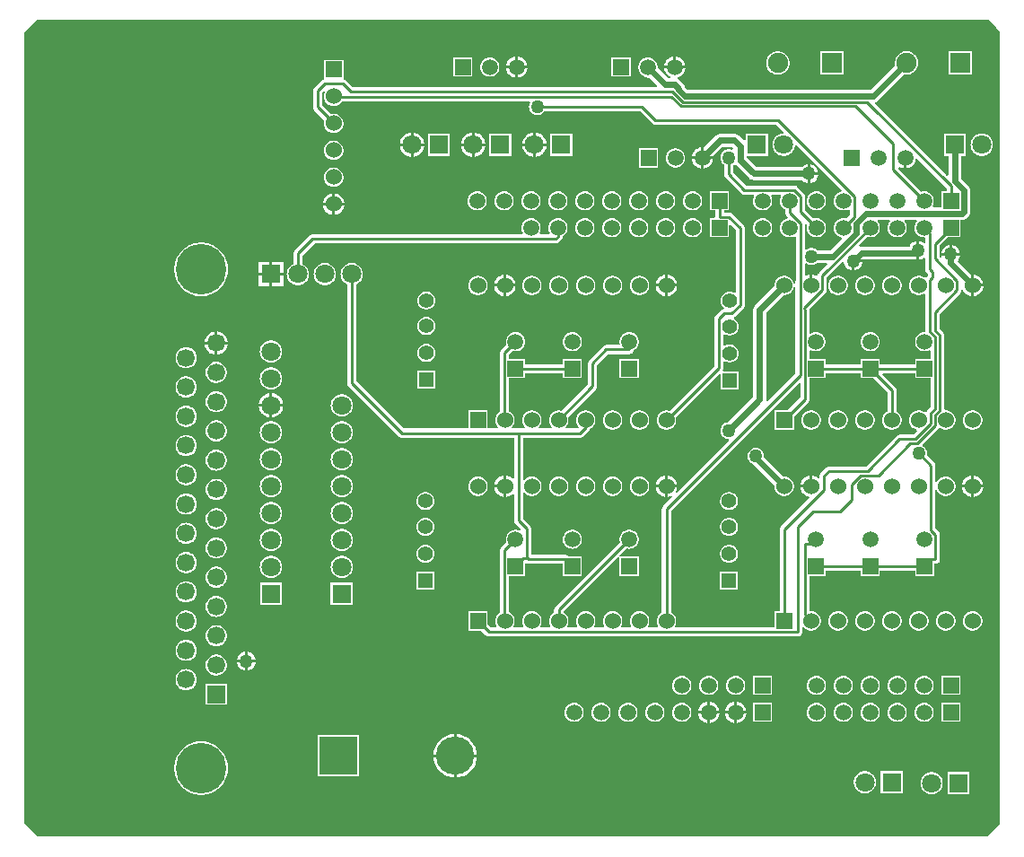
<source format=gbl>
G04*
G04 #@! TF.GenerationSoftware,Altium Limited,Altium Designer,18.1.7 (191)*
G04*
G04 Layer_Physical_Order=2*
G04 Layer_Color=16711680*
%FSLAX44Y44*%
%MOMM*%
G71*
G01*
G75*
%ADD13C,0.2540*%
%ADD40C,0.6096*%
%ADD41C,3.6000*%
%ADD42R,3.6000X3.6000*%
%ADD43C,1.8000*%
%ADD44R,1.8000X1.8000*%
%ADD45R,1.9000X1.9000*%
%ADD46C,1.9000*%
%ADD47C,1.5240*%
%ADD48R,1.5240X1.5240*%
%ADD49R,1.5240X1.5240*%
%ADD50C,1.5000*%
%ADD51R,1.5000X1.5000*%
%ADD52R,1.8000X1.8000*%
%ADD53C,1.6900*%
%ADD54R,1.6900X1.6900*%
%ADD55C,4.7600*%
%ADD56C,1.4000*%
%ADD57R,1.4000X1.4000*%
%ADD58R,1.5000X1.5000*%
%ADD59C,1.2700*%
G36*
X1392972Y1105587D02*
X1396021Y1101871D01*
Y354353D01*
X1384155Y342488D01*
X1373659Y342488D01*
X794930Y342488D01*
X488083Y342844D01*
X475788Y355670D01*
Y1101066D01*
X488647Y1113028D01*
X1385531D01*
X1392972Y1105587D01*
D02*
G37*
%LPC*%
G36*
X1090678Y1078524D02*
Y1069816D01*
X1099386D01*
X1099383Y1069859D01*
X1099127Y1071150D01*
X1098704Y1072396D01*
X1098121Y1073577D01*
X1097390Y1074671D01*
X1096522Y1075660D01*
X1095533Y1076528D01*
X1094439Y1077259D01*
X1093258Y1077841D01*
X1092012Y1078264D01*
X1090721Y1078521D01*
X1090678Y1078524D01*
D02*
G37*
G36*
X1088138D02*
X1088094Y1078521D01*
X1086804Y1078264D01*
X1085557Y1077841D01*
X1084377Y1077259D01*
X1083283Y1076528D01*
X1082293Y1075660D01*
X1081425Y1074671D01*
X1080694Y1073577D01*
X1080112Y1072396D01*
X1079689Y1071150D01*
X1079432Y1069859D01*
X1079429Y1069816D01*
X1088138D01*
Y1078524D01*
D02*
G37*
G36*
X941523D02*
Y1069816D01*
X950231D01*
X950228Y1069859D01*
X949972Y1071150D01*
X949548Y1072396D01*
X948966Y1073577D01*
X948235Y1074671D01*
X947367Y1075660D01*
X946378Y1076528D01*
X945284Y1077259D01*
X944103Y1077841D01*
X942857Y1078264D01*
X941566Y1078521D01*
X941523Y1078524D01*
D02*
G37*
G36*
X938983D02*
X938940Y1078521D01*
X937649Y1078264D01*
X936403Y1077841D01*
X935222Y1077259D01*
X934128Y1076528D01*
X933138Y1075660D01*
X932271Y1074671D01*
X931539Y1073577D01*
X930957Y1072396D01*
X930534Y1071150D01*
X930277Y1069859D01*
X930275Y1069816D01*
X938983D01*
Y1078524D01*
D02*
G37*
G36*
X1369863Y1083573D02*
X1347815D01*
Y1061525D01*
X1369863D01*
Y1083573D01*
D02*
G37*
G36*
X1248303Y1083414D02*
X1226255D01*
Y1061366D01*
X1248303D01*
Y1083414D01*
D02*
G37*
G36*
X1186479Y1083438D02*
X1185037Y1083343D01*
X1183619Y1083061D01*
X1182251Y1082597D01*
X1180955Y1081957D01*
X1179753Y1081155D01*
X1178667Y1080202D01*
X1177714Y1079115D01*
X1176911Y1077914D01*
X1176272Y1076618D01*
X1175807Y1075249D01*
X1175526Y1073832D01*
X1175431Y1072390D01*
X1175526Y1070948D01*
X1175807Y1069531D01*
X1176272Y1068162D01*
X1176911Y1066866D01*
X1177714Y1065665D01*
X1178667Y1064578D01*
X1179753Y1063625D01*
X1180955Y1062822D01*
X1182251Y1062183D01*
X1183619Y1061719D01*
X1185037Y1061437D01*
X1186479Y1061342D01*
X1187921Y1061437D01*
X1189338Y1061719D01*
X1190706Y1062183D01*
X1192002Y1062822D01*
X1193204Y1063625D01*
X1194291Y1064578D01*
X1195243Y1065665D01*
X1196046Y1066866D01*
X1196685Y1068162D01*
X1197150Y1069531D01*
X1197432Y1070948D01*
X1197526Y1072390D01*
X1197432Y1073832D01*
X1197150Y1075249D01*
X1196685Y1076618D01*
X1196046Y1077914D01*
X1195243Y1079115D01*
X1194291Y1080202D01*
X1193204Y1081155D01*
X1192002Y1081957D01*
X1190706Y1082597D01*
X1189338Y1083061D01*
X1187921Y1083343D01*
X1186479Y1083438D01*
D02*
G37*
G36*
X1047632Y1077570D02*
X1029584D01*
Y1059522D01*
X1047632D01*
Y1077570D01*
D02*
G37*
G36*
X898477D02*
X880429D01*
Y1059522D01*
X898477D01*
Y1077570D01*
D02*
G37*
G36*
X914853Y1077589D02*
X913672Y1077512D01*
X912512Y1077281D01*
X911392Y1076901D01*
X910331Y1076378D01*
X909348Y1075720D01*
X908458Y1074940D01*
X907678Y1074051D01*
X907021Y1073067D01*
X906498Y1072007D01*
X906118Y1070886D01*
X905887Y1069726D01*
X905809Y1068546D01*
X905887Y1067365D01*
X906118Y1066205D01*
X906498Y1065085D01*
X907021Y1064024D01*
X907678Y1063040D01*
X908458Y1062151D01*
X909348Y1061371D01*
X910331Y1060714D01*
X911392Y1060191D01*
X912512Y1059811D01*
X913672Y1059580D01*
X914853Y1059502D01*
X916033Y1059580D01*
X917194Y1059811D01*
X918314Y1060191D01*
X919374Y1060714D01*
X920358Y1061371D01*
X921247Y1062151D01*
X922027Y1063040D01*
X922685Y1064024D01*
X923208Y1065085D01*
X923588Y1066205D01*
X923819Y1067365D01*
X923896Y1068546D01*
X923819Y1069726D01*
X923588Y1070886D01*
X923208Y1072007D01*
X922685Y1073067D01*
X922027Y1074051D01*
X921247Y1074940D01*
X920358Y1075720D01*
X919374Y1076378D01*
X918314Y1076901D01*
X917194Y1077281D01*
X916033Y1077512D01*
X914853Y1077589D01*
D02*
G37*
G36*
X950231Y1067276D02*
X941523D01*
Y1058568D01*
X941566Y1058570D01*
X942857Y1058827D01*
X944103Y1059250D01*
X945284Y1059832D01*
X946378Y1060563D01*
X947367Y1061431D01*
X948235Y1062421D01*
X948966Y1063515D01*
X949548Y1064695D01*
X949972Y1065942D01*
X950228Y1067233D01*
X950231Y1067276D01*
D02*
G37*
G36*
X938983D02*
X930275D01*
X930277Y1067233D01*
X930534Y1065942D01*
X930957Y1064695D01*
X931539Y1063515D01*
X932271Y1062421D01*
X933138Y1061431D01*
X934128Y1060563D01*
X935222Y1059832D01*
X936403Y1059250D01*
X937649Y1058827D01*
X938940Y1058570D01*
X938983Y1058568D01*
Y1067276D01*
D02*
G37*
G36*
X1308039Y1083596D02*
X1306597Y1083502D01*
X1305179Y1083220D01*
X1303811Y1082755D01*
X1302515Y1082116D01*
X1301313Y1081313D01*
X1300227Y1080361D01*
X1299274Y1079274D01*
X1298471Y1078073D01*
X1297832Y1076777D01*
X1297367Y1075408D01*
X1297086Y1073991D01*
X1296991Y1072549D01*
X1297086Y1071107D01*
X1297240Y1070330D01*
X1274341Y1047430D01*
X1101664D01*
X1099071Y1050024D01*
X1099041Y1050149D01*
X1098676Y1051029D01*
X1098179Y1051840D01*
X1097561Y1052564D01*
X1093712Y1056413D01*
X1092988Y1057031D01*
X1092176Y1057529D01*
X1092117Y1057553D01*
X1092051Y1058353D01*
X1092204Y1058892D01*
X1093258Y1059250D01*
X1094439Y1059832D01*
X1095533Y1060563D01*
X1096522Y1061431D01*
X1097390Y1062421D01*
X1098121Y1063515D01*
X1098704Y1064695D01*
X1099127Y1065942D01*
X1099383Y1067233D01*
X1099386Y1067276D01*
X1079429D01*
X1079432Y1067233D01*
X1079689Y1065942D01*
X1080112Y1064695D01*
X1080694Y1063515D01*
X1081425Y1062421D01*
X1082293Y1061431D01*
X1083283Y1060563D01*
X1084377Y1059832D01*
X1085132Y1059460D01*
X1084836Y1058190D01*
X1082943D01*
X1073023Y1068111D01*
X1073051Y1068546D01*
X1072974Y1069726D01*
X1072743Y1070886D01*
X1072363Y1072007D01*
X1071840Y1073067D01*
X1071182Y1074051D01*
X1070402Y1074940D01*
X1069513Y1075720D01*
X1068530Y1076378D01*
X1067469Y1076901D01*
X1066348Y1077281D01*
X1065188Y1077512D01*
X1064008Y1077589D01*
X1062827Y1077512D01*
X1061667Y1077281D01*
X1060547Y1076901D01*
X1059486Y1076378D01*
X1058503Y1075720D01*
X1057613Y1074940D01*
X1056833Y1074051D01*
X1056176Y1073067D01*
X1055653Y1072007D01*
X1055273Y1070886D01*
X1055042Y1069726D01*
X1054965Y1068546D01*
X1055042Y1067365D01*
X1055273Y1066205D01*
X1055653Y1065085D01*
X1056176Y1064024D01*
X1056833Y1063040D01*
X1057613Y1062151D01*
X1058503Y1061371D01*
X1059340Y1060812D01*
X1059718Y1060369D01*
X1059814Y1060274D01*
X1060537Y1059655D01*
X1061349Y1059158D01*
X1062229Y1058794D01*
X1063154Y1058571D01*
X1064103Y1058497D01*
X1065052Y1058571D01*
X1065335Y1058639D01*
X1072957Y1051017D01*
X1072471Y1049843D01*
X787296Y1049843D01*
X785226D01*
X779260Y1055809D01*
X778610Y1056343D01*
X778074Y1056629D01*
X777868Y1056739D01*
X777868Y1056739D01*
X777064Y1056983D01*
X776882Y1057001D01*
X776718Y1058163D01*
Y1075333D01*
X758430D01*
Y1057045D01*
X757511Y1056739D01*
X756769Y1056343D01*
X756119Y1055809D01*
X756119Y1055809D01*
X749262Y1048953D01*
X748729Y1048303D01*
X748332Y1047561D01*
X748088Y1046756D01*
X748006Y1045919D01*
X748006Y1045919D01*
Y1030667D01*
X748006Y1030666D01*
X748088Y1029829D01*
X748332Y1029024D01*
X748729Y1028283D01*
X749262Y1027632D01*
X758827Y1018068D01*
X758723Y1017760D01*
X758489Y1016585D01*
X758410Y1015389D01*
X758489Y1014193D01*
X758723Y1013017D01*
X759108Y1011882D01*
X759638Y1010807D01*
X760304Y1009810D01*
X761095Y1008909D01*
X761996Y1008119D01*
X762992Y1007453D01*
X764067Y1006923D01*
X765202Y1006537D01*
X766378Y1006303D01*
X767574Y1006225D01*
X768770Y1006303D01*
X769946Y1006537D01*
X771081Y1006923D01*
X772156Y1007453D01*
X773153Y1008119D01*
X774054Y1008909D01*
X774844Y1009810D01*
X775510Y1010807D01*
X776040Y1011882D01*
X776425Y1013017D01*
X776659Y1014193D01*
X776738Y1015389D01*
X776659Y1016585D01*
X776425Y1017760D01*
X776040Y1018895D01*
X775510Y1019970D01*
X774844Y1020967D01*
X774054Y1021868D01*
X773153Y1022659D01*
X772156Y1023325D01*
X771081Y1023855D01*
X769946Y1024240D01*
X768770Y1024474D01*
X767574Y1024552D01*
X766378Y1024474D01*
X765202Y1024240D01*
X764895Y1024136D01*
X756587Y1032444D01*
Y1044141D01*
X758704Y1046258D01*
X759691Y1045449D01*
X759638Y1045370D01*
X759108Y1044295D01*
X758723Y1043160D01*
X758489Y1041985D01*
X758410Y1040789D01*
X758489Y1039593D01*
X758723Y1038417D01*
X759108Y1037282D01*
X759638Y1036207D01*
X760304Y1035210D01*
X761095Y1034309D01*
X761996Y1033519D01*
X762992Y1032853D01*
X764067Y1032323D01*
X765202Y1031937D01*
X766378Y1031703D01*
X767574Y1031625D01*
X768770Y1031703D01*
X769946Y1031937D01*
X771081Y1032323D01*
X772156Y1032853D01*
X773153Y1033519D01*
X774054Y1034309D01*
X774844Y1035210D01*
X775510Y1036207D01*
X775573Y1036334D01*
X952088D01*
X952799Y1035064D01*
X952653Y1034826D01*
X952179Y1033681D01*
X951889Y1032476D01*
X951792Y1031240D01*
X951889Y1030004D01*
X952179Y1028799D01*
X952653Y1027654D01*
X953301Y1026598D01*
X954106Y1025655D01*
X955048Y1024850D01*
X956105Y1024202D01*
X957250Y1023728D01*
X958455Y1023439D01*
X959691Y1023342D01*
X960926Y1023439D01*
X962131Y1023728D01*
X963276Y1024202D01*
X964333Y1024850D01*
X965276Y1025655D01*
X966081Y1026598D01*
X966296Y1026949D01*
X1056559D01*
X1068140Y1015369D01*
X1068140Y1015369D01*
X1068790Y1014835D01*
X1069532Y1014438D01*
X1070337Y1014194D01*
X1071174Y1014112D01*
X1071174Y1014112D01*
X1185128D01*
X1192143Y1007097D01*
X1192125Y1006812D01*
X1191640Y1005804D01*
X1190688Y1005741D01*
X1189334Y1005472D01*
X1188028Y1005029D01*
X1186791Y1004419D01*
X1185644Y1003652D01*
X1184607Y1002743D01*
X1183697Y1001705D01*
X1182931Y1000558D01*
X1182320Y999321D01*
X1181877Y998015D01*
X1181608Y996662D01*
X1181518Y995285D01*
X1181608Y993908D01*
X1181877Y992555D01*
X1182320Y991249D01*
X1182931Y990012D01*
X1183697Y988865D01*
X1184607Y987828D01*
X1185644Y986918D01*
X1186791Y986152D01*
X1188028Y985541D01*
X1189334Y985098D01*
X1190688Y984829D01*
X1192064Y984738D01*
X1193441Y984829D01*
X1194794Y985098D01*
X1196100Y985541D01*
X1197337Y986152D01*
X1198484Y986918D01*
X1199522Y987828D01*
X1200431Y988865D01*
X1201198Y990012D01*
X1201808Y991249D01*
X1202251Y992555D01*
X1202521Y993908D01*
X1202583Y994861D01*
X1203591Y995346D01*
X1203876Y995363D01*
X1246737Y952503D01*
X1246319Y951125D01*
X1246069Y951075D01*
X1244949Y950695D01*
X1243888Y950172D01*
X1242905Y949515D01*
X1242015Y948735D01*
X1241235Y947845D01*
X1240578Y946862D01*
X1240055Y945801D01*
X1239675Y944681D01*
X1239444Y943520D01*
X1239367Y942340D01*
X1239444Y941160D01*
X1239675Y939999D01*
X1240055Y938879D01*
X1240578Y937818D01*
X1241235Y936835D01*
X1242015Y935945D01*
X1242905Y935165D01*
X1243888Y934508D01*
X1244949Y933985D01*
X1246069Y933605D01*
X1247230Y933374D01*
X1248410Y933297D01*
X1249590Y933374D01*
X1250751Y933605D01*
X1251871Y933985D01*
X1252932Y934508D01*
X1253143Y934650D01*
X1254413Y933971D01*
Y929011D01*
X1250994Y925592D01*
X1250751Y925675D01*
X1249590Y925906D01*
X1248410Y925983D01*
X1247230Y925906D01*
X1246069Y925675D01*
X1244949Y925295D01*
X1243888Y924772D01*
X1242905Y924115D01*
X1242015Y923335D01*
X1241235Y922445D01*
X1240578Y921462D01*
X1240055Y920401D01*
X1239675Y919281D01*
X1239444Y918120D01*
X1239367Y916940D01*
X1239444Y915760D01*
X1239675Y914599D01*
X1240055Y913479D01*
X1240578Y912418D01*
X1241235Y911435D01*
X1242015Y910545D01*
X1242905Y909765D01*
X1243888Y909108D01*
X1244949Y908585D01*
X1246069Y908205D01*
X1246321Y908155D01*
X1246739Y906777D01*
X1235917Y895955D01*
X1223415D01*
X1223037Y896278D01*
X1221980Y896925D01*
X1220835Y897400D01*
X1219630Y897689D01*
X1218394Y897786D01*
X1217159Y897689D01*
X1215954Y897400D01*
X1214809Y896925D01*
X1213752Y896278D01*
X1213465Y896032D01*
X1212195Y896618D01*
Y919891D01*
X1213465Y920417D01*
X1214358Y919525D01*
X1214275Y919281D01*
X1214044Y918120D01*
X1213967Y916940D01*
X1214044Y915760D01*
X1214275Y914599D01*
X1214655Y913479D01*
X1215178Y912418D01*
X1215835Y911435D01*
X1216615Y910545D01*
X1217505Y909765D01*
X1218488Y909108D01*
X1219549Y908585D01*
X1220669Y908205D01*
X1221830Y907974D01*
X1223010Y907897D01*
X1224190Y907974D01*
X1225351Y908205D01*
X1226471Y908585D01*
X1227532Y909108D01*
X1228515Y909765D01*
X1229405Y910545D01*
X1230185Y911435D01*
X1230842Y912418D01*
X1231365Y913479D01*
X1231745Y914599D01*
X1231976Y915760D01*
X1232053Y916940D01*
X1231976Y918120D01*
X1231745Y919281D01*
X1231365Y920401D01*
X1230842Y921462D01*
X1230185Y922445D01*
X1229405Y923335D01*
X1228515Y924115D01*
X1227532Y924772D01*
X1226471Y925295D01*
X1225351Y925675D01*
X1224190Y925906D01*
X1223010Y925983D01*
X1221830Y925906D01*
X1220669Y925675D01*
X1220425Y925592D01*
X1212195Y933823D01*
Y946604D01*
X1212195Y946604D01*
X1212112Y947441D01*
X1211868Y948246D01*
X1211471Y948988D01*
X1210938Y949638D01*
X1210938Y949638D01*
X1204908Y955668D01*
X1204258Y956201D01*
X1203516Y956598D01*
X1202711Y956842D01*
X1201874Y956925D01*
X1201874Y956925D01*
X1156513D01*
X1144518Y968920D01*
Y975926D01*
X1145699Y976717D01*
X1146600Y976525D01*
X1146860Y976221D01*
X1159349Y963731D01*
X1159349Y963731D01*
X1160073Y963113D01*
X1160885Y962615D01*
X1161765Y962251D01*
X1162690Y962029D01*
X1163639Y961954D01*
X1163640Y961954D01*
X1209321D01*
X1209526Y961721D01*
X1210402Y960953D01*
X1211371Y960305D01*
X1212416Y959790D01*
X1213519Y959415D01*
X1214555Y959209D01*
Y968021D01*
Y976832D01*
X1213519Y976626D01*
X1212416Y976252D01*
X1211371Y975736D01*
X1210402Y975089D01*
X1209526Y974320D01*
X1209321Y974087D01*
X1166152D01*
X1157216Y983023D01*
Y984761D01*
X1177188D01*
Y1005809D01*
X1156140D01*
Y999365D01*
X1154870Y998839D01*
X1150020Y1003689D01*
X1149296Y1004307D01*
X1148484Y1004805D01*
X1147605Y1005169D01*
X1146679Y1005391D01*
X1145730Y1005466D01*
X1145730Y1005466D01*
X1131937D01*
X1131936Y1005466D01*
X1130987Y1005391D01*
X1130062Y1005169D01*
X1129182Y1004805D01*
X1128371Y1004307D01*
X1127647Y1003689D01*
X1127646Y1003689D01*
X1116755Y992797D01*
X1116686Y992811D01*
X1116642Y992813D01*
Y984105D01*
X1125351D01*
X1125348Y984148D01*
X1125334Y984217D01*
X1134449Y993333D01*
X1143217D01*
X1144475Y992075D01*
X1144423Y991084D01*
X1143224Y990389D01*
X1142668Y990619D01*
X1141463Y990909D01*
X1140227Y991006D01*
X1138992Y990909D01*
X1137787Y990619D01*
X1136641Y990145D01*
X1135585Y989498D01*
X1134642Y988693D01*
X1133837Y987750D01*
X1133190Y986693D01*
X1132716Y985548D01*
X1132426Y984343D01*
X1132329Y983108D01*
X1132426Y981872D01*
X1132716Y980667D01*
X1133190Y979522D01*
X1133837Y978465D01*
X1134642Y977523D01*
X1135585Y976718D01*
X1135937Y976502D01*
Y967143D01*
X1135937Y967143D01*
X1136019Y966306D01*
X1136263Y965501D01*
X1136660Y964759D01*
X1137193Y964109D01*
X1151702Y949600D01*
X1152352Y949066D01*
X1153094Y948670D01*
X1153899Y948426D01*
X1154736Y948343D01*
X1154736Y948343D01*
X1163841D01*
X1164520Y947073D01*
X1164378Y946862D01*
X1163855Y945801D01*
X1163475Y944681D01*
X1163244Y943520D01*
X1163167Y942340D01*
X1163244Y941160D01*
X1163475Y939999D01*
X1163855Y938879D01*
X1164378Y937818D01*
X1165035Y936835D01*
X1165815Y935945D01*
X1166705Y935165D01*
X1167688Y934508D01*
X1168749Y933985D01*
X1169869Y933605D01*
X1171030Y933374D01*
X1172210Y933297D01*
X1173390Y933374D01*
X1174551Y933605D01*
X1175671Y933985D01*
X1176732Y934508D01*
X1177715Y935165D01*
X1178605Y935945D01*
X1179385Y936835D01*
X1180042Y937818D01*
X1180565Y938879D01*
X1180945Y939999D01*
X1181176Y941160D01*
X1181253Y942340D01*
X1181176Y943520D01*
X1180945Y944681D01*
X1180565Y945801D01*
X1180042Y946862D01*
X1179900Y947073D01*
X1180579Y948343D01*
X1189241D01*
X1189920Y947073D01*
X1189778Y946862D01*
X1189255Y945801D01*
X1188875Y944681D01*
X1188644Y943520D01*
X1188567Y942340D01*
X1188644Y941160D01*
X1188875Y939999D01*
X1189255Y938879D01*
X1189778Y937818D01*
X1190435Y936835D01*
X1191215Y935945D01*
X1192105Y935165D01*
X1193088Y934508D01*
X1193319Y934394D01*
Y931498D01*
X1193319Y931498D01*
X1193402Y930661D01*
X1193646Y929856D01*
X1194043Y929114D01*
X1194576Y928464D01*
X1195937Y927103D01*
X1195519Y925725D01*
X1195269Y925675D01*
X1194149Y925295D01*
X1193088Y924772D01*
X1192105Y924115D01*
X1191215Y923335D01*
X1190435Y922445D01*
X1189778Y921462D01*
X1189255Y920401D01*
X1188875Y919281D01*
X1188644Y918120D01*
X1188567Y916940D01*
X1188644Y915760D01*
X1188875Y914599D01*
X1189255Y913479D01*
X1189778Y912418D01*
X1190435Y911435D01*
X1191215Y910545D01*
X1192105Y909765D01*
X1193088Y909108D01*
X1194149Y908585D01*
X1195269Y908205D01*
X1196430Y907974D01*
X1197610Y907897D01*
X1198790Y907974D01*
X1199951Y908205D01*
X1201071Y908585D01*
X1202132Y909108D01*
X1202343Y909250D01*
X1203613Y908571D01*
Y868437D01*
X1203391Y867703D01*
X1203308Y866866D01*
X1203308Y866866D01*
Y779246D01*
X1176330Y752267D01*
X1175224Y752915D01*
X1175446Y753841D01*
X1175521Y754790D01*
Y836880D01*
X1192065Y853425D01*
X1192613Y853389D01*
X1193809Y853467D01*
X1194985Y853701D01*
X1196120Y854087D01*
X1197195Y854617D01*
X1198192Y855283D01*
X1199093Y856073D01*
X1199883Y856974D01*
X1200549Y857971D01*
X1201079Y859046D01*
X1201464Y860181D01*
X1201698Y861357D01*
X1201777Y862553D01*
X1201698Y863749D01*
X1201464Y864924D01*
X1201079Y866059D01*
X1200549Y867134D01*
X1199883Y868131D01*
X1199093Y869032D01*
X1198192Y869822D01*
X1197195Y870489D01*
X1196120Y871019D01*
X1194985Y871404D01*
X1193809Y871638D01*
X1192613Y871716D01*
X1191417Y871638D01*
X1190241Y871404D01*
X1189106Y871019D01*
X1188031Y870489D01*
X1187035Y869822D01*
X1186133Y869032D01*
X1185343Y868131D01*
X1184677Y867134D01*
X1184147Y866059D01*
X1183762Y864924D01*
X1183528Y863749D01*
X1183449Y862553D01*
X1183485Y862004D01*
X1165164Y843683D01*
X1164546Y842959D01*
X1164048Y842148D01*
X1163684Y841268D01*
X1163462Y840342D01*
X1163387Y839393D01*
X1163387Y839393D01*
Y757303D01*
X1139488Y733403D01*
X1138992Y733364D01*
X1137787Y733075D01*
X1136641Y732601D01*
X1135585Y731953D01*
X1134642Y731148D01*
X1133837Y730206D01*
X1133190Y729149D01*
X1132716Y728004D01*
X1132426Y726799D01*
X1132329Y725563D01*
X1132426Y724328D01*
X1132716Y723123D01*
X1133190Y721978D01*
X1133837Y720921D01*
X1134642Y719978D01*
X1135585Y719173D01*
X1136641Y718526D01*
X1137787Y718052D01*
X1138992Y717762D01*
X1139953Y717687D01*
X1140356Y717008D01*
X1140473Y716410D01*
X1091340Y667277D01*
X1090278Y667954D01*
X1090867Y669148D01*
X1091295Y670409D01*
X1091555Y671715D01*
X1091559Y671775D01*
X1082730D01*
Y662946D01*
X1082790Y662950D01*
X1084096Y663210D01*
X1085357Y663638D01*
X1086551Y664227D01*
X1087228Y663165D01*
X1078427Y654364D01*
X1077893Y653714D01*
X1077496Y652972D01*
X1077252Y652167D01*
X1077170Y651330D01*
X1077170Y651330D01*
Y554124D01*
X1076879Y553980D01*
X1075882Y553315D01*
X1074981Y552524D01*
X1074191Y551623D01*
X1073524Y550626D01*
X1072994Y549551D01*
X1072609Y548416D01*
X1072375Y547241D01*
X1072297Y546045D01*
X1072375Y544848D01*
X1072609Y543673D01*
X1072994Y542538D01*
X1073524Y541463D01*
X1073706Y541191D01*
X1073027Y539921D01*
X1064494D01*
X1063815Y541191D01*
X1063996Y541463D01*
X1064527Y542538D01*
X1064912Y543673D01*
X1065146Y544848D01*
X1065224Y546045D01*
X1065146Y547241D01*
X1064912Y548416D01*
X1064527Y549551D01*
X1063996Y550626D01*
X1063331Y551623D01*
X1062540Y552524D01*
X1061639Y553315D01*
X1060642Y553980D01*
X1059567Y554510D01*
X1058432Y554896D01*
X1057257Y555130D01*
X1056060Y555208D01*
X1054864Y555130D01*
X1053689Y554896D01*
X1052554Y554510D01*
X1051479Y553980D01*
X1050482Y553315D01*
X1049581Y552524D01*
X1048791Y551623D01*
X1048124Y550626D01*
X1047594Y549551D01*
X1047209Y548416D01*
X1046975Y547241D01*
X1046897Y546045D01*
X1046975Y544848D01*
X1047209Y543673D01*
X1047594Y542538D01*
X1048124Y541463D01*
X1048306Y541191D01*
X1047627Y539921D01*
X1039094D01*
X1038415Y541191D01*
X1038596Y541463D01*
X1039127Y542538D01*
X1039512Y543673D01*
X1039746Y544848D01*
X1039824Y546045D01*
X1039746Y547241D01*
X1039512Y548416D01*
X1039127Y549551D01*
X1038596Y550626D01*
X1037931Y551623D01*
X1037140Y552524D01*
X1036239Y553315D01*
X1035242Y553980D01*
X1034167Y554510D01*
X1033032Y554896D01*
X1031857Y555130D01*
X1030660Y555208D01*
X1029464Y555130D01*
X1028289Y554896D01*
X1027154Y554510D01*
X1026079Y553980D01*
X1025082Y553315D01*
X1024181Y552524D01*
X1023391Y551623D01*
X1022725Y550626D01*
X1022194Y549551D01*
X1021809Y548416D01*
X1021575Y547241D01*
X1021497Y546045D01*
X1021575Y544848D01*
X1021809Y543673D01*
X1022194Y542538D01*
X1022725Y541463D01*
X1022906Y541191D01*
X1022227Y539921D01*
X1013694D01*
X1013015Y541191D01*
X1013196Y541463D01*
X1013727Y542538D01*
X1014112Y543673D01*
X1014346Y544848D01*
X1014424Y546045D01*
X1014346Y547241D01*
X1014112Y548416D01*
X1013727Y549551D01*
X1013196Y550626D01*
X1012531Y551623D01*
X1011740Y552524D01*
X1010839Y553315D01*
X1009842Y553980D01*
X1008767Y554510D01*
X1007632Y554896D01*
X1006457Y555130D01*
X1005260Y555208D01*
X1004064Y555130D01*
X1002889Y554896D01*
X1001754Y554510D01*
X1000679Y553980D01*
X999682Y553315D01*
X998781Y552524D01*
X997990Y551623D01*
X997325Y550626D01*
X996794Y549551D01*
X996409Y548416D01*
X996175Y547241D01*
X996097Y546045D01*
X996175Y544848D01*
X996409Y543673D01*
X996794Y542538D01*
X997325Y541463D01*
X997506Y541191D01*
X996827Y539921D01*
X988294D01*
X987615Y541191D01*
X987796Y541463D01*
X988326Y542538D01*
X988712Y543673D01*
X988946Y544848D01*
X989024Y546045D01*
X988946Y547241D01*
X988712Y548416D01*
X988326Y549551D01*
X987796Y550626D01*
X987131Y551623D01*
X986340Y552524D01*
X985439Y553315D01*
X984740Y553782D01*
X984559Y554859D01*
X984613Y555270D01*
X1036046Y606703D01*
X1037306Y606167D01*
X1037306Y605621D01*
Y588631D01*
X1055354D01*
Y606679D01*
X1038448D01*
X1037818Y606679D01*
X1037282Y607939D01*
X1043746Y614402D01*
X1043990Y614319D01*
X1045150Y614089D01*
X1046330Y614011D01*
X1047511Y614089D01*
X1048671Y614319D01*
X1049791Y614700D01*
X1050852Y615223D01*
X1051835Y615880D01*
X1052725Y616660D01*
X1053505Y617549D01*
X1054162Y618533D01*
X1054685Y619594D01*
X1055065Y620714D01*
X1055296Y621874D01*
X1055374Y623055D01*
X1055296Y624235D01*
X1055065Y625395D01*
X1054685Y626515D01*
X1054162Y627576D01*
X1053505Y628560D01*
X1052725Y629449D01*
X1051835Y630229D01*
X1050852Y630886D01*
X1049791Y631410D01*
X1048671Y631790D01*
X1047511Y632021D01*
X1046330Y632098D01*
X1045150Y632021D01*
X1043990Y631790D01*
X1042869Y631410D01*
X1041808Y630886D01*
X1040825Y630229D01*
X1039936Y629449D01*
X1039156Y628560D01*
X1038498Y627576D01*
X1037975Y626515D01*
X1037595Y625395D01*
X1037364Y624235D01*
X1037287Y623055D01*
X1037364Y621874D01*
X1037595Y620714D01*
X1037678Y620470D01*
X976826Y559619D01*
X976293Y558969D01*
X975896Y558227D01*
X975652Y557422D01*
X975570Y556585D01*
X975570Y556585D01*
Y554124D01*
X975279Y553980D01*
X974282Y553315D01*
X973381Y552524D01*
X972590Y551623D01*
X971925Y550626D01*
X971394Y549551D01*
X971009Y548416D01*
X970775Y547241D01*
X970697Y546045D01*
X970775Y544848D01*
X971009Y543673D01*
X971394Y542538D01*
X971925Y541463D01*
X972106Y541191D01*
X971427Y539921D01*
X962894D01*
X962215Y541191D01*
X962396Y541463D01*
X962926Y542538D01*
X963312Y543673D01*
X963546Y544848D01*
X963624Y546045D01*
X963546Y547241D01*
X963312Y548416D01*
X962926Y549551D01*
X962396Y550626D01*
X961730Y551623D01*
X960940Y552524D01*
X960039Y553315D01*
X959042Y553980D01*
X957967Y554510D01*
X956832Y554896D01*
X955657Y555130D01*
X954461Y555208D01*
X953264Y555130D01*
X952089Y554896D01*
X950954Y554510D01*
X949879Y553980D01*
X948882Y553315D01*
X947981Y552524D01*
X947190Y551623D01*
X946525Y550626D01*
X945994Y549551D01*
X945609Y548416D01*
X945375Y547241D01*
X945297Y546045D01*
X945375Y544848D01*
X945609Y543673D01*
X945994Y542538D01*
X946525Y541463D01*
X946706Y541191D01*
X946027Y539921D01*
X937494D01*
X936815Y541191D01*
X936996Y541463D01*
X937526Y542538D01*
X937912Y543673D01*
X938146Y544848D01*
X938224Y546045D01*
X938146Y547241D01*
X937912Y548416D01*
X937526Y549551D01*
X936996Y550626D01*
X936330Y551623D01*
X935540Y552524D01*
X934639Y553315D01*
X933642Y553980D01*
X933180Y554208D01*
Y588631D01*
X948207D01*
Y599703D01*
X948693Y600084D01*
X949477Y600374D01*
X949973Y600109D01*
X950778Y599865D01*
X951615Y599783D01*
X983733D01*
Y588631D01*
X1001781D01*
Y606679D01*
X989801D01*
X989372Y607107D01*
X988722Y607641D01*
X987980Y608037D01*
X987175Y608282D01*
X986338Y608364D01*
X986338Y608364D01*
X953768D01*
Y633348D01*
X953768Y633349D01*
X953686Y634186D01*
X953442Y634991D01*
X953045Y635732D01*
X952512Y636383D01*
X952511Y636383D01*
X946300Y642594D01*
Y666555D01*
X947570Y667033D01*
X947981Y666565D01*
X948882Y665775D01*
X949879Y665109D01*
X950954Y664578D01*
X952089Y664193D01*
X953264Y663959D01*
X954461Y663881D01*
X955657Y663959D01*
X956832Y664193D01*
X957967Y664578D01*
X959042Y665109D01*
X960039Y665775D01*
X960940Y666565D01*
X961730Y667466D01*
X962396Y668463D01*
X962926Y669538D01*
X963312Y670673D01*
X963546Y671848D01*
X963624Y673045D01*
X963546Y674241D01*
X963312Y675416D01*
X962926Y676551D01*
X962396Y677626D01*
X961730Y678623D01*
X960940Y679524D01*
X960039Y680314D01*
X959042Y680980D01*
X957967Y681510D01*
X956832Y681896D01*
X955657Y682130D01*
X954461Y682208D01*
X953264Y682130D01*
X952089Y681896D01*
X950954Y681510D01*
X949879Y680980D01*
X948882Y680314D01*
X947981Y679524D01*
X947570Y679056D01*
X946300Y679534D01*
Y718922D01*
X999831D01*
X999832Y718922D01*
X1000669Y719005D01*
X1001473Y719249D01*
X1002215Y719645D01*
X1002866Y720179D01*
X1008294Y725608D01*
X1008294Y725608D01*
X1008828Y726258D01*
X1009224Y727000D01*
X1009336Y727367D01*
X1009842Y727617D01*
X1010839Y728283D01*
X1011740Y729073D01*
X1012531Y729974D01*
X1013196Y730971D01*
X1013727Y732046D01*
X1014112Y733181D01*
X1014346Y734357D01*
X1014424Y735553D01*
X1014346Y736749D01*
X1014112Y737924D01*
X1013727Y739059D01*
X1013196Y740134D01*
X1012531Y741131D01*
X1011740Y742032D01*
X1010839Y742822D01*
X1009842Y743488D01*
X1008767Y744019D01*
X1007632Y744404D01*
X1006457Y744638D01*
X1005260Y744716D01*
X1004064Y744638D01*
X1002889Y744404D01*
X1001754Y744019D01*
X1000679Y743488D01*
X999682Y742822D01*
X998781Y742032D01*
X997990Y741131D01*
X997325Y740134D01*
X996794Y739059D01*
X996409Y737924D01*
X996175Y736749D01*
X996097Y735553D01*
X996175Y734357D01*
X996409Y733181D01*
X996794Y732046D01*
X997325Y730971D01*
X997990Y729974D01*
X998781Y729073D01*
X998801Y728464D01*
X997861Y727504D01*
X986477D01*
X985999Y728774D01*
X986340Y729073D01*
X987131Y729974D01*
X987796Y730971D01*
X988326Y732046D01*
X988712Y733181D01*
X988946Y734357D01*
X989024Y735553D01*
X988946Y736749D01*
X988712Y737924D01*
X988607Y738232D01*
X1014777Y764401D01*
X1014777Y764401D01*
X1015310Y765051D01*
X1015707Y765793D01*
X1015951Y766598D01*
X1016033Y767435D01*
Y787296D01*
X1026469Y797732D01*
X1046330D01*
X1047167Y797814D01*
X1047972Y798058D01*
X1048714Y798455D01*
X1049364Y798988D01*
X1049898Y799639D01*
X1050294Y800380D01*
X1050538Y801185D01*
X1050572Y801525D01*
X1050852Y801663D01*
X1051835Y802320D01*
X1052725Y803100D01*
X1053505Y803989D01*
X1054162Y804973D01*
X1054685Y806034D01*
X1055065Y807154D01*
X1055296Y808314D01*
X1055374Y809495D01*
X1055296Y810675D01*
X1055065Y811835D01*
X1054685Y812955D01*
X1054162Y814016D01*
X1053505Y815000D01*
X1052725Y815889D01*
X1051835Y816669D01*
X1050852Y817327D01*
X1049791Y817850D01*
X1048671Y818230D01*
X1047511Y818461D01*
X1046330Y818538D01*
X1045150Y818461D01*
X1043990Y818230D01*
X1042869Y817850D01*
X1041808Y817327D01*
X1040825Y816669D01*
X1039936Y815889D01*
X1039156Y815000D01*
X1038498Y814016D01*
X1037975Y812955D01*
X1037595Y811835D01*
X1037364Y810675D01*
X1037287Y809495D01*
X1037364Y808314D01*
X1037510Y807583D01*
X1036746Y806313D01*
X1024692D01*
X1024691Y806313D01*
X1023854Y806230D01*
X1023049Y805986D01*
X1022308Y805590D01*
X1021657Y805056D01*
X1021657Y805056D01*
X1008709Y792108D01*
X1008175Y791457D01*
X1007779Y790716D01*
X1007535Y789911D01*
X1007452Y789074D01*
X1007452Y789073D01*
Y769212D01*
X982540Y744300D01*
X982232Y744404D01*
X981057Y744638D01*
X979861Y744716D01*
X978664Y744638D01*
X977489Y744404D01*
X976354Y744019D01*
X975279Y743488D01*
X974282Y742822D01*
X973381Y742032D01*
X972590Y741131D01*
X971925Y740134D01*
X971394Y739059D01*
X971009Y737924D01*
X970775Y736749D01*
X970697Y735553D01*
X970775Y734357D01*
X971009Y733181D01*
X971394Y732046D01*
X971925Y730971D01*
X972590Y729974D01*
X973381Y729073D01*
X973722Y728774D01*
X973244Y727504D01*
X961077D01*
X960599Y728774D01*
X960940Y729073D01*
X961730Y729974D01*
X962396Y730971D01*
X962926Y732046D01*
X963312Y733181D01*
X963546Y734357D01*
X963624Y735553D01*
X963546Y736749D01*
X963312Y737924D01*
X962926Y739059D01*
X962396Y740134D01*
X961730Y741131D01*
X960940Y742032D01*
X960039Y742822D01*
X959042Y743488D01*
X957967Y744019D01*
X956832Y744404D01*
X955657Y744638D01*
X954461Y744716D01*
X953264Y744638D01*
X952089Y744404D01*
X950954Y744019D01*
X949879Y743488D01*
X948882Y742822D01*
X947981Y742032D01*
X947190Y741131D01*
X946525Y740134D01*
X945994Y739059D01*
X945609Y737924D01*
X945375Y736749D01*
X945297Y735553D01*
X945375Y734357D01*
X945609Y733181D01*
X945994Y732046D01*
X946525Y730971D01*
X947190Y729974D01*
X947981Y729073D01*
X948322Y728774D01*
X947844Y727504D01*
X935677D01*
X935199Y728774D01*
X935540Y729073D01*
X936330Y729974D01*
X936996Y730971D01*
X937526Y732046D01*
X937912Y733181D01*
X938146Y734357D01*
X938224Y735553D01*
X938146Y736749D01*
X937912Y737924D01*
X937526Y739059D01*
X936996Y740134D01*
X936330Y741131D01*
X935540Y742032D01*
X934639Y742822D01*
X933642Y743488D01*
X933180Y743716D01*
Y775071D01*
X948207D01*
Y779804D01*
X983733D01*
Y775071D01*
X1001781D01*
Y793119D01*
X983733D01*
Y788385D01*
X948207D01*
Y793119D01*
X933180D01*
Y797423D01*
X936599Y800842D01*
X936843Y800760D01*
X938003Y800529D01*
X939184Y800451D01*
X940364Y800529D01*
X941524Y800760D01*
X942644Y801140D01*
X943705Y801663D01*
X944689Y802320D01*
X945578Y803100D01*
X946358Y803989D01*
X947015Y804973D01*
X947539Y806034D01*
X947919Y807154D01*
X948149Y808314D01*
X948227Y809495D01*
X948149Y810675D01*
X947919Y811835D01*
X947539Y812955D01*
X947015Y814016D01*
X946358Y815000D01*
X945578Y815889D01*
X944689Y816669D01*
X943705Y817327D01*
X942644Y817850D01*
X941524Y818230D01*
X940364Y818461D01*
X939184Y818538D01*
X938003Y818461D01*
X936843Y818230D01*
X935723Y817850D01*
X934662Y817327D01*
X933678Y816669D01*
X932789Y815889D01*
X932009Y815000D01*
X931352Y814016D01*
X930829Y812955D01*
X930448Y811835D01*
X930218Y810675D01*
X930140Y809495D01*
X930218Y808314D01*
X930448Y807154D01*
X930531Y806910D01*
X925856Y802235D01*
X925322Y801584D01*
X924926Y800843D01*
X924681Y800038D01*
X924599Y799201D01*
X924599Y799200D01*
Y743548D01*
X924479Y743488D01*
X923482Y742822D01*
X922581Y742032D01*
X921790Y741131D01*
X921124Y740134D01*
X920594Y739059D01*
X920209Y737924D01*
X919975Y736749D01*
X919897Y735553D01*
X919975Y734357D01*
X920209Y733181D01*
X920594Y732046D01*
X921124Y730971D01*
X921790Y729974D01*
X922581Y729073D01*
X922922Y728774D01*
X922444Y727504D01*
X912804D01*
Y744697D01*
X894517D01*
Y727504D01*
X833463D01*
X788873Y772094D01*
Y863590D01*
X789855Y864074D01*
X791002Y864841D01*
X792040Y865750D01*
X792949Y866787D01*
X793716Y867934D01*
X794326Y869172D01*
X794769Y870478D01*
X795038Y871831D01*
X795129Y873208D01*
X795038Y874584D01*
X794769Y875938D01*
X794326Y877244D01*
X793716Y878481D01*
X792949Y879628D01*
X792040Y880665D01*
X791002Y881575D01*
X789855Y882341D01*
X788618Y882952D01*
X787312Y883395D01*
X785959Y883664D01*
X784582Y883754D01*
X783205Y883664D01*
X781852Y883395D01*
X780546Y882952D01*
X779309Y882341D01*
X778162Y881575D01*
X777124Y880665D01*
X776215Y879628D01*
X775449Y878481D01*
X774838Y877244D01*
X774395Y875938D01*
X774126Y874584D01*
X774035Y873208D01*
X774126Y871831D01*
X774395Y870478D01*
X774838Y869172D01*
X775449Y867934D01*
X776215Y866787D01*
X777124Y865750D01*
X778162Y864841D01*
X779309Y864074D01*
X780291Y863590D01*
Y770317D01*
X780291Y770317D01*
X780374Y769480D01*
X780618Y768675D01*
X781014Y767933D01*
X781548Y767283D01*
X828652Y720179D01*
X829302Y719645D01*
X830044Y719249D01*
X830849Y719005D01*
X831686Y718922D01*
X937719D01*
Y680507D01*
X936449Y680029D01*
X936260Y680244D01*
X935259Y681122D01*
X934151Y681862D01*
X932957Y682451D01*
X931696Y682879D01*
X930389Y683139D01*
X930331Y683143D01*
Y673045D01*
Y662946D01*
X930389Y662950D01*
X931696Y663210D01*
X932957Y663638D01*
X934151Y664227D01*
X935259Y664967D01*
X936260Y665845D01*
X936449Y666060D01*
X937719Y665582D01*
Y640817D01*
X937719Y640816D01*
X937802Y639979D01*
X938046Y639174D01*
X938442Y638433D01*
X938976Y637782D01*
X944345Y632414D01*
X944284Y632006D01*
X942894Y631287D01*
X942644Y631410D01*
X941524Y631790D01*
X940364Y632021D01*
X939184Y632098D01*
X938003Y632021D01*
X936843Y631790D01*
X935723Y631410D01*
X934662Y630886D01*
X933678Y630229D01*
X932789Y629449D01*
X932009Y628560D01*
X931352Y627576D01*
X930829Y626515D01*
X930448Y625395D01*
X930218Y624235D01*
X930140Y623055D01*
X930218Y621874D01*
X930448Y620714D01*
X930531Y620470D01*
X925856Y615795D01*
X925322Y615144D01*
X924926Y614403D01*
X924681Y613598D01*
X924599Y612761D01*
X924599Y612760D01*
Y554040D01*
X924479Y553980D01*
X923482Y553315D01*
X922581Y552524D01*
X921790Y551623D01*
X921124Y550626D01*
X920594Y549551D01*
X920209Y548416D01*
X919975Y547241D01*
X919897Y546045D01*
X919975Y544848D01*
X920209Y543673D01*
X920594Y542538D01*
X921124Y541463D01*
X921306Y541191D01*
X920627Y539921D01*
X915852D01*
X912804Y542968D01*
Y555188D01*
X894517D01*
Y536900D01*
X906737D01*
X911040Y532597D01*
X911040Y532597D01*
X911691Y532063D01*
X912432Y531666D01*
X913237Y531422D01*
X914074Y531340D01*
X914075Y531340D01*
X1205293D01*
X1206130Y531422D01*
X1206935Y531666D01*
X1207677Y532063D01*
X1208327Y532597D01*
X1208860Y533247D01*
X1209257Y533988D01*
X1209501Y534793D01*
X1209584Y535630D01*
Y539915D01*
X1210395Y540301D01*
X1210854Y540340D01*
X1211534Y539565D01*
X1212435Y538774D01*
X1213431Y538109D01*
X1214506Y537578D01*
X1215641Y537193D01*
X1216817Y536959D01*
X1218013Y536881D01*
X1219209Y536959D01*
X1220385Y537193D01*
X1221520Y537578D01*
X1222595Y538109D01*
X1223592Y538774D01*
X1224493Y539565D01*
X1225283Y540466D01*
X1225949Y541463D01*
X1226479Y542538D01*
X1226864Y543673D01*
X1227098Y544848D01*
X1227177Y546045D01*
X1227098Y547241D01*
X1226864Y548416D01*
X1226479Y549551D01*
X1225949Y550626D01*
X1225283Y551623D01*
X1224493Y552524D01*
X1223592Y553315D01*
X1222595Y553980D01*
X1221520Y554510D01*
X1220385Y554896D01*
X1219209Y555130D01*
X1218013Y555208D01*
X1217619Y555182D01*
X1216349Y556207D01*
Y588631D01*
X1231376D01*
Y593364D01*
X1264681D01*
Y588631D01*
X1282729D01*
Y593364D01*
X1316034D01*
Y588631D01*
X1334082D01*
Y599950D01*
X1335352D01*
X1336189Y600033D01*
X1336994Y600277D01*
X1337736Y600674D01*
X1338386Y601207D01*
X1338920Y601857D01*
X1339316Y602599D01*
X1339561Y603404D01*
X1339643Y604241D01*
Y627318D01*
X1339561Y628156D01*
X1339316Y628960D01*
X1338920Y629702D01*
X1338386Y630353D01*
X1338386Y630353D01*
X1335337Y633402D01*
Y669153D01*
X1336547Y669538D01*
X1337077Y668463D01*
X1337743Y667466D01*
X1338533Y666565D01*
X1339435Y665775D01*
X1340431Y665109D01*
X1341506Y664578D01*
X1342641Y664193D01*
X1343817Y663959D01*
X1345013Y663881D01*
X1346209Y663959D01*
X1347385Y664193D01*
X1348520Y664578D01*
X1349595Y665109D01*
X1350592Y665775D01*
X1351493Y666565D01*
X1352283Y667466D01*
X1352949Y668463D01*
X1353479Y669538D01*
X1353864Y670673D01*
X1354098Y671848D01*
X1354177Y673045D01*
X1354098Y674241D01*
X1353864Y675416D01*
X1353479Y676551D01*
X1352949Y677626D01*
X1352283Y678623D01*
X1351493Y679524D01*
X1350592Y680314D01*
X1349595Y680980D01*
X1348520Y681510D01*
X1347385Y681896D01*
X1346209Y682130D01*
X1345013Y682208D01*
X1343817Y682130D01*
X1342641Y681896D01*
X1341506Y681510D01*
X1340431Y680980D01*
X1339435Y680314D01*
X1338533Y679524D01*
X1337743Y678623D01*
X1337077Y677626D01*
X1336547Y676551D01*
X1335337Y676936D01*
Y692725D01*
X1335337Y692725D01*
X1335254Y693562D01*
X1335010Y694367D01*
X1334613Y695109D01*
X1334080Y695759D01*
X1327318Y702521D01*
X1327414Y702922D01*
X1327511Y704158D01*
X1327414Y705393D01*
X1327125Y706599D01*
X1326651Y707744D01*
X1326003Y708800D01*
X1325198Y709743D01*
X1324256Y710548D01*
X1323444Y711045D01*
X1323016Y712412D01*
X1337633Y727030D01*
X1338167Y727680D01*
X1338176Y727697D01*
X1338743Y727961D01*
X1339655Y728091D01*
X1339778Y728053D01*
X1340431Y727617D01*
X1341506Y727086D01*
X1342641Y726701D01*
X1343817Y726467D01*
X1345013Y726389D01*
X1346209Y726467D01*
X1347385Y726701D01*
X1348520Y727086D01*
X1349595Y727617D01*
X1350592Y728283D01*
X1351493Y729073D01*
X1352283Y729974D01*
X1352949Y730971D01*
X1353479Y732046D01*
X1353864Y733181D01*
X1354098Y734357D01*
X1354177Y735553D01*
X1354098Y736749D01*
X1353864Y737924D01*
X1353479Y739059D01*
X1352949Y740134D01*
X1352283Y741131D01*
X1351493Y742032D01*
X1350592Y742822D01*
X1349595Y743488D01*
X1348520Y744019D01*
X1347385Y744404D01*
X1346209Y744638D01*
X1345013Y744716D01*
X1344977Y744714D01*
X1343707Y745892D01*
Y815442D01*
X1343625Y816279D01*
X1343380Y817084D01*
X1342984Y817826D01*
X1342450Y818476D01*
X1342450Y818476D01*
X1338890Y822036D01*
Y835634D01*
X1358461Y855205D01*
X1358995Y855855D01*
X1359391Y856597D01*
X1359635Y857402D01*
X1359718Y858239D01*
Y858501D01*
X1360988Y858711D01*
X1361006Y858656D01*
X1361595Y857462D01*
X1362335Y856354D01*
X1363214Y855353D01*
X1364215Y854475D01*
X1365322Y853735D01*
X1366517Y853146D01*
X1367778Y852718D01*
X1369084Y852458D01*
X1369143Y852454D01*
Y862552D01*
Y872651D01*
X1369084Y872647D01*
X1368929Y872616D01*
X1355923Y885622D01*
X1355924Y885658D01*
X1356693Y886534D01*
X1357340Y887503D01*
X1357856Y888549D01*
X1358230Y889652D01*
X1358436Y890688D01*
X1340813D01*
X1341019Y889652D01*
X1341283Y888874D01*
X1340176Y888186D01*
X1338890Y889471D01*
Y899752D01*
X1347054Y907916D01*
X1359034D01*
Y924083D01*
X1360229Y924201D01*
X1361178Y924276D01*
X1362104Y924498D01*
X1362984Y924863D01*
X1363795Y925360D01*
X1364519Y925978D01*
X1366372Y927831D01*
X1366990Y928555D01*
X1367487Y929366D01*
X1367852Y930246D01*
X1368074Y931171D01*
X1368149Y932121D01*
Y952360D01*
X1368149Y952360D01*
X1368074Y953309D01*
X1367852Y954235D01*
X1367487Y955114D01*
X1366990Y955926D01*
X1366372Y956650D01*
X1359641Y963381D01*
Y984761D01*
X1364098D01*
Y1005809D01*
X1343050D01*
Y984761D01*
X1347508D01*
Y966400D01*
X1346334Y965914D01*
X1278109Y1034139D01*
X1278504Y1035540D01*
X1278728Y1035594D01*
X1279608Y1035958D01*
X1280420Y1036456D01*
X1281143Y1037074D01*
X1305820Y1061750D01*
X1306597Y1061596D01*
X1308039Y1061501D01*
X1309481Y1061596D01*
X1310898Y1061878D01*
X1312266Y1062342D01*
X1313562Y1062981D01*
X1314764Y1063784D01*
X1315851Y1064737D01*
X1316803Y1065823D01*
X1317606Y1067025D01*
X1318245Y1068321D01*
X1318710Y1069689D01*
X1318992Y1071107D01*
X1319086Y1072549D01*
X1318992Y1073991D01*
X1318710Y1075408D01*
X1318245Y1076777D01*
X1317606Y1078073D01*
X1316803Y1079274D01*
X1315851Y1080361D01*
X1314764Y1081313D01*
X1313562Y1082116D01*
X1312266Y1082755D01*
X1310898Y1083220D01*
X1309481Y1083502D01*
X1308039Y1083596D01*
D02*
G37*
G36*
X900450Y1006815D02*
Y996604D01*
X910661D01*
X910645Y996843D01*
X910350Y998327D01*
X909864Y999760D01*
X909195Y1001116D01*
X908354Y1002374D01*
X907357Y1003511D01*
X906220Y1004509D01*
X904962Y1005349D01*
X903605Y1006018D01*
X902173Y1006505D01*
X900689Y1006800D01*
X900450Y1006815D01*
D02*
G37*
G36*
X958192D02*
Y996604D01*
X968404D01*
X968388Y996843D01*
X968093Y998327D01*
X967607Y999760D01*
X966938Y1001116D01*
X966097Y1002374D01*
X965100Y1003511D01*
X963962Y1004509D01*
X962705Y1005349D01*
X961348Y1006018D01*
X959915Y1006505D01*
X958432Y1006800D01*
X958192Y1006815D01*
D02*
G37*
G36*
X842707D02*
Y996604D01*
X852918D01*
X852902Y996843D01*
X852607Y998327D01*
X852121Y999760D01*
X851452Y1001116D01*
X850611Y1002374D01*
X849614Y1003511D01*
X848477Y1004509D01*
X847219Y1005349D01*
X845862Y1006018D01*
X844430Y1006505D01*
X842946Y1006800D01*
X842707Y1006815D01*
D02*
G37*
G36*
X955652D02*
X955413Y1006800D01*
X953929Y1006505D01*
X952497Y1006018D01*
X951140Y1005349D01*
X949882Y1004509D01*
X948745Y1003511D01*
X947747Y1002374D01*
X946907Y1001116D01*
X946238Y999760D01*
X945752Y998327D01*
X945456Y996843D01*
X945441Y996604D01*
X955652D01*
Y1006815D01*
D02*
G37*
G36*
X840167D02*
X839927Y1006800D01*
X838443Y1006505D01*
X837011Y1006018D01*
X835654Y1005349D01*
X834396Y1004509D01*
X833259Y1003511D01*
X832262Y1002374D01*
X831421Y1001116D01*
X830752Y999760D01*
X830266Y998327D01*
X829971Y996843D01*
X829955Y996604D01*
X840167D01*
Y1006815D01*
D02*
G37*
G36*
X897910D02*
X897670Y1006800D01*
X896186Y1006505D01*
X894754Y1006018D01*
X893397Y1005349D01*
X892139Y1004509D01*
X891002Y1003511D01*
X890005Y1002374D01*
X889164Y1001116D01*
X888495Y999760D01*
X888009Y998327D01*
X887714Y996843D01*
X887698Y996604D01*
X897910D01*
Y1006815D01*
D02*
G37*
G36*
X992846Y1005858D02*
X971798D01*
Y984810D01*
X992846D01*
Y1005858D01*
D02*
G37*
G36*
X935103D02*
X914055D01*
Y984810D01*
X935103D01*
Y1005858D01*
D02*
G37*
G36*
X877361D02*
X856313D01*
Y984810D01*
X877361D01*
Y1005858D01*
D02*
G37*
G36*
X1378974Y1005832D02*
X1377598Y1005741D01*
X1376245Y1005472D01*
X1374938Y1005029D01*
X1373701Y1004419D01*
X1372554Y1003652D01*
X1371517Y1002743D01*
X1370607Y1001705D01*
X1369841Y1000558D01*
X1369231Y999321D01*
X1368787Y998015D01*
X1368518Y996662D01*
X1368428Y995285D01*
X1368518Y993908D01*
X1368787Y992555D01*
X1369231Y991249D01*
X1369841Y990012D01*
X1370607Y988865D01*
X1371517Y987828D01*
X1372554Y986918D01*
X1373701Y986152D01*
X1374938Y985541D01*
X1376245Y985098D01*
X1377598Y984829D01*
X1378974Y984738D01*
X1380351Y984829D01*
X1381704Y985098D01*
X1383010Y985541D01*
X1384248Y986152D01*
X1385395Y986918D01*
X1386432Y987828D01*
X1387341Y988865D01*
X1388108Y990012D01*
X1388718Y991249D01*
X1389162Y992555D01*
X1389431Y993908D01*
X1389521Y995285D01*
X1389431Y996662D01*
X1389162Y998015D01*
X1388718Y999321D01*
X1388108Y1000558D01*
X1387341Y1001705D01*
X1386432Y1002743D01*
X1385395Y1003652D01*
X1384248Y1004419D01*
X1383010Y1005029D01*
X1381704Y1005472D01*
X1380351Y1005741D01*
X1378974Y1005832D01*
D02*
G37*
G36*
X1114102Y992813D02*
X1114059Y992811D01*
X1112768Y992554D01*
X1111522Y992131D01*
X1110341Y991549D01*
X1109247Y990817D01*
X1108258Y989950D01*
X1107390Y988960D01*
X1106659Y987866D01*
X1106077Y986685D01*
X1105654Y985439D01*
X1105397Y984148D01*
X1105394Y984105D01*
X1114102D01*
Y992813D01*
D02*
G37*
G36*
X910661Y994064D02*
X900450D01*
Y983852D01*
X900689Y983868D01*
X902173Y984163D01*
X903605Y984650D01*
X904962Y985319D01*
X906220Y986159D01*
X907357Y987156D01*
X908354Y988294D01*
X909195Y989551D01*
X909864Y990908D01*
X910350Y992341D01*
X910645Y993824D01*
X910661Y994064D01*
D02*
G37*
G36*
X968404D02*
X958192D01*
Y983852D01*
X958432Y983868D01*
X959915Y984163D01*
X961348Y984650D01*
X962705Y985319D01*
X963962Y986159D01*
X965100Y987156D01*
X966097Y988294D01*
X966938Y989551D01*
X967607Y990908D01*
X968093Y992341D01*
X968388Y993824D01*
X968404Y994064D01*
D02*
G37*
G36*
X852918D02*
X842707D01*
Y983852D01*
X842946Y983868D01*
X844430Y984163D01*
X845862Y984650D01*
X847219Y985319D01*
X848477Y986159D01*
X849614Y987156D01*
X850611Y988294D01*
X851452Y989551D01*
X852121Y990908D01*
X852607Y992341D01*
X852902Y993824D01*
X852918Y994064D01*
D02*
G37*
G36*
X955652D02*
X945441D01*
X945456Y993824D01*
X945752Y992341D01*
X946238Y990908D01*
X946907Y989551D01*
X947747Y988294D01*
X948745Y987156D01*
X949882Y986159D01*
X951140Y985319D01*
X952497Y984650D01*
X953929Y984163D01*
X955413Y983868D01*
X955652Y983852D01*
Y994064D01*
D02*
G37*
G36*
X840167D02*
X829955D01*
X829971Y993824D01*
X830266Y992341D01*
X830752Y990908D01*
X831421Y989551D01*
X832262Y988294D01*
X833259Y987156D01*
X834396Y986159D01*
X835654Y985319D01*
X837011Y984650D01*
X838443Y984163D01*
X839927Y983868D01*
X840167Y983852D01*
Y994064D01*
D02*
G37*
G36*
X897910D02*
X887698D01*
X887714Y993824D01*
X888009Y992341D01*
X888495Y990908D01*
X889164Y989551D01*
X890005Y988294D01*
X891002Y987156D01*
X892139Y986159D01*
X893397Y985319D01*
X894754Y984650D01*
X896186Y984163D01*
X897670Y983868D01*
X897910Y983852D01*
Y994064D01*
D02*
G37*
G36*
X767574Y999152D02*
X766378Y999074D01*
X765202Y998840D01*
X764067Y998455D01*
X762992Y997925D01*
X761996Y997259D01*
X761095Y996468D01*
X760304Y995567D01*
X759638Y994570D01*
X759108Y993495D01*
X758723Y992360D01*
X758489Y991185D01*
X758410Y989989D01*
X758489Y988793D01*
X758723Y987617D01*
X759108Y986482D01*
X759638Y985407D01*
X760304Y984410D01*
X761095Y983509D01*
X761996Y982719D01*
X762992Y982053D01*
X764067Y981523D01*
X765202Y981137D01*
X766378Y980903D01*
X767574Y980825D01*
X768770Y980903D01*
X769946Y981137D01*
X771081Y981523D01*
X772156Y982053D01*
X773153Y982719D01*
X774054Y983509D01*
X774844Y984410D01*
X775510Y985407D01*
X776040Y986482D01*
X776425Y987617D01*
X776659Y988793D01*
X776738Y989989D01*
X776659Y991185D01*
X776425Y992360D01*
X776040Y993495D01*
X775510Y994570D01*
X774844Y995567D01*
X774054Y996468D01*
X773153Y997259D01*
X772156Y997925D01*
X771081Y998455D01*
X769946Y998840D01*
X768770Y999074D01*
X767574Y999152D01*
D02*
G37*
G36*
X1073596Y991859D02*
X1055548D01*
Y973811D01*
X1073596D01*
Y991859D01*
D02*
G37*
G36*
X1089972Y991878D02*
X1088792Y991801D01*
X1087632Y991570D01*
X1086512Y991190D01*
X1085451Y990667D01*
X1084467Y990010D01*
X1083578Y989230D01*
X1082798Y988340D01*
X1082141Y987357D01*
X1081617Y986296D01*
X1081237Y985176D01*
X1081006Y984016D01*
X1080929Y982835D01*
X1081006Y981655D01*
X1081237Y980495D01*
X1081617Y979374D01*
X1082141Y978313D01*
X1082798Y977330D01*
X1083578Y976441D01*
X1084467Y975660D01*
X1085451Y975003D01*
X1086512Y974480D01*
X1087632Y974100D01*
X1088792Y973869D01*
X1089972Y973792D01*
X1091153Y973869D01*
X1092313Y974100D01*
X1093433Y974480D01*
X1094494Y975003D01*
X1095478Y975660D01*
X1096367Y976441D01*
X1097147Y977330D01*
X1097804Y978313D01*
X1098327Y979374D01*
X1098708Y980495D01*
X1098938Y981655D01*
X1099016Y982835D01*
X1098938Y984016D01*
X1098708Y985176D01*
X1098327Y986296D01*
X1097804Y987357D01*
X1097147Y988340D01*
X1096367Y989230D01*
X1095478Y990010D01*
X1094494Y990667D01*
X1093433Y991190D01*
X1092313Y991570D01*
X1091153Y991801D01*
X1089972Y991878D01*
D02*
G37*
G36*
X1125351Y981565D02*
X1116642D01*
Y972857D01*
X1116686Y972860D01*
X1117976Y973116D01*
X1119223Y973540D01*
X1120403Y974121D01*
X1121497Y974853D01*
X1122487Y975721D01*
X1123355Y976710D01*
X1124086Y977804D01*
X1124668Y978985D01*
X1125091Y980231D01*
X1125348Y981522D01*
X1125351Y981565D01*
D02*
G37*
G36*
X1114102D02*
X1105394D01*
X1105397Y981522D01*
X1105654Y980231D01*
X1106077Y978985D01*
X1106659Y977804D01*
X1107390Y976710D01*
X1108258Y975721D01*
X1109247Y974853D01*
X1110341Y974121D01*
X1111522Y973540D01*
X1112768Y973116D01*
X1114059Y972860D01*
X1114102Y972857D01*
Y981565D01*
D02*
G37*
G36*
X1217095Y976832D02*
Y969291D01*
X1224637D01*
X1224431Y970327D01*
X1224056Y971430D01*
X1223541Y972475D01*
X1222893Y973444D01*
X1222125Y974320D01*
X1221249Y975089D01*
X1220280Y975736D01*
X1219235Y976252D01*
X1218131Y976626D01*
X1217095Y976832D01*
D02*
G37*
G36*
X1224637Y966751D02*
X1217095D01*
Y959209D01*
X1218131Y959415D01*
X1219235Y959790D01*
X1220280Y960305D01*
X1221249Y960953D01*
X1222125Y961721D01*
X1222893Y962597D01*
X1223541Y963566D01*
X1224056Y964611D01*
X1224431Y965715D01*
X1224637Y966751D01*
D02*
G37*
G36*
X767574Y973752D02*
X766378Y973674D01*
X765202Y973440D01*
X764067Y973055D01*
X762992Y972525D01*
X761996Y971859D01*
X761095Y971068D01*
X760304Y970167D01*
X759638Y969171D01*
X759108Y968095D01*
X758723Y966960D01*
X758489Y965785D01*
X758410Y964589D01*
X758489Y963393D01*
X758723Y962217D01*
X759108Y961082D01*
X759638Y960007D01*
X760304Y959010D01*
X761095Y958109D01*
X761996Y957319D01*
X762992Y956653D01*
X764067Y956123D01*
X765202Y955737D01*
X766378Y955503D01*
X767574Y955425D01*
X768770Y955503D01*
X769946Y955737D01*
X771081Y956123D01*
X772156Y956653D01*
X773153Y957319D01*
X774054Y958109D01*
X774844Y959010D01*
X775510Y960007D01*
X776040Y961082D01*
X776425Y962217D01*
X776659Y963393D01*
X776738Y964589D01*
X776659Y965785D01*
X776425Y966960D01*
X776040Y968095D01*
X775510Y969171D01*
X774844Y970167D01*
X774054Y971068D01*
X773153Y971859D01*
X772156Y972525D01*
X771081Y973055D01*
X769946Y973440D01*
X768770Y973674D01*
X767574Y973752D01*
D02*
G37*
G36*
X768844Y949287D02*
Y940459D01*
X777673D01*
X777669Y940518D01*
X777409Y941824D01*
X776981Y943085D01*
X776392Y944280D01*
X775652Y945387D01*
X774774Y946388D01*
X773772Y947266D01*
X772665Y948006D01*
X771470Y948595D01*
X770209Y949024D01*
X768903Y949283D01*
X768844Y949287D01*
D02*
G37*
G36*
X766304D02*
X766245Y949283D01*
X764939Y949024D01*
X763678Y948595D01*
X762483Y948006D01*
X761376Y947266D01*
X760375Y946388D01*
X759496Y945387D01*
X758756Y944280D01*
X758167Y943085D01*
X757739Y941824D01*
X757479Y940518D01*
X757476Y940459D01*
X766304D01*
Y949287D01*
D02*
G37*
G36*
X1223010Y951383D02*
X1221830Y951306D01*
X1220669Y951075D01*
X1219549Y950695D01*
X1218488Y950172D01*
X1217505Y949515D01*
X1216615Y948735D01*
X1215835Y947845D01*
X1215178Y946862D01*
X1214655Y945801D01*
X1214275Y944681D01*
X1214044Y943520D01*
X1213967Y942340D01*
X1214044Y941160D01*
X1214275Y939999D01*
X1214655Y938879D01*
X1215178Y937818D01*
X1215835Y936835D01*
X1216615Y935945D01*
X1217505Y935165D01*
X1218488Y934508D01*
X1219549Y933985D01*
X1220669Y933605D01*
X1221830Y933374D01*
X1223010Y933297D01*
X1224190Y933374D01*
X1225351Y933605D01*
X1226471Y933985D01*
X1227532Y934508D01*
X1228515Y935165D01*
X1229405Y935945D01*
X1230185Y936835D01*
X1230842Y937818D01*
X1231365Y938879D01*
X1231745Y939999D01*
X1231976Y941160D01*
X1232053Y942340D01*
X1231976Y943520D01*
X1231745Y944681D01*
X1231365Y945801D01*
X1230842Y946862D01*
X1230185Y947845D01*
X1229405Y948735D01*
X1228515Y949515D01*
X1227532Y950172D01*
X1226471Y950695D01*
X1225351Y951075D01*
X1224190Y951306D01*
X1223010Y951383D01*
D02*
G37*
G36*
X1106170D02*
X1104990Y951306D01*
X1103829Y951075D01*
X1102709Y950695D01*
X1101648Y950172D01*
X1100665Y949515D01*
X1099775Y948735D01*
X1098995Y947845D01*
X1098338Y946862D01*
X1097815Y945801D01*
X1097435Y944681D01*
X1097204Y943520D01*
X1097127Y942340D01*
X1097204Y941160D01*
X1097435Y939999D01*
X1097815Y938879D01*
X1098338Y937818D01*
X1098995Y936835D01*
X1099775Y935945D01*
X1100665Y935165D01*
X1101648Y934508D01*
X1102709Y933985D01*
X1103829Y933605D01*
X1104990Y933374D01*
X1106170Y933297D01*
X1107350Y933374D01*
X1108511Y933605D01*
X1109631Y933985D01*
X1110692Y934508D01*
X1111675Y935165D01*
X1112565Y935945D01*
X1113345Y936835D01*
X1114002Y937818D01*
X1114525Y938879D01*
X1114905Y939999D01*
X1115136Y941160D01*
X1115213Y942340D01*
X1115136Y943520D01*
X1114905Y944681D01*
X1114525Y945801D01*
X1114002Y946862D01*
X1113345Y947845D01*
X1112565Y948735D01*
X1111675Y949515D01*
X1110692Y950172D01*
X1109631Y950695D01*
X1108511Y951075D01*
X1107350Y951306D01*
X1106170Y951383D01*
D02*
G37*
G36*
X1080770D02*
X1079590Y951306D01*
X1078429Y951075D01*
X1077309Y950695D01*
X1076248Y950172D01*
X1075265Y949515D01*
X1074375Y948735D01*
X1073595Y947845D01*
X1072938Y946862D01*
X1072415Y945801D01*
X1072035Y944681D01*
X1071804Y943520D01*
X1071727Y942340D01*
X1071804Y941160D01*
X1072035Y939999D01*
X1072415Y938879D01*
X1072938Y937818D01*
X1073595Y936835D01*
X1074375Y935945D01*
X1075265Y935165D01*
X1076248Y934508D01*
X1077309Y933985D01*
X1078429Y933605D01*
X1079590Y933374D01*
X1080770Y933297D01*
X1081950Y933374D01*
X1083111Y933605D01*
X1084231Y933985D01*
X1085292Y934508D01*
X1086275Y935165D01*
X1087165Y935945D01*
X1087945Y936835D01*
X1088602Y937818D01*
X1089125Y938879D01*
X1089505Y939999D01*
X1089736Y941160D01*
X1089813Y942340D01*
X1089736Y943520D01*
X1089505Y944681D01*
X1089125Y945801D01*
X1088602Y946862D01*
X1087945Y947845D01*
X1087165Y948735D01*
X1086275Y949515D01*
X1085292Y950172D01*
X1084231Y950695D01*
X1083111Y951075D01*
X1081950Y951306D01*
X1080770Y951383D01*
D02*
G37*
G36*
X1055370D02*
X1054190Y951306D01*
X1053029Y951075D01*
X1051909Y950695D01*
X1050848Y950172D01*
X1049865Y949515D01*
X1048975Y948735D01*
X1048195Y947845D01*
X1047538Y946862D01*
X1047015Y945801D01*
X1046635Y944681D01*
X1046404Y943520D01*
X1046327Y942340D01*
X1046404Y941160D01*
X1046635Y939999D01*
X1047015Y938879D01*
X1047538Y937818D01*
X1048195Y936835D01*
X1048975Y935945D01*
X1049865Y935165D01*
X1050848Y934508D01*
X1051909Y933985D01*
X1053029Y933605D01*
X1054190Y933374D01*
X1055370Y933297D01*
X1056550Y933374D01*
X1057711Y933605D01*
X1058831Y933985D01*
X1059892Y934508D01*
X1060875Y935165D01*
X1061765Y935945D01*
X1062545Y936835D01*
X1063202Y937818D01*
X1063725Y938879D01*
X1064105Y939999D01*
X1064336Y941160D01*
X1064413Y942340D01*
X1064336Y943520D01*
X1064105Y944681D01*
X1063725Y945801D01*
X1063202Y946862D01*
X1062545Y947845D01*
X1061765Y948735D01*
X1060875Y949515D01*
X1059892Y950172D01*
X1058831Y950695D01*
X1057711Y951075D01*
X1056550Y951306D01*
X1055370Y951383D01*
D02*
G37*
G36*
X1029970D02*
X1028790Y951306D01*
X1027629Y951075D01*
X1026509Y950695D01*
X1025448Y950172D01*
X1024465Y949515D01*
X1023575Y948735D01*
X1022795Y947845D01*
X1022138Y946862D01*
X1021615Y945801D01*
X1021235Y944681D01*
X1021004Y943520D01*
X1020927Y942340D01*
X1021004Y941160D01*
X1021235Y939999D01*
X1021615Y938879D01*
X1022138Y937818D01*
X1022795Y936835D01*
X1023575Y935945D01*
X1024465Y935165D01*
X1025448Y934508D01*
X1026509Y933985D01*
X1027629Y933605D01*
X1028790Y933374D01*
X1029970Y933297D01*
X1031150Y933374D01*
X1032311Y933605D01*
X1033431Y933985D01*
X1034492Y934508D01*
X1035475Y935165D01*
X1036365Y935945D01*
X1037145Y936835D01*
X1037802Y937818D01*
X1038325Y938879D01*
X1038705Y939999D01*
X1038936Y941160D01*
X1039013Y942340D01*
X1038936Y943520D01*
X1038705Y944681D01*
X1038325Y945801D01*
X1037802Y946862D01*
X1037145Y947845D01*
X1036365Y948735D01*
X1035475Y949515D01*
X1034492Y950172D01*
X1033431Y950695D01*
X1032311Y951075D01*
X1031150Y951306D01*
X1029970Y951383D01*
D02*
G37*
G36*
X1004570D02*
X1003390Y951306D01*
X1002229Y951075D01*
X1001109Y950695D01*
X1000048Y950172D01*
X999065Y949515D01*
X998175Y948735D01*
X997395Y947845D01*
X996738Y946862D01*
X996215Y945801D01*
X995835Y944681D01*
X995604Y943520D01*
X995527Y942340D01*
X995604Y941160D01*
X995835Y939999D01*
X996215Y938879D01*
X996738Y937818D01*
X997395Y936835D01*
X998175Y935945D01*
X999065Y935165D01*
X1000048Y934508D01*
X1001109Y933985D01*
X1002229Y933605D01*
X1003390Y933374D01*
X1004570Y933297D01*
X1005750Y933374D01*
X1006911Y933605D01*
X1008031Y933985D01*
X1009092Y934508D01*
X1010075Y935165D01*
X1010965Y935945D01*
X1011745Y936835D01*
X1012402Y937818D01*
X1012925Y938879D01*
X1013305Y939999D01*
X1013536Y941160D01*
X1013613Y942340D01*
X1013536Y943520D01*
X1013305Y944681D01*
X1012925Y945801D01*
X1012402Y946862D01*
X1011745Y947845D01*
X1010965Y948735D01*
X1010075Y949515D01*
X1009092Y950172D01*
X1008031Y950695D01*
X1006911Y951075D01*
X1005750Y951306D01*
X1004570Y951383D01*
D02*
G37*
G36*
X979170D02*
X977990Y951306D01*
X976829Y951075D01*
X975709Y950695D01*
X974648Y950172D01*
X973665Y949515D01*
X972775Y948735D01*
X971995Y947845D01*
X971338Y946862D01*
X970815Y945801D01*
X970435Y944681D01*
X970204Y943520D01*
X970127Y942340D01*
X970204Y941160D01*
X970435Y939999D01*
X970815Y938879D01*
X971338Y937818D01*
X971995Y936835D01*
X972775Y935945D01*
X973665Y935165D01*
X974648Y934508D01*
X975709Y933985D01*
X976829Y933605D01*
X977990Y933374D01*
X979170Y933297D01*
X980350Y933374D01*
X981511Y933605D01*
X982631Y933985D01*
X983692Y934508D01*
X984675Y935165D01*
X985565Y935945D01*
X986345Y936835D01*
X987002Y937818D01*
X987525Y938879D01*
X987905Y939999D01*
X988136Y941160D01*
X988213Y942340D01*
X988136Y943520D01*
X987905Y944681D01*
X987525Y945801D01*
X987002Y946862D01*
X986345Y947845D01*
X985565Y948735D01*
X984675Y949515D01*
X983692Y950172D01*
X982631Y950695D01*
X981511Y951075D01*
X980350Y951306D01*
X979170Y951383D01*
D02*
G37*
G36*
X953770D02*
X952590Y951306D01*
X951429Y951075D01*
X950309Y950695D01*
X949248Y950172D01*
X948265Y949515D01*
X947375Y948735D01*
X946595Y947845D01*
X945938Y946862D01*
X945415Y945801D01*
X945035Y944681D01*
X944804Y943520D01*
X944727Y942340D01*
X944804Y941160D01*
X945035Y939999D01*
X945415Y938879D01*
X945938Y937818D01*
X946595Y936835D01*
X947375Y935945D01*
X948265Y935165D01*
X949248Y934508D01*
X950309Y933985D01*
X951429Y933605D01*
X952590Y933374D01*
X953770Y933297D01*
X954950Y933374D01*
X956111Y933605D01*
X957231Y933985D01*
X958292Y934508D01*
X959275Y935165D01*
X960165Y935945D01*
X960945Y936835D01*
X961602Y937818D01*
X962125Y938879D01*
X962505Y939999D01*
X962736Y941160D01*
X962813Y942340D01*
X962736Y943520D01*
X962505Y944681D01*
X962125Y945801D01*
X961602Y946862D01*
X960945Y947845D01*
X960165Y948735D01*
X959275Y949515D01*
X958292Y950172D01*
X957231Y950695D01*
X956111Y951075D01*
X954950Y951306D01*
X953770Y951383D01*
D02*
G37*
G36*
X928370D02*
X927190Y951306D01*
X926029Y951075D01*
X924909Y950695D01*
X923848Y950172D01*
X922865Y949515D01*
X921975Y948735D01*
X921195Y947845D01*
X920538Y946862D01*
X920015Y945801D01*
X919635Y944681D01*
X919404Y943520D01*
X919327Y942340D01*
X919404Y941160D01*
X919635Y939999D01*
X920015Y938879D01*
X920538Y937818D01*
X921195Y936835D01*
X921975Y935945D01*
X922865Y935165D01*
X923848Y934508D01*
X924909Y933985D01*
X926029Y933605D01*
X927190Y933374D01*
X928370Y933297D01*
X929550Y933374D01*
X930711Y933605D01*
X931831Y933985D01*
X932892Y934508D01*
X933875Y935165D01*
X934765Y935945D01*
X935545Y936835D01*
X936202Y937818D01*
X936725Y938879D01*
X937105Y939999D01*
X937336Y941160D01*
X937413Y942340D01*
X937336Y943520D01*
X937105Y944681D01*
X936725Y945801D01*
X936202Y946862D01*
X935545Y947845D01*
X934765Y948735D01*
X933875Y949515D01*
X932892Y950172D01*
X931831Y950695D01*
X930711Y951075D01*
X929550Y951306D01*
X928370Y951383D01*
D02*
G37*
G36*
X902970D02*
X901790Y951306D01*
X900629Y951075D01*
X899509Y950695D01*
X898448Y950172D01*
X897465Y949515D01*
X896575Y948735D01*
X895795Y947845D01*
X895138Y946862D01*
X894615Y945801D01*
X894235Y944681D01*
X894004Y943520D01*
X893927Y942340D01*
X894004Y941160D01*
X894235Y939999D01*
X894615Y938879D01*
X895138Y937818D01*
X895795Y936835D01*
X896575Y935945D01*
X897465Y935165D01*
X898448Y934508D01*
X899509Y933985D01*
X900629Y933605D01*
X901790Y933374D01*
X902970Y933297D01*
X904150Y933374D01*
X905311Y933605D01*
X906431Y933985D01*
X907492Y934508D01*
X908475Y935165D01*
X909365Y935945D01*
X910145Y936835D01*
X910802Y937818D01*
X911325Y938879D01*
X911705Y939999D01*
X911936Y941160D01*
X912013Y942340D01*
X911936Y943520D01*
X911705Y944681D01*
X911325Y945801D01*
X910802Y946862D01*
X910145Y947845D01*
X909365Y948735D01*
X908475Y949515D01*
X907492Y950172D01*
X906431Y950695D01*
X905311Y951075D01*
X904150Y951306D01*
X902970Y951383D01*
D02*
G37*
G36*
X777673Y937919D02*
X768844D01*
Y929090D01*
X768903Y929094D01*
X770209Y929354D01*
X771470Y929782D01*
X772665Y930371D01*
X773772Y931111D01*
X774774Y931989D01*
X775652Y932990D01*
X776392Y934098D01*
X776981Y935292D01*
X777409Y936553D01*
X777669Y937860D01*
X777673Y937919D01*
D02*
G37*
G36*
X766304D02*
X757476D01*
X757479Y937860D01*
X757739Y936553D01*
X758167Y935292D01*
X758756Y934098D01*
X759496Y932990D01*
X760375Y931989D01*
X761376Y931111D01*
X762483Y930371D01*
X763678Y929782D01*
X764939Y929354D01*
X766245Y929094D01*
X766304Y929090D01*
Y937919D01*
D02*
G37*
G36*
X979170Y925983D02*
X977990Y925906D01*
X976829Y925675D01*
X975709Y925295D01*
X974648Y924772D01*
X973665Y924115D01*
X972775Y923335D01*
X971995Y922445D01*
X971338Y921462D01*
X970815Y920401D01*
X970435Y919281D01*
X970204Y918120D01*
X970127Y916940D01*
X970204Y915760D01*
X970435Y914599D01*
X970815Y913479D01*
X971338Y912418D01*
X971480Y912207D01*
X970801Y910937D01*
X962139D01*
X961460Y912207D01*
X961602Y912418D01*
X962125Y913479D01*
X962505Y914599D01*
X962736Y915760D01*
X962813Y916940D01*
X962736Y918120D01*
X962505Y919281D01*
X962125Y920401D01*
X961602Y921462D01*
X960945Y922445D01*
X960165Y923335D01*
X959275Y924115D01*
X958292Y924772D01*
X957231Y925295D01*
X956111Y925675D01*
X954950Y925906D01*
X953770Y925983D01*
X952590Y925906D01*
X951429Y925675D01*
X950309Y925295D01*
X949248Y924772D01*
X948265Y924115D01*
X947375Y923335D01*
X946595Y922445D01*
X945938Y921462D01*
X945415Y920401D01*
X945035Y919281D01*
X944804Y918120D01*
X944727Y916940D01*
X944804Y915760D01*
X945035Y914599D01*
X945415Y913479D01*
X945938Y912418D01*
X946080Y912207D01*
X945401Y910937D01*
X747824D01*
X746987Y910854D01*
X746182Y910610D01*
X745441Y910213D01*
X744790Y909680D01*
X744790Y909680D01*
X730748Y895638D01*
X730214Y894987D01*
X729818Y894246D01*
X729574Y893441D01*
X729491Y892604D01*
X729491Y892604D01*
Y882826D01*
X728509Y882341D01*
X727362Y881575D01*
X726324Y880665D01*
X725415Y879628D01*
X724649Y878481D01*
X724038Y877244D01*
X723595Y875938D01*
X723326Y874584D01*
X723235Y873208D01*
X723326Y871831D01*
X723595Y870478D01*
X724038Y869172D01*
X724649Y867934D01*
X725415Y866787D01*
X726324Y865750D01*
X727362Y864841D01*
X728509Y864074D01*
X729746Y863464D01*
X731052Y863021D01*
X732405Y862751D01*
X733782Y862661D01*
X735159Y862751D01*
X736512Y863021D01*
X737818Y863464D01*
X739055Y864074D01*
X740202Y864841D01*
X741240Y865750D01*
X742149Y866787D01*
X742916Y867934D01*
X743526Y869172D01*
X743969Y870478D01*
X744238Y871831D01*
X744329Y873208D01*
X744238Y874584D01*
X743969Y875938D01*
X743526Y877244D01*
X742916Y878481D01*
X742149Y879628D01*
X741240Y880665D01*
X740202Y881575D01*
X739055Y882341D01*
X738073Y882826D01*
Y890826D01*
X749602Y902355D01*
X977202D01*
X977202Y902355D01*
X978039Y902438D01*
X978844Y902682D01*
X979586Y903079D01*
X980236Y903612D01*
X982204Y905580D01*
X982204Y905580D01*
X982738Y906230D01*
X983134Y906972D01*
X983378Y907777D01*
X983461Y908614D01*
X983461Y908614D01*
Y908994D01*
X983692Y909108D01*
X984675Y909765D01*
X985565Y910545D01*
X986345Y911435D01*
X987002Y912418D01*
X987525Y913479D01*
X987905Y914599D01*
X988136Y915760D01*
X988213Y916940D01*
X988136Y918120D01*
X987905Y919281D01*
X987525Y920401D01*
X987002Y921462D01*
X986345Y922445D01*
X985565Y923335D01*
X984675Y924115D01*
X983692Y924772D01*
X982631Y925295D01*
X981511Y925675D01*
X980350Y925906D01*
X979170Y925983D01*
D02*
G37*
G36*
X1172210D02*
X1171030Y925906D01*
X1169869Y925675D01*
X1168749Y925295D01*
X1167688Y924772D01*
X1166705Y924115D01*
X1165815Y923335D01*
X1165035Y922445D01*
X1164378Y921462D01*
X1163855Y920401D01*
X1163475Y919281D01*
X1163244Y918120D01*
X1163167Y916940D01*
X1163244Y915760D01*
X1163475Y914599D01*
X1163855Y913479D01*
X1164378Y912418D01*
X1165035Y911435D01*
X1165815Y910545D01*
X1166705Y909765D01*
X1167688Y909108D01*
X1168749Y908585D01*
X1169869Y908205D01*
X1171030Y907974D01*
X1172210Y907897D01*
X1173390Y907974D01*
X1174551Y908205D01*
X1175671Y908585D01*
X1176732Y909108D01*
X1177715Y909765D01*
X1178605Y910545D01*
X1179385Y911435D01*
X1180042Y912418D01*
X1180565Y913479D01*
X1180945Y914599D01*
X1181176Y915760D01*
X1181253Y916940D01*
X1181176Y918120D01*
X1180945Y919281D01*
X1180565Y920401D01*
X1180042Y921462D01*
X1179385Y922445D01*
X1178605Y923335D01*
X1177715Y924115D01*
X1176732Y924772D01*
X1175671Y925295D01*
X1174551Y925675D01*
X1173390Y925906D01*
X1172210Y925983D01*
D02*
G37*
G36*
X1106170D02*
X1104990Y925906D01*
X1103829Y925675D01*
X1102709Y925295D01*
X1101648Y924772D01*
X1100665Y924115D01*
X1099775Y923335D01*
X1098995Y922445D01*
X1098338Y921462D01*
X1097815Y920401D01*
X1097435Y919281D01*
X1097204Y918120D01*
X1097127Y916940D01*
X1097204Y915760D01*
X1097435Y914599D01*
X1097815Y913479D01*
X1098338Y912418D01*
X1098995Y911435D01*
X1099775Y910545D01*
X1100665Y909765D01*
X1101648Y909108D01*
X1102709Y908585D01*
X1103829Y908205D01*
X1104990Y907974D01*
X1106170Y907897D01*
X1107350Y907974D01*
X1108511Y908205D01*
X1109631Y908585D01*
X1110692Y909108D01*
X1111675Y909765D01*
X1112565Y910545D01*
X1113345Y911435D01*
X1114002Y912418D01*
X1114525Y913479D01*
X1114905Y914599D01*
X1115136Y915760D01*
X1115213Y916940D01*
X1115136Y918120D01*
X1114905Y919281D01*
X1114525Y920401D01*
X1114002Y921462D01*
X1113345Y922445D01*
X1112565Y923335D01*
X1111675Y924115D01*
X1110692Y924772D01*
X1109631Y925295D01*
X1108511Y925675D01*
X1107350Y925906D01*
X1106170Y925983D01*
D02*
G37*
G36*
X1080770D02*
X1079590Y925906D01*
X1078429Y925675D01*
X1077309Y925295D01*
X1076248Y924772D01*
X1075265Y924115D01*
X1074375Y923335D01*
X1073595Y922445D01*
X1072938Y921462D01*
X1072415Y920401D01*
X1072035Y919281D01*
X1071804Y918120D01*
X1071727Y916940D01*
X1071804Y915760D01*
X1072035Y914599D01*
X1072415Y913479D01*
X1072938Y912418D01*
X1073595Y911435D01*
X1074375Y910545D01*
X1075265Y909765D01*
X1076248Y909108D01*
X1077309Y908585D01*
X1078429Y908205D01*
X1079590Y907974D01*
X1080770Y907897D01*
X1081950Y907974D01*
X1083111Y908205D01*
X1084231Y908585D01*
X1085292Y909108D01*
X1086275Y909765D01*
X1087165Y910545D01*
X1087945Y911435D01*
X1088602Y912418D01*
X1089125Y913479D01*
X1089505Y914599D01*
X1089736Y915760D01*
X1089813Y916940D01*
X1089736Y918120D01*
X1089505Y919281D01*
X1089125Y920401D01*
X1088602Y921462D01*
X1087945Y922445D01*
X1087165Y923335D01*
X1086275Y924115D01*
X1085292Y924772D01*
X1084231Y925295D01*
X1083111Y925675D01*
X1081950Y925906D01*
X1080770Y925983D01*
D02*
G37*
G36*
X1055370D02*
X1054190Y925906D01*
X1053029Y925675D01*
X1051909Y925295D01*
X1050848Y924772D01*
X1049865Y924115D01*
X1048975Y923335D01*
X1048195Y922445D01*
X1047538Y921462D01*
X1047015Y920401D01*
X1046635Y919281D01*
X1046404Y918120D01*
X1046327Y916940D01*
X1046404Y915760D01*
X1046635Y914599D01*
X1047015Y913479D01*
X1047538Y912418D01*
X1048195Y911435D01*
X1048975Y910545D01*
X1049865Y909765D01*
X1050848Y909108D01*
X1051909Y908585D01*
X1053029Y908205D01*
X1054190Y907974D01*
X1055370Y907897D01*
X1056550Y907974D01*
X1057711Y908205D01*
X1058831Y908585D01*
X1059892Y909108D01*
X1060875Y909765D01*
X1061765Y910545D01*
X1062545Y911435D01*
X1063202Y912418D01*
X1063725Y913479D01*
X1064105Y914599D01*
X1064336Y915760D01*
X1064413Y916940D01*
X1064336Y918120D01*
X1064105Y919281D01*
X1063725Y920401D01*
X1063202Y921462D01*
X1062545Y922445D01*
X1061765Y923335D01*
X1060875Y924115D01*
X1059892Y924772D01*
X1058831Y925295D01*
X1057711Y925675D01*
X1056550Y925906D01*
X1055370Y925983D01*
D02*
G37*
G36*
X1029970D02*
X1028790Y925906D01*
X1027629Y925675D01*
X1026509Y925295D01*
X1025448Y924772D01*
X1024465Y924115D01*
X1023575Y923335D01*
X1022795Y922445D01*
X1022138Y921462D01*
X1021615Y920401D01*
X1021235Y919281D01*
X1021004Y918120D01*
X1020927Y916940D01*
X1021004Y915760D01*
X1021235Y914599D01*
X1021615Y913479D01*
X1022138Y912418D01*
X1022795Y911435D01*
X1023575Y910545D01*
X1024465Y909765D01*
X1025448Y909108D01*
X1026509Y908585D01*
X1027629Y908205D01*
X1028790Y907974D01*
X1029970Y907897D01*
X1031150Y907974D01*
X1032311Y908205D01*
X1033431Y908585D01*
X1034492Y909108D01*
X1035475Y909765D01*
X1036365Y910545D01*
X1037145Y911435D01*
X1037802Y912418D01*
X1038325Y913479D01*
X1038705Y914599D01*
X1038936Y915760D01*
X1039013Y916940D01*
X1038936Y918120D01*
X1038705Y919281D01*
X1038325Y920401D01*
X1037802Y921462D01*
X1037145Y922445D01*
X1036365Y923335D01*
X1035475Y924115D01*
X1034492Y924772D01*
X1033431Y925295D01*
X1032311Y925675D01*
X1031150Y925906D01*
X1029970Y925983D01*
D02*
G37*
G36*
X1004570D02*
X1003390Y925906D01*
X1002229Y925675D01*
X1001109Y925295D01*
X1000048Y924772D01*
X999065Y924115D01*
X998175Y923335D01*
X997395Y922445D01*
X996738Y921462D01*
X996215Y920401D01*
X995835Y919281D01*
X995604Y918120D01*
X995527Y916940D01*
X995604Y915760D01*
X995835Y914599D01*
X996215Y913479D01*
X996738Y912418D01*
X997395Y911435D01*
X998175Y910545D01*
X999065Y909765D01*
X1000048Y909108D01*
X1001109Y908585D01*
X1002229Y908205D01*
X1003390Y907974D01*
X1004570Y907897D01*
X1005750Y907974D01*
X1006911Y908205D01*
X1008031Y908585D01*
X1009092Y909108D01*
X1010075Y909765D01*
X1010965Y910545D01*
X1011745Y911435D01*
X1012402Y912418D01*
X1012925Y913479D01*
X1013305Y914599D01*
X1013536Y915760D01*
X1013613Y916940D01*
X1013536Y918120D01*
X1013305Y919281D01*
X1012925Y920401D01*
X1012402Y921462D01*
X1011745Y922445D01*
X1010965Y923335D01*
X1010075Y924115D01*
X1009092Y924772D01*
X1008031Y925295D01*
X1006911Y925675D01*
X1005750Y925906D01*
X1004570Y925983D01*
D02*
G37*
G36*
X1350895Y900769D02*
Y893228D01*
X1358436D01*
X1358230Y894264D01*
X1357856Y895367D01*
X1357340Y896412D01*
X1356693Y897381D01*
X1355924Y898258D01*
X1355048Y899026D01*
X1354079Y899673D01*
X1353034Y900189D01*
X1351930Y900563D01*
X1350895Y900769D01*
D02*
G37*
G36*
X1348355D02*
X1347319Y900563D01*
X1346215Y900189D01*
X1345170Y899673D01*
X1344201Y899026D01*
X1343325Y898258D01*
X1342556Y897381D01*
X1341909Y896412D01*
X1341394Y895367D01*
X1341019Y894264D01*
X1340813Y893228D01*
X1348355D01*
Y900769D01*
D02*
G37*
G36*
X719922Y884748D02*
X709652D01*
Y874478D01*
X719922D01*
Y884748D01*
D02*
G37*
G36*
X707112D02*
X696842D01*
Y874478D01*
X707112D01*
Y884748D01*
D02*
G37*
G36*
X1371683Y872651D02*
Y863822D01*
X1380512D01*
X1380508Y863882D01*
X1380248Y865188D01*
X1379820Y866449D01*
X1379231Y867644D01*
X1378491Y868751D01*
X1377613Y869752D01*
X1376611Y870630D01*
X1375504Y871370D01*
X1374310Y871959D01*
X1373048Y872387D01*
X1371742Y872647D01*
X1371683Y872651D01*
D02*
G37*
G36*
X1082730D02*
Y863822D01*
X1091559D01*
X1091555Y863882D01*
X1091295Y865188D01*
X1090867Y866449D01*
X1090278Y867644D01*
X1089538Y868751D01*
X1088660Y869752D01*
X1087659Y870630D01*
X1086551Y871370D01*
X1085357Y871959D01*
X1084096Y872387D01*
X1082790Y872647D01*
X1082730Y872651D01*
D02*
G37*
G36*
X930330D02*
Y863822D01*
X939159D01*
X939155Y863882D01*
X938895Y865188D01*
X938467Y866449D01*
X937878Y867644D01*
X937138Y868751D01*
X936260Y869752D01*
X935259Y870630D01*
X934151Y871370D01*
X932957Y871959D01*
X931696Y872387D01*
X930389Y872647D01*
X930330Y872651D01*
D02*
G37*
G36*
X1080190D02*
X1080132Y872647D01*
X1078825Y872387D01*
X1077564Y871959D01*
X1076370Y871370D01*
X1075262Y870630D01*
X1074261Y869752D01*
X1073383Y868751D01*
X1072643Y867644D01*
X1072054Y866449D01*
X1071626Y865188D01*
X1071366Y863882D01*
X1071362Y863822D01*
X1080190D01*
Y872651D01*
D02*
G37*
G36*
X927790D02*
X927731Y872647D01*
X926425Y872387D01*
X925164Y871959D01*
X923970Y871370D01*
X922862Y870630D01*
X921861Y869752D01*
X920983Y868751D01*
X920243Y867644D01*
X919654Y866449D01*
X919226Y865188D01*
X918966Y863882D01*
X918962Y863822D01*
X927790D01*
Y872651D01*
D02*
G37*
G36*
X759182Y883754D02*
X757805Y883664D01*
X756452Y883395D01*
X755146Y882952D01*
X753909Y882341D01*
X752762Y881575D01*
X751724Y880665D01*
X750815Y879628D01*
X750049Y878481D01*
X749438Y877244D01*
X748995Y875938D01*
X748726Y874584D01*
X748635Y873208D01*
X748726Y871831D01*
X748995Y870478D01*
X749438Y869172D01*
X750049Y867934D01*
X750815Y866787D01*
X751724Y865750D01*
X752762Y864841D01*
X753909Y864074D01*
X755146Y863464D01*
X756452Y863021D01*
X757805Y862751D01*
X759182Y862661D01*
X760559Y862751D01*
X761912Y863021D01*
X763218Y863464D01*
X764455Y864074D01*
X765602Y864841D01*
X766640Y865750D01*
X767549Y866787D01*
X768316Y867934D01*
X768926Y869172D01*
X769369Y870478D01*
X769638Y871831D01*
X769729Y873208D01*
X769638Y874584D01*
X769369Y875938D01*
X768926Y877244D01*
X768316Y878481D01*
X767549Y879628D01*
X766640Y880665D01*
X765602Y881575D01*
X764455Y882341D01*
X763218Y882952D01*
X761912Y883395D01*
X760559Y883664D01*
X759182Y883754D01*
D02*
G37*
G36*
X719922Y871938D02*
X709652D01*
Y861668D01*
X719922D01*
Y871938D01*
D02*
G37*
G36*
X707112D02*
X696842D01*
Y861668D01*
X707112D01*
Y871938D01*
D02*
G37*
G36*
X1140594Y951364D02*
X1122546D01*
Y933316D01*
X1127279D01*
Y927234D01*
X1126263Y925964D01*
X1122546D01*
Y907916D01*
X1140594D01*
Y919140D01*
X1141767Y919626D01*
X1146622Y914772D01*
Y856120D01*
X1145390Y855416D01*
X1144387Y855910D01*
X1143329Y856269D01*
X1142234Y856487D01*
X1141118Y856560D01*
X1140004Y856487D01*
X1138908Y856269D01*
X1137850Y855910D01*
X1136847Y855416D01*
X1135918Y854795D01*
X1135078Y854058D01*
X1134341Y853218D01*
X1133721Y852289D01*
X1133226Y851287D01*
X1132867Y850229D01*
X1132649Y849133D01*
X1132576Y848018D01*
X1132649Y846903D01*
X1132867Y845807D01*
X1133226Y844749D01*
X1133721Y843747D01*
X1134341Y842818D01*
X1135078Y841978D01*
X1135625Y841498D01*
X1135393Y840459D01*
X1135211Y840187D01*
X1134897Y840156D01*
X1134092Y839912D01*
X1133351Y839516D01*
X1132700Y838982D01*
X1132700Y838982D01*
X1127761Y834042D01*
X1127227Y833392D01*
X1126831Y832650D01*
X1126586Y831845D01*
X1126504Y831008D01*
X1126504Y831008D01*
Y786664D01*
X1084140Y744300D01*
X1083832Y744404D01*
X1082657Y744638D01*
X1081460Y744716D01*
X1080264Y744638D01*
X1079089Y744404D01*
X1077954Y744019D01*
X1076879Y743488D01*
X1075882Y742822D01*
X1074981Y742032D01*
X1074191Y741131D01*
X1073524Y740134D01*
X1072994Y739059D01*
X1072609Y737924D01*
X1072375Y736749D01*
X1072297Y735553D01*
X1072375Y734357D01*
X1072609Y733181D01*
X1072994Y732046D01*
X1073524Y730971D01*
X1074191Y729974D01*
X1074981Y729073D01*
X1075882Y728283D01*
X1076879Y727617D01*
X1077954Y727086D01*
X1079089Y726701D01*
X1080264Y726467D01*
X1081460Y726389D01*
X1082657Y726467D01*
X1083832Y726701D01*
X1084967Y727086D01*
X1086042Y727617D01*
X1087039Y728283D01*
X1087940Y729073D01*
X1088730Y729974D01*
X1089396Y730971D01*
X1089927Y732046D01*
X1090312Y733181D01*
X1090546Y734357D01*
X1090624Y735553D01*
X1090546Y736749D01*
X1090312Y737924D01*
X1090208Y738232D01*
X1131421Y779445D01*
X1132595Y778959D01*
Y764564D01*
X1149642D01*
Y781612D01*
X1135274D01*
X1135014Y781866D01*
X1134565Y782882D01*
X1134759Y783245D01*
X1135003Y784050D01*
X1135085Y784887D01*
X1135085Y784887D01*
Y790846D01*
X1136355Y791419D01*
X1136847Y791090D01*
X1137850Y790596D01*
X1138908Y790237D01*
X1140004Y790019D01*
X1141118Y789946D01*
X1142234Y790019D01*
X1143329Y790237D01*
X1144387Y790596D01*
X1145390Y791090D01*
X1146319Y791711D01*
X1147159Y792448D01*
X1147896Y793288D01*
X1148516Y794217D01*
X1149010Y795219D01*
X1149370Y796277D01*
X1149588Y797373D01*
X1149661Y798488D01*
X1149588Y799603D01*
X1149370Y800699D01*
X1149010Y801757D01*
X1148516Y802759D01*
X1147896Y803688D01*
X1147159Y804528D01*
X1146319Y805265D01*
X1145390Y805886D01*
X1144387Y806380D01*
X1143329Y806739D01*
X1142234Y806957D01*
X1141118Y807030D01*
X1140004Y806957D01*
X1138908Y806739D01*
X1137850Y806380D01*
X1136847Y805886D01*
X1136355Y805557D01*
X1135085Y806130D01*
Y816246D01*
X1136355Y816819D01*
X1136847Y816490D01*
X1137850Y815996D01*
X1138908Y815637D01*
X1140004Y815419D01*
X1141118Y815346D01*
X1142234Y815419D01*
X1143329Y815637D01*
X1144387Y815996D01*
X1145390Y816490D01*
X1146319Y817111D01*
X1147159Y817848D01*
X1147896Y818688D01*
X1148516Y819617D01*
X1149010Y820619D01*
X1149370Y821677D01*
X1149588Y822773D01*
X1149661Y823888D01*
X1149588Y825003D01*
X1149370Y826099D01*
X1149010Y827157D01*
X1148516Y828159D01*
X1147896Y829088D01*
X1147159Y829928D01*
X1146319Y830665D01*
X1145629Y831126D01*
X1145454Y831763D01*
X1145568Y832614D01*
X1145934Y832914D01*
X1153946Y840927D01*
X1154480Y841577D01*
X1154876Y842319D01*
X1155121Y843124D01*
X1155203Y843961D01*
X1155203Y843961D01*
Y916549D01*
X1155203Y916549D01*
X1155121Y917386D01*
X1154876Y918191D01*
X1154480Y918933D01*
X1153946Y919583D01*
X1153946Y919583D01*
X1143261Y930268D01*
X1142611Y930801D01*
X1141869Y931198D01*
X1141064Y931442D01*
X1140227Y931525D01*
X1140227Y931525D01*
X1135861D01*
Y933316D01*
X1140594D01*
Y951364D01*
D02*
G37*
G36*
X1056060Y871716D02*
X1054864Y871638D01*
X1053689Y871404D01*
X1052554Y871019D01*
X1051479Y870489D01*
X1050482Y869822D01*
X1049581Y869032D01*
X1048791Y868131D01*
X1048124Y867134D01*
X1047594Y866059D01*
X1047209Y864924D01*
X1046975Y863749D01*
X1046897Y862553D01*
X1046975Y861357D01*
X1047209Y860181D01*
X1047594Y859046D01*
X1048124Y857971D01*
X1048791Y856974D01*
X1049581Y856073D01*
X1050482Y855283D01*
X1051479Y854617D01*
X1052554Y854087D01*
X1053689Y853701D01*
X1054864Y853467D01*
X1056060Y853389D01*
X1057257Y853467D01*
X1058432Y853701D01*
X1059567Y854087D01*
X1060642Y854617D01*
X1061639Y855283D01*
X1062540Y856073D01*
X1063331Y856974D01*
X1063996Y857971D01*
X1064527Y859046D01*
X1064912Y860181D01*
X1065146Y861357D01*
X1065224Y862553D01*
X1065146Y863749D01*
X1064912Y864924D01*
X1064527Y866059D01*
X1063996Y867134D01*
X1063331Y868131D01*
X1062540Y869032D01*
X1061639Y869822D01*
X1060642Y870489D01*
X1059567Y871019D01*
X1058432Y871404D01*
X1057257Y871638D01*
X1056060Y871716D01*
D02*
G37*
G36*
X1030660D02*
X1029464Y871638D01*
X1028289Y871404D01*
X1027154Y871019D01*
X1026079Y870489D01*
X1025082Y869822D01*
X1024181Y869032D01*
X1023391Y868131D01*
X1022725Y867134D01*
X1022194Y866059D01*
X1021809Y864924D01*
X1021575Y863749D01*
X1021497Y862553D01*
X1021575Y861357D01*
X1021809Y860181D01*
X1022194Y859046D01*
X1022725Y857971D01*
X1023391Y856974D01*
X1024181Y856073D01*
X1025082Y855283D01*
X1026079Y854617D01*
X1027154Y854087D01*
X1028289Y853701D01*
X1029464Y853467D01*
X1030660Y853389D01*
X1031857Y853467D01*
X1033032Y853701D01*
X1034167Y854087D01*
X1035242Y854617D01*
X1036239Y855283D01*
X1037140Y856073D01*
X1037931Y856974D01*
X1038596Y857971D01*
X1039127Y859046D01*
X1039512Y860181D01*
X1039746Y861357D01*
X1039824Y862553D01*
X1039746Y863749D01*
X1039512Y864924D01*
X1039127Y866059D01*
X1038596Y867134D01*
X1037931Y868131D01*
X1037140Y869032D01*
X1036239Y869822D01*
X1035242Y870489D01*
X1034167Y871019D01*
X1033032Y871404D01*
X1031857Y871638D01*
X1030660Y871716D01*
D02*
G37*
G36*
X1005260D02*
X1004064Y871638D01*
X1002889Y871404D01*
X1001754Y871019D01*
X1000679Y870489D01*
X999682Y869822D01*
X998781Y869032D01*
X997990Y868131D01*
X997325Y867134D01*
X996794Y866059D01*
X996409Y864924D01*
X996175Y863749D01*
X996097Y862553D01*
X996175Y861357D01*
X996409Y860181D01*
X996794Y859046D01*
X997325Y857971D01*
X997990Y856974D01*
X998781Y856073D01*
X999682Y855283D01*
X1000679Y854617D01*
X1001754Y854087D01*
X1002889Y853701D01*
X1004064Y853467D01*
X1005260Y853389D01*
X1006457Y853467D01*
X1007632Y853701D01*
X1008767Y854087D01*
X1009842Y854617D01*
X1010839Y855283D01*
X1011740Y856073D01*
X1012531Y856974D01*
X1013196Y857971D01*
X1013727Y859046D01*
X1014112Y860181D01*
X1014346Y861357D01*
X1014424Y862553D01*
X1014346Y863749D01*
X1014112Y864924D01*
X1013727Y866059D01*
X1013196Y867134D01*
X1012531Y868131D01*
X1011740Y869032D01*
X1010839Y869822D01*
X1009842Y870489D01*
X1008767Y871019D01*
X1007632Y871404D01*
X1006457Y871638D01*
X1005260Y871716D01*
D02*
G37*
G36*
X979861D02*
X978664Y871638D01*
X977489Y871404D01*
X976354Y871019D01*
X975279Y870489D01*
X974282Y869822D01*
X973381Y869032D01*
X972590Y868131D01*
X971925Y867134D01*
X971394Y866059D01*
X971009Y864924D01*
X970775Y863749D01*
X970697Y862553D01*
X970775Y861357D01*
X971009Y860181D01*
X971394Y859046D01*
X971925Y857971D01*
X972590Y856974D01*
X973381Y856073D01*
X974282Y855283D01*
X975279Y854617D01*
X976354Y854087D01*
X977489Y853701D01*
X978664Y853467D01*
X979861Y853389D01*
X981057Y853467D01*
X982232Y853701D01*
X983367Y854087D01*
X984442Y854617D01*
X985439Y855283D01*
X986340Y856073D01*
X987131Y856974D01*
X987796Y857971D01*
X988326Y859046D01*
X988712Y860181D01*
X988946Y861357D01*
X989024Y862553D01*
X988946Y863749D01*
X988712Y864924D01*
X988326Y866059D01*
X987796Y867134D01*
X987131Y868131D01*
X986340Y869032D01*
X985439Y869822D01*
X984442Y870489D01*
X983367Y871019D01*
X982232Y871404D01*
X981057Y871638D01*
X979861Y871716D01*
D02*
G37*
G36*
X954461D02*
X953264Y871638D01*
X952089Y871404D01*
X950954Y871019D01*
X949879Y870489D01*
X948882Y869822D01*
X947981Y869032D01*
X947190Y868131D01*
X946525Y867134D01*
X945994Y866059D01*
X945609Y864924D01*
X945375Y863749D01*
X945297Y862553D01*
X945375Y861357D01*
X945609Y860181D01*
X945994Y859046D01*
X946525Y857971D01*
X947190Y856974D01*
X947981Y856073D01*
X948882Y855283D01*
X949879Y854617D01*
X950954Y854087D01*
X952089Y853701D01*
X953264Y853467D01*
X954461Y853389D01*
X955657Y853467D01*
X956832Y853701D01*
X957967Y854087D01*
X959042Y854617D01*
X960039Y855283D01*
X960940Y856073D01*
X961730Y856974D01*
X962396Y857971D01*
X962926Y859046D01*
X963312Y860181D01*
X963546Y861357D01*
X963624Y862553D01*
X963546Y863749D01*
X963312Y864924D01*
X962926Y866059D01*
X962396Y867134D01*
X961730Y868131D01*
X960940Y869032D01*
X960039Y869822D01*
X959042Y870489D01*
X957967Y871019D01*
X956832Y871404D01*
X955657Y871638D01*
X954461Y871716D01*
D02*
G37*
G36*
X903661D02*
X902464Y871638D01*
X901289Y871404D01*
X900154Y871019D01*
X899079Y870489D01*
X898082Y869822D01*
X897181Y869032D01*
X896391Y868131D01*
X895724Y867134D01*
X895194Y866059D01*
X894809Y864924D01*
X894575Y863749D01*
X894497Y862553D01*
X894575Y861357D01*
X894809Y860181D01*
X895194Y859046D01*
X895724Y857971D01*
X896391Y856974D01*
X897181Y856073D01*
X898082Y855283D01*
X899079Y854617D01*
X900154Y854087D01*
X901289Y853701D01*
X902464Y853467D01*
X903661Y853389D01*
X904857Y853467D01*
X906032Y853701D01*
X907167Y854087D01*
X908242Y854617D01*
X909239Y855283D01*
X910140Y856073D01*
X910930Y856974D01*
X911596Y857971D01*
X912126Y859046D01*
X912512Y860181D01*
X912746Y861357D01*
X912824Y862553D01*
X912746Y863749D01*
X912512Y864924D01*
X912126Y866059D01*
X911596Y867134D01*
X910930Y868131D01*
X910140Y869032D01*
X909239Y869822D01*
X908242Y870489D01*
X907167Y871019D01*
X906032Y871404D01*
X904857Y871638D01*
X903661Y871716D01*
D02*
G37*
G36*
X1080190Y861283D02*
X1071362D01*
X1071366Y861224D01*
X1071626Y859917D01*
X1072054Y858656D01*
X1072643Y857462D01*
X1073383Y856354D01*
X1074261Y855353D01*
X1075262Y854475D01*
X1076370Y853735D01*
X1077564Y853146D01*
X1078825Y852718D01*
X1080132Y852458D01*
X1080190Y852454D01*
Y861283D01*
D02*
G37*
G36*
X927790D02*
X918962D01*
X918966Y861224D01*
X919226Y859917D01*
X919654Y858656D01*
X920243Y857462D01*
X920983Y856354D01*
X921861Y855353D01*
X922862Y854475D01*
X923970Y853735D01*
X925164Y853146D01*
X926425Y852718D01*
X927731Y852458D01*
X927790Y852454D01*
Y861283D01*
D02*
G37*
G36*
X1380512D02*
X1371683D01*
Y852454D01*
X1371742Y852458D01*
X1373048Y852718D01*
X1374310Y853146D01*
X1375504Y853735D01*
X1376611Y854475D01*
X1377613Y855353D01*
X1378491Y856354D01*
X1379231Y857462D01*
X1379820Y858656D01*
X1380248Y859917D01*
X1380508Y861224D01*
X1380512Y861283D01*
D02*
G37*
G36*
X1091559D02*
X1082730D01*
Y852454D01*
X1082790Y852458D01*
X1084096Y852718D01*
X1085357Y853146D01*
X1086551Y853735D01*
X1087659Y854475D01*
X1088660Y855353D01*
X1089538Y856354D01*
X1090278Y857462D01*
X1090867Y858656D01*
X1091295Y859917D01*
X1091555Y861224D01*
X1091559Y861283D01*
D02*
G37*
G36*
X939159D02*
X930330D01*
Y852454D01*
X930389Y852458D01*
X931696Y852718D01*
X932957Y853146D01*
X934151Y853735D01*
X935259Y854475D01*
X936260Y855353D01*
X937138Y856354D01*
X937878Y857462D01*
X938467Y858656D01*
X938895Y859917D01*
X939155Y861224D01*
X939159Y861283D01*
D02*
G37*
G36*
X642533Y903064D02*
X640324Y902967D01*
X638131Y902679D01*
X635973Y902200D01*
X633864Y901535D01*
X631821Y900689D01*
X629859Y899668D01*
X627994Y898480D01*
X626240Y897134D01*
X624609Y895640D01*
X623115Y894009D01*
X621769Y892255D01*
X620581Y890390D01*
X619560Y888428D01*
X618714Y886385D01*
X618049Y884276D01*
X617570Y882117D01*
X617281Y879925D01*
X617185Y877716D01*
X617281Y875507D01*
X617570Y873314D01*
X618049Y871155D01*
X618714Y869046D01*
X619560Y867003D01*
X620581Y865042D01*
X621769Y863177D01*
X623115Y861422D01*
X624609Y859792D01*
X626240Y858298D01*
X627994Y856952D01*
X629859Y855764D01*
X631821Y854743D01*
X633864Y853896D01*
X635973Y853231D01*
X638131Y852753D01*
X640324Y852464D01*
X642533Y852368D01*
X644742Y852464D01*
X646935Y852753D01*
X649094Y853231D01*
X651203Y853896D01*
X653246Y854743D01*
X655207Y855764D01*
X657072Y856952D01*
X658827Y858298D01*
X660457Y859792D01*
X661951Y861422D01*
X663297Y863177D01*
X664485Y865042D01*
X665506Y867003D01*
X666353Y869046D01*
X667018Y871155D01*
X667496Y873314D01*
X667785Y875507D01*
X667881Y877716D01*
X667785Y879925D01*
X667496Y882117D01*
X667018Y884276D01*
X666353Y886385D01*
X665506Y888428D01*
X664485Y890390D01*
X663297Y892255D01*
X661951Y894009D01*
X660457Y895640D01*
X658827Y897134D01*
X657072Y898480D01*
X655207Y899668D01*
X653246Y900689D01*
X651203Y901535D01*
X649094Y902200D01*
X646935Y902679D01*
X644742Y902967D01*
X642533Y903064D01*
D02*
G37*
G36*
X854864Y856914D02*
X853749Y856841D01*
X852653Y856623D01*
X851595Y856263D01*
X850593Y855769D01*
X849664Y855148D01*
X848824Y854412D01*
X848087Y853572D01*
X847466Y852643D01*
X846972Y851640D01*
X846613Y850582D01*
X846395Y849486D01*
X846322Y848371D01*
X846395Y847256D01*
X846613Y846161D01*
X846972Y845102D01*
X847466Y844100D01*
X848087Y843171D01*
X848824Y842331D01*
X849664Y841594D01*
X850593Y840974D01*
X851595Y840479D01*
X852653Y840120D01*
X853749Y839902D01*
X854864Y839829D01*
X855979Y839902D01*
X857075Y840120D01*
X858133Y840479D01*
X859135Y840974D01*
X860064Y841594D01*
X860904Y842331D01*
X861641Y843171D01*
X862262Y844100D01*
X862756Y845102D01*
X863115Y846161D01*
X863333Y847256D01*
X863406Y848371D01*
X863333Y849486D01*
X863115Y850582D01*
X862756Y851640D01*
X862262Y852643D01*
X861641Y853572D01*
X860904Y854412D01*
X860064Y855148D01*
X859135Y855769D01*
X858133Y856263D01*
X857075Y856623D01*
X855979Y856841D01*
X854864Y856914D01*
D02*
G37*
G36*
Y832784D02*
X853749Y832711D01*
X852653Y832493D01*
X851595Y832133D01*
X850593Y831639D01*
X849664Y831018D01*
X848824Y830282D01*
X848087Y829442D01*
X847466Y828512D01*
X846972Y827510D01*
X846613Y826452D01*
X846395Y825356D01*
X846322Y824241D01*
X846395Y823126D01*
X846613Y822030D01*
X846972Y820972D01*
X847466Y819970D01*
X848087Y819041D01*
X848824Y818201D01*
X849664Y817464D01*
X850593Y816844D01*
X851595Y816349D01*
X852653Y815990D01*
X853749Y815772D01*
X854864Y815699D01*
X855979Y815772D01*
X857075Y815990D01*
X858133Y816349D01*
X859135Y816844D01*
X860064Y817464D01*
X860904Y818201D01*
X861641Y819041D01*
X862262Y819970D01*
X862756Y820972D01*
X863115Y822030D01*
X863333Y823126D01*
X863406Y824241D01*
X863333Y825356D01*
X863115Y826452D01*
X862756Y827510D01*
X862262Y828512D01*
X861641Y829442D01*
X860904Y830282D01*
X860064Y831018D01*
X859135Y831639D01*
X858133Y832133D01*
X857075Y832493D01*
X855979Y832711D01*
X854864Y832784D01*
D02*
G37*
G36*
X658003Y819046D02*
Y809386D01*
X667663D01*
X667653Y809553D01*
X667372Y810966D01*
X666908Y812330D01*
X666271Y813623D01*
X665471Y814820D01*
X664521Y815903D01*
X663438Y816853D01*
X662240Y817654D01*
X660948Y818291D01*
X659584Y818754D01*
X658171Y819035D01*
X658003Y819046D01*
D02*
G37*
G36*
X655463D02*
X655296Y819035D01*
X653883Y818754D01*
X652518Y818291D01*
X651226Y817654D01*
X650029Y816853D01*
X648945Y815903D01*
X647996Y814820D01*
X647195Y813623D01*
X646558Y812330D01*
X646095Y810966D01*
X645814Y809553D01*
X645803Y809386D01*
X655463D01*
Y819046D01*
D02*
G37*
G36*
X992757Y818538D02*
X991577Y818461D01*
X990416Y818230D01*
X989296Y817850D01*
X988235Y817327D01*
X987252Y816669D01*
X986362Y815889D01*
X985582Y815000D01*
X984925Y814016D01*
X984402Y812955D01*
X984022Y811835D01*
X983791Y810675D01*
X983714Y809495D01*
X983791Y808314D01*
X984022Y807154D01*
X984402Y806034D01*
X984925Y804973D01*
X985582Y803989D01*
X986362Y803100D01*
X987252Y802320D01*
X988235Y801663D01*
X989296Y801140D01*
X990416Y800760D01*
X991577Y800529D01*
X992757Y800451D01*
X993937Y800529D01*
X995097Y800760D01*
X996218Y801140D01*
X997279Y801663D01*
X998262Y802320D01*
X999151Y803100D01*
X999931Y803989D01*
X1000589Y804973D01*
X1001112Y806034D01*
X1001492Y807154D01*
X1001723Y808314D01*
X1001800Y809495D01*
X1001723Y810675D01*
X1001492Y811835D01*
X1001112Y812955D01*
X1000589Y814016D01*
X999931Y815000D01*
X999151Y815889D01*
X998262Y816669D01*
X997279Y817327D01*
X996218Y817850D01*
X995097Y818230D01*
X993937Y818461D01*
X992757Y818538D01*
D02*
G37*
G36*
X667663Y806846D02*
X658003D01*
Y797186D01*
X658171Y797196D01*
X659584Y797477D01*
X660948Y797941D01*
X662240Y798578D01*
X663438Y799378D01*
X664521Y800328D01*
X665471Y801411D01*
X666271Y802609D01*
X666908Y803901D01*
X667372Y805265D01*
X667653Y806678D01*
X667663Y806846D01*
D02*
G37*
G36*
X655463D02*
X645803D01*
X645814Y806678D01*
X646095Y805265D01*
X646558Y803901D01*
X647195Y802609D01*
X647996Y801411D01*
X648945Y800328D01*
X650029Y799378D01*
X651226Y798578D01*
X652518Y797941D01*
X653883Y797477D01*
X655296Y797196D01*
X655463Y797186D01*
Y806846D01*
D02*
G37*
G36*
X854864Y807384D02*
X853749Y807311D01*
X852653Y807093D01*
X851595Y806733D01*
X850593Y806239D01*
X849664Y805618D01*
X848824Y804882D01*
X848087Y804042D01*
X847466Y803112D01*
X846972Y802110D01*
X846613Y801052D01*
X846395Y799956D01*
X846322Y798841D01*
X846395Y797726D01*
X846613Y796630D01*
X846972Y795572D01*
X847466Y794570D01*
X848087Y793641D01*
X848824Y792801D01*
X849664Y792064D01*
X850593Y791444D01*
X851595Y790949D01*
X852653Y790590D01*
X853749Y790372D01*
X854864Y790299D01*
X855979Y790372D01*
X857075Y790590D01*
X858133Y790949D01*
X859135Y791444D01*
X860064Y792064D01*
X860904Y792801D01*
X861641Y793641D01*
X862262Y794570D01*
X862756Y795572D01*
X863115Y796630D01*
X863333Y797726D01*
X863406Y798841D01*
X863333Y799956D01*
X863115Y801052D01*
X862756Y802110D01*
X862262Y803112D01*
X861641Y804042D01*
X860904Y804882D01*
X860064Y805618D01*
X859135Y806239D01*
X858133Y806733D01*
X857075Y807093D01*
X855979Y807311D01*
X854864Y807384D01*
D02*
G37*
G36*
X708412Y810834D02*
X707036Y810743D01*
X705683Y810474D01*
X704376Y810031D01*
X703139Y809420D01*
X701992Y808654D01*
X700955Y807745D01*
X700045Y806707D01*
X699279Y805560D01*
X698668Y804323D01*
X698225Y803017D01*
X697956Y801664D01*
X697866Y800287D01*
X697956Y798910D01*
X698225Y797557D01*
X698668Y796251D01*
X699279Y795014D01*
X700045Y793867D01*
X700955Y792829D01*
X701992Y791920D01*
X703139Y791153D01*
X704376Y790543D01*
X705683Y790100D01*
X707036Y789831D01*
X708412Y789740D01*
X709789Y789831D01*
X711142Y790100D01*
X712448Y790543D01*
X713685Y791153D01*
X714833Y791920D01*
X715870Y792829D01*
X716779Y793867D01*
X717546Y795014D01*
X718156Y796251D01*
X718599Y797557D01*
X718868Y798910D01*
X718959Y800287D01*
X718868Y801664D01*
X718599Y803017D01*
X718156Y804323D01*
X717546Y805560D01*
X716779Y806707D01*
X715870Y807745D01*
X714833Y808654D01*
X713685Y809420D01*
X712448Y810031D01*
X711142Y810474D01*
X709789Y810743D01*
X708412Y810834D01*
D02*
G37*
G36*
X628333Y804306D02*
X627029Y804221D01*
X625746Y803966D01*
X624508Y803545D01*
X623335Y802967D01*
X622248Y802241D01*
X621265Y801379D01*
X620403Y800396D01*
X619677Y799308D01*
X619099Y798136D01*
X618678Y796898D01*
X618423Y795615D01*
X618338Y794311D01*
X618423Y793006D01*
X618678Y791724D01*
X619099Y790486D01*
X619677Y789313D01*
X620403Y788226D01*
X621265Y787243D01*
X622248Y786381D01*
X623335Y785655D01*
X624508Y785076D01*
X625746Y784656D01*
X627029Y784401D01*
X628333Y784315D01*
X629638Y784401D01*
X630920Y784656D01*
X632158Y785076D01*
X633331Y785655D01*
X634418Y786381D01*
X635401Y787243D01*
X636263Y788226D01*
X636990Y789313D01*
X637568Y790486D01*
X637988Y791724D01*
X638243Y793006D01*
X638329Y794311D01*
X638243Y795615D01*
X637988Y796898D01*
X637568Y798136D01*
X636990Y799308D01*
X636263Y800396D01*
X635401Y801379D01*
X634418Y802241D01*
X633331Y802967D01*
X632158Y803545D01*
X630920Y803966D01*
X629638Y804221D01*
X628333Y804306D01*
D02*
G37*
G36*
X1055354Y793119D02*
X1037306D01*
Y775071D01*
X1055354D01*
Y793119D01*
D02*
G37*
G36*
X656733Y790501D02*
X655428Y790416D01*
X654146Y790161D01*
X652908Y789740D01*
X651736Y789162D01*
X650648Y788436D01*
X649665Y787574D01*
X648803Y786591D01*
X648077Y785503D01*
X647499Y784331D01*
X647078Y783093D01*
X646823Y781811D01*
X646738Y780506D01*
X646823Y779201D01*
X647078Y777919D01*
X647499Y776681D01*
X648077Y775508D01*
X648803Y774421D01*
X649665Y773438D01*
X650648Y772576D01*
X651736Y771850D01*
X652908Y771271D01*
X654146Y770851D01*
X655428Y770596D01*
X656733Y770510D01*
X658038Y770596D01*
X659320Y770851D01*
X660558Y771271D01*
X661731Y771850D01*
X662818Y772576D01*
X663801Y773438D01*
X664663Y774421D01*
X665389Y775508D01*
X665968Y776681D01*
X666388Y777919D01*
X666643Y779201D01*
X666729Y780506D01*
X666643Y781811D01*
X666388Y783093D01*
X665968Y784331D01*
X665389Y785503D01*
X664663Y786591D01*
X663801Y787574D01*
X662818Y788436D01*
X661731Y789162D01*
X660558Y789740D01*
X659320Y790161D01*
X658038Y790416D01*
X656733Y790501D01*
D02*
G37*
G36*
X863388Y781965D02*
X846340D01*
Y764917D01*
X863388D01*
Y781965D01*
D02*
G37*
G36*
X708412Y785434D02*
X707036Y785343D01*
X705683Y785074D01*
X704376Y784631D01*
X703139Y784020D01*
X701992Y783254D01*
X700955Y782345D01*
X700045Y781307D01*
X699279Y780160D01*
X698668Y778923D01*
X698225Y777617D01*
X697956Y776264D01*
X697866Y774887D01*
X697956Y773510D01*
X698225Y772157D01*
X698668Y770851D01*
X699279Y769614D01*
X700045Y768467D01*
X700955Y767429D01*
X701992Y766520D01*
X703139Y765753D01*
X704376Y765143D01*
X705683Y764700D01*
X707036Y764431D01*
X708412Y764340D01*
X709789Y764431D01*
X711142Y764700D01*
X712448Y765143D01*
X713685Y765753D01*
X714833Y766520D01*
X715870Y767429D01*
X716779Y768467D01*
X717546Y769614D01*
X718156Y770851D01*
X718599Y772157D01*
X718868Y773510D01*
X718959Y774887D01*
X718868Y776264D01*
X718599Y777617D01*
X718156Y778923D01*
X717546Y780160D01*
X716779Y781307D01*
X715870Y782345D01*
X714833Y783254D01*
X713685Y784020D01*
X712448Y784631D01*
X711142Y785074D01*
X709789Y785343D01*
X708412Y785434D01*
D02*
G37*
G36*
X628333Y776696D02*
X627029Y776611D01*
X625746Y776356D01*
X624508Y775935D01*
X623335Y775357D01*
X622248Y774631D01*
X621265Y773769D01*
X620403Y772786D01*
X619677Y771699D01*
X619099Y770526D01*
X618678Y769288D01*
X618423Y768006D01*
X618338Y766701D01*
X618423Y765396D01*
X618678Y764114D01*
X619099Y762876D01*
X619677Y761703D01*
X620403Y760616D01*
X621265Y759633D01*
X622248Y758771D01*
X623335Y758045D01*
X624508Y757466D01*
X625746Y757046D01*
X627029Y756791D01*
X628333Y756705D01*
X629638Y756791D01*
X630920Y757046D01*
X632158Y757466D01*
X633331Y758045D01*
X634418Y758771D01*
X635401Y759633D01*
X636263Y760616D01*
X636990Y761703D01*
X637568Y762876D01*
X637988Y764114D01*
X638243Y765396D01*
X638329Y766701D01*
X638243Y768006D01*
X637988Y769288D01*
X637568Y770526D01*
X636990Y771699D01*
X636263Y772786D01*
X635401Y773769D01*
X634418Y774631D01*
X633331Y775357D01*
X632158Y775935D01*
X630920Y776356D01*
X629638Y776611D01*
X628333Y776696D01*
D02*
G37*
G36*
X709682Y760968D02*
Y750757D01*
X719894D01*
X719878Y750996D01*
X719583Y752480D01*
X719097Y753913D01*
X718428Y755269D01*
X717587Y756527D01*
X716590Y757664D01*
X715452Y758662D01*
X714194Y759502D01*
X712838Y760171D01*
X711405Y760658D01*
X709922Y760953D01*
X709682Y760968D01*
D02*
G37*
G36*
X707142D02*
X706903Y760953D01*
X705419Y760658D01*
X703987Y760171D01*
X702630Y759502D01*
X701372Y758662D01*
X700235Y757664D01*
X699237Y756527D01*
X698397Y755269D01*
X697728Y753913D01*
X697242Y752480D01*
X696946Y750996D01*
X696931Y750757D01*
X707142D01*
Y760968D01*
D02*
G37*
G36*
X656733Y762891D02*
X655428Y762806D01*
X654146Y762551D01*
X652908Y762130D01*
X651736Y761552D01*
X650648Y760826D01*
X649665Y759964D01*
X648803Y758981D01*
X648077Y757894D01*
X647499Y756721D01*
X647078Y755483D01*
X646823Y754201D01*
X646738Y752896D01*
X646823Y751591D01*
X647078Y750309D01*
X647499Y749071D01*
X648077Y747898D01*
X648803Y746811D01*
X649665Y745828D01*
X650648Y744966D01*
X651736Y744240D01*
X652908Y743661D01*
X654146Y743241D01*
X655428Y742986D01*
X656733Y742900D01*
X658038Y742986D01*
X659320Y743241D01*
X660558Y743661D01*
X661731Y744240D01*
X662818Y744966D01*
X663801Y745828D01*
X664663Y746811D01*
X665389Y747898D01*
X665968Y749071D01*
X666388Y750309D01*
X666643Y751591D01*
X666729Y752896D01*
X666643Y754201D01*
X666388Y755483D01*
X665968Y756721D01*
X665389Y757894D01*
X664663Y758981D01*
X663801Y759964D01*
X662818Y760826D01*
X661731Y761552D01*
X660558Y762130D01*
X659320Y762551D01*
X658038Y762806D01*
X656733Y762891D01*
D02*
G37*
G36*
X775252Y760033D02*
X773876Y759943D01*
X772523Y759674D01*
X771216Y759231D01*
X769979Y758621D01*
X768832Y757854D01*
X767795Y756945D01*
X766885Y755907D01*
X766119Y754760D01*
X765509Y753523D01*
X765065Y752217D01*
X764796Y750863D01*
X764706Y749487D01*
X764796Y748110D01*
X765065Y746757D01*
X765509Y745451D01*
X766119Y744214D01*
X766885Y743067D01*
X767795Y742029D01*
X768832Y741120D01*
X769979Y740353D01*
X771216Y739743D01*
X772523Y739300D01*
X773876Y739031D01*
X775252Y738940D01*
X776629Y739031D01*
X777982Y739300D01*
X779288Y739743D01*
X780526Y740353D01*
X781673Y741120D01*
X782710Y742029D01*
X783619Y743067D01*
X784386Y744214D01*
X784996Y745451D01*
X785440Y746757D01*
X785709Y748110D01*
X785799Y749487D01*
X785709Y750863D01*
X785440Y752217D01*
X784996Y753523D01*
X784386Y754760D01*
X783619Y755907D01*
X782710Y756945D01*
X781673Y757854D01*
X780526Y758621D01*
X779288Y759231D01*
X777982Y759674D01*
X776629Y759943D01*
X775252Y760033D01*
D02*
G37*
G36*
X719894Y748217D02*
X709682D01*
Y738005D01*
X709922Y738021D01*
X711405Y738316D01*
X712838Y738802D01*
X714194Y739472D01*
X715452Y740312D01*
X716590Y741309D01*
X717587Y742447D01*
X718428Y743705D01*
X719097Y745061D01*
X719583Y746494D01*
X719878Y747977D01*
X719894Y748217D01*
D02*
G37*
G36*
X707142D02*
X696931D01*
X696946Y747977D01*
X697242Y746494D01*
X697728Y745061D01*
X698397Y743705D01*
X699237Y742447D01*
X700235Y741309D01*
X701372Y740312D01*
X702630Y739472D01*
X703987Y738802D01*
X705419Y738316D01*
X706903Y738021D01*
X707142Y738005D01*
Y748217D01*
D02*
G37*
G36*
X628333Y749086D02*
X627029Y749001D01*
X625746Y748746D01*
X624508Y748325D01*
X623335Y747747D01*
X622248Y747021D01*
X621265Y746159D01*
X620403Y745176D01*
X619677Y744089D01*
X619099Y742916D01*
X618678Y741678D01*
X618423Y740396D01*
X618338Y739091D01*
X618423Y737786D01*
X618678Y736504D01*
X619099Y735266D01*
X619677Y734093D01*
X620403Y733006D01*
X621265Y732023D01*
X622248Y731161D01*
X623335Y730434D01*
X624508Y729856D01*
X625746Y729436D01*
X627029Y729181D01*
X628333Y729095D01*
X629638Y729181D01*
X630920Y729436D01*
X632158Y729856D01*
X633331Y730434D01*
X634418Y731161D01*
X635401Y732023D01*
X636263Y733006D01*
X636990Y734093D01*
X637568Y735266D01*
X637988Y736504D01*
X638243Y737786D01*
X638329Y739091D01*
X638243Y740396D01*
X637988Y741678D01*
X637568Y742916D01*
X636990Y744089D01*
X636263Y745176D01*
X635401Y746159D01*
X634418Y747021D01*
X633331Y747747D01*
X632158Y748325D01*
X630920Y748746D01*
X629638Y749001D01*
X628333Y749086D01*
D02*
G37*
G36*
X1370413Y744716D02*
X1369217Y744638D01*
X1368041Y744404D01*
X1366906Y744019D01*
X1365831Y743488D01*
X1364835Y742822D01*
X1363934Y742032D01*
X1363143Y741131D01*
X1362477Y740134D01*
X1361947Y739059D01*
X1361562Y737924D01*
X1361328Y736749D01*
X1361250Y735553D01*
X1361328Y734357D01*
X1361562Y733181D01*
X1361947Y732046D01*
X1362477Y730971D01*
X1363143Y729974D01*
X1363934Y729073D01*
X1364835Y728283D01*
X1365831Y727617D01*
X1366906Y727086D01*
X1368041Y726701D01*
X1369217Y726467D01*
X1370413Y726389D01*
X1371609Y726467D01*
X1372785Y726701D01*
X1373920Y727086D01*
X1374995Y727617D01*
X1375992Y728283D01*
X1376893Y729073D01*
X1377683Y729974D01*
X1378349Y730971D01*
X1378879Y732046D01*
X1379265Y733181D01*
X1379498Y734357D01*
X1379577Y735553D01*
X1379498Y736749D01*
X1379265Y737924D01*
X1378879Y739059D01*
X1378349Y740134D01*
X1377683Y741131D01*
X1376893Y742032D01*
X1375992Y742822D01*
X1374995Y743488D01*
X1373920Y744019D01*
X1372785Y744404D01*
X1371609Y744638D01*
X1370413Y744716D01*
D02*
G37*
G36*
X1056060D02*
X1054864Y744638D01*
X1053689Y744404D01*
X1052554Y744019D01*
X1051479Y743488D01*
X1050482Y742822D01*
X1049581Y742032D01*
X1048791Y741131D01*
X1048124Y740134D01*
X1047594Y739059D01*
X1047209Y737924D01*
X1046975Y736749D01*
X1046897Y735553D01*
X1046975Y734357D01*
X1047209Y733181D01*
X1047594Y732046D01*
X1048124Y730971D01*
X1048791Y729974D01*
X1049581Y729073D01*
X1050482Y728283D01*
X1051479Y727617D01*
X1052554Y727086D01*
X1053689Y726701D01*
X1054864Y726467D01*
X1056060Y726389D01*
X1057257Y726467D01*
X1058432Y726701D01*
X1059567Y727086D01*
X1060642Y727617D01*
X1061639Y728283D01*
X1062540Y729073D01*
X1063331Y729974D01*
X1063996Y730971D01*
X1064527Y732046D01*
X1064912Y733181D01*
X1065146Y734357D01*
X1065224Y735553D01*
X1065146Y736749D01*
X1064912Y737924D01*
X1064527Y739059D01*
X1063996Y740134D01*
X1063331Y741131D01*
X1062540Y742032D01*
X1061639Y742822D01*
X1060642Y743488D01*
X1059567Y744019D01*
X1058432Y744404D01*
X1057257Y744638D01*
X1056060Y744716D01*
D02*
G37*
G36*
X1030660D02*
X1029464Y744638D01*
X1028289Y744404D01*
X1027154Y744019D01*
X1026079Y743488D01*
X1025082Y742822D01*
X1024181Y742032D01*
X1023391Y741131D01*
X1022725Y740134D01*
X1022194Y739059D01*
X1021809Y737924D01*
X1021575Y736749D01*
X1021497Y735553D01*
X1021575Y734357D01*
X1021809Y733181D01*
X1022194Y732046D01*
X1022725Y730971D01*
X1023391Y729974D01*
X1024181Y729073D01*
X1025082Y728283D01*
X1026079Y727617D01*
X1027154Y727086D01*
X1028289Y726701D01*
X1029464Y726467D01*
X1030660Y726389D01*
X1031857Y726467D01*
X1033032Y726701D01*
X1034167Y727086D01*
X1035242Y727617D01*
X1036239Y728283D01*
X1037140Y729073D01*
X1037931Y729974D01*
X1038596Y730971D01*
X1039127Y732046D01*
X1039512Y733181D01*
X1039746Y734357D01*
X1039824Y735553D01*
X1039746Y736749D01*
X1039512Y737924D01*
X1039127Y739059D01*
X1038596Y740134D01*
X1037931Y741131D01*
X1037140Y742032D01*
X1036239Y742822D01*
X1035242Y743488D01*
X1034167Y744019D01*
X1033032Y744404D01*
X1031857Y744638D01*
X1030660Y744716D01*
D02*
G37*
G36*
X656733Y735281D02*
X655428Y735196D01*
X654146Y734941D01*
X652908Y734520D01*
X651736Y733942D01*
X650648Y733216D01*
X649665Y732354D01*
X648803Y731371D01*
X648077Y730284D01*
X647499Y729111D01*
X647078Y727873D01*
X646823Y726590D01*
X646738Y725286D01*
X646823Y723981D01*
X647078Y722699D01*
X647499Y721461D01*
X648077Y720288D01*
X648803Y719201D01*
X649665Y718218D01*
X650648Y717356D01*
X651736Y716629D01*
X652908Y716051D01*
X654146Y715631D01*
X655428Y715376D01*
X656733Y715290D01*
X658038Y715376D01*
X659320Y715631D01*
X660558Y716051D01*
X661731Y716629D01*
X662818Y717356D01*
X663801Y718218D01*
X664663Y719201D01*
X665389Y720288D01*
X665968Y721461D01*
X666388Y722699D01*
X666643Y723981D01*
X666729Y725286D01*
X666643Y726590D01*
X666388Y727873D01*
X665968Y729111D01*
X665389Y730284D01*
X664663Y731371D01*
X663801Y732354D01*
X662818Y733216D01*
X661731Y733942D01*
X660558Y734520D01*
X659320Y734941D01*
X658038Y735196D01*
X656733Y735281D01*
D02*
G37*
G36*
X775252Y734633D02*
X773876Y734543D01*
X772523Y734274D01*
X771216Y733831D01*
X769979Y733221D01*
X768832Y732454D01*
X767795Y731544D01*
X766885Y730507D01*
X766119Y729360D01*
X765509Y728123D01*
X765065Y726817D01*
X764796Y725463D01*
X764706Y724087D01*
X764796Y722710D01*
X765065Y721357D01*
X765509Y720051D01*
X766119Y718814D01*
X766885Y717667D01*
X767795Y716629D01*
X768832Y715720D01*
X769979Y714953D01*
X771216Y714343D01*
X772523Y713900D01*
X773876Y713631D01*
X775252Y713540D01*
X776629Y713631D01*
X777982Y713900D01*
X779288Y714343D01*
X780526Y714953D01*
X781673Y715720D01*
X782710Y716629D01*
X783619Y717667D01*
X784386Y718814D01*
X784996Y720051D01*
X785440Y721357D01*
X785709Y722710D01*
X785799Y724087D01*
X785709Y725463D01*
X785440Y726817D01*
X784996Y728123D01*
X784386Y729360D01*
X783619Y730507D01*
X782710Y731544D01*
X781673Y732454D01*
X780526Y733221D01*
X779288Y733831D01*
X777982Y734274D01*
X776629Y734543D01*
X775252Y734633D01*
D02*
G37*
G36*
X708412D02*
X707036Y734543D01*
X705683Y734274D01*
X704376Y733831D01*
X703139Y733221D01*
X701992Y732454D01*
X700955Y731544D01*
X700045Y730507D01*
X699279Y729360D01*
X698668Y728123D01*
X698225Y726817D01*
X697956Y725463D01*
X697866Y724087D01*
X697956Y722710D01*
X698225Y721357D01*
X698668Y720051D01*
X699279Y718814D01*
X700045Y717667D01*
X700955Y716629D01*
X701992Y715720D01*
X703139Y714953D01*
X704376Y714343D01*
X705683Y713900D01*
X707036Y713631D01*
X708412Y713540D01*
X709789Y713631D01*
X711142Y713900D01*
X712448Y714343D01*
X713685Y714953D01*
X714833Y715720D01*
X715870Y716629D01*
X716779Y717667D01*
X717546Y718814D01*
X718156Y720051D01*
X718599Y721357D01*
X718868Y722710D01*
X718959Y724087D01*
X718868Y725463D01*
X718599Y726817D01*
X718156Y728123D01*
X717546Y729360D01*
X716779Y730507D01*
X715870Y731544D01*
X714833Y732454D01*
X713685Y733221D01*
X712448Y733831D01*
X711142Y734274D01*
X709789Y734543D01*
X708412Y734633D01*
D02*
G37*
G36*
X628333Y721476D02*
X627029Y721391D01*
X625746Y721136D01*
X624508Y720715D01*
X623335Y720137D01*
X622248Y719411D01*
X621265Y718549D01*
X620403Y717566D01*
X619677Y716479D01*
X619099Y715306D01*
X618678Y714068D01*
X618423Y712785D01*
X618338Y711481D01*
X618423Y710176D01*
X618678Y708894D01*
X619099Y707656D01*
X619677Y706483D01*
X620403Y705396D01*
X621265Y704413D01*
X622248Y703551D01*
X623335Y702824D01*
X624508Y702246D01*
X625746Y701826D01*
X627029Y701571D01*
X628333Y701485D01*
X629638Y701571D01*
X630920Y701826D01*
X632158Y702246D01*
X633331Y702824D01*
X634418Y703551D01*
X635401Y704413D01*
X636263Y705396D01*
X636990Y706483D01*
X637568Y707656D01*
X637988Y708894D01*
X638243Y710176D01*
X638329Y711481D01*
X638243Y712785D01*
X637988Y714068D01*
X637568Y715306D01*
X636990Y716479D01*
X636263Y717566D01*
X635401Y718549D01*
X634418Y719411D01*
X633331Y720137D01*
X632158Y720715D01*
X630920Y721136D01*
X629638Y721391D01*
X628333Y721476D01*
D02*
G37*
G36*
X775252Y709233D02*
X773876Y709143D01*
X772523Y708874D01*
X771216Y708431D01*
X769979Y707821D01*
X768832Y707054D01*
X767795Y706144D01*
X766885Y705107D01*
X766119Y703960D01*
X765509Y702723D01*
X765065Y701417D01*
X764796Y700063D01*
X764706Y698687D01*
X764796Y697310D01*
X765065Y695957D01*
X765509Y694651D01*
X766119Y693414D01*
X766885Y692267D01*
X767795Y691229D01*
X768832Y690320D01*
X769979Y689553D01*
X771216Y688943D01*
X772523Y688500D01*
X773876Y688231D01*
X775252Y688140D01*
X776629Y688231D01*
X777982Y688500D01*
X779288Y688943D01*
X780526Y689553D01*
X781673Y690320D01*
X782710Y691229D01*
X783619Y692267D01*
X784386Y693414D01*
X784996Y694651D01*
X785440Y695957D01*
X785709Y697310D01*
X785799Y698687D01*
X785709Y700063D01*
X785440Y701417D01*
X784996Y702723D01*
X784386Y703960D01*
X783619Y705107D01*
X782710Y706144D01*
X781673Y707054D01*
X780526Y707821D01*
X779288Y708431D01*
X777982Y708874D01*
X776629Y709143D01*
X775252Y709233D01*
D02*
G37*
G36*
X708412D02*
X707036Y709143D01*
X705683Y708874D01*
X704376Y708431D01*
X703139Y707821D01*
X701992Y707054D01*
X700955Y706144D01*
X700045Y705107D01*
X699279Y703960D01*
X698668Y702723D01*
X698225Y701417D01*
X697956Y700063D01*
X697866Y698687D01*
X697956Y697310D01*
X698225Y695957D01*
X698668Y694651D01*
X699279Y693414D01*
X700045Y692267D01*
X700955Y691229D01*
X701992Y690320D01*
X703139Y689553D01*
X704376Y688943D01*
X705683Y688500D01*
X707036Y688231D01*
X708412Y688140D01*
X709789Y688231D01*
X711142Y688500D01*
X712448Y688943D01*
X713685Y689553D01*
X714833Y690320D01*
X715870Y691229D01*
X716779Y692267D01*
X717546Y693414D01*
X718156Y694651D01*
X718599Y695957D01*
X718868Y697310D01*
X718959Y698687D01*
X718868Y700063D01*
X718599Y701417D01*
X718156Y702723D01*
X717546Y703960D01*
X716779Y705107D01*
X715870Y706144D01*
X714833Y707054D01*
X713685Y707821D01*
X712448Y708431D01*
X711142Y708874D01*
X709789Y709143D01*
X708412Y709233D01*
D02*
G37*
G36*
X656733Y707671D02*
X655428Y707586D01*
X654146Y707331D01*
X652908Y706910D01*
X651736Y706332D01*
X650648Y705606D01*
X649665Y704744D01*
X648803Y703761D01*
X648077Y702673D01*
X647499Y701501D01*
X647078Y700263D01*
X646823Y698980D01*
X646738Y697676D01*
X646823Y696371D01*
X647078Y695089D01*
X647499Y693851D01*
X648077Y692678D01*
X648803Y691591D01*
X649665Y690608D01*
X650648Y689746D01*
X651736Y689019D01*
X652908Y688441D01*
X654146Y688021D01*
X655428Y687766D01*
X656733Y687680D01*
X658038Y687766D01*
X659320Y688021D01*
X660558Y688441D01*
X661731Y689019D01*
X662818Y689746D01*
X663801Y690608D01*
X664663Y691591D01*
X665389Y692678D01*
X665968Y693851D01*
X666388Y695089D01*
X666643Y696371D01*
X666729Y697676D01*
X666643Y698980D01*
X666388Y700263D01*
X665968Y701501D01*
X665389Y702673D01*
X664663Y703761D01*
X663801Y704744D01*
X662818Y705606D01*
X661731Y706332D01*
X660558Y706910D01*
X659320Y707331D01*
X658038Y707586D01*
X656733Y707671D01*
D02*
G37*
G36*
X1371683Y683143D02*
Y674314D01*
X1380512D01*
X1380508Y674373D01*
X1380248Y675680D01*
X1379820Y676941D01*
X1379231Y678135D01*
X1378491Y679243D01*
X1377613Y680244D01*
X1376611Y681122D01*
X1375504Y681862D01*
X1374310Y682451D01*
X1373048Y682879D01*
X1371742Y683139D01*
X1371683Y683143D01*
D02*
G37*
G36*
X1082730D02*
Y674314D01*
X1091559D01*
X1091555Y674373D01*
X1091295Y675680D01*
X1090867Y676941D01*
X1090278Y678135D01*
X1089538Y679243D01*
X1088660Y680244D01*
X1087659Y681122D01*
X1086551Y681862D01*
X1085357Y682451D01*
X1084096Y682879D01*
X1082790Y683139D01*
X1082730Y683143D01*
D02*
G37*
G36*
X1369143D02*
X1369084Y683139D01*
X1367778Y682879D01*
X1366517Y682451D01*
X1365322Y681862D01*
X1364215Y681122D01*
X1363214Y680244D01*
X1362335Y679243D01*
X1361595Y678135D01*
X1361006Y676941D01*
X1360578Y675680D01*
X1360318Y674373D01*
X1360315Y674314D01*
X1369143D01*
Y683143D01*
D02*
G37*
G36*
X1080191D02*
X1080132Y683139D01*
X1078825Y682879D01*
X1077564Y682451D01*
X1076370Y681862D01*
X1075262Y681122D01*
X1074261Y680244D01*
X1073383Y679243D01*
X1072643Y678135D01*
X1072054Y676941D01*
X1071626Y675680D01*
X1071366Y674373D01*
X1071362Y674314D01*
X1080191D01*
Y683143D01*
D02*
G37*
G36*
X927791D02*
X927731Y683139D01*
X926425Y682879D01*
X925164Y682451D01*
X923970Y681862D01*
X922862Y681122D01*
X921861Y680244D01*
X920983Y679243D01*
X920243Y678135D01*
X919654Y676941D01*
X919226Y675680D01*
X918966Y674373D01*
X918962Y674314D01*
X927791D01*
Y683143D01*
D02*
G37*
G36*
X628333Y693866D02*
X627029Y693781D01*
X625746Y693526D01*
X624508Y693105D01*
X623335Y692527D01*
X622248Y691801D01*
X621265Y690939D01*
X620403Y689956D01*
X619677Y688868D01*
X619099Y687696D01*
X618678Y686458D01*
X618423Y685175D01*
X618338Y683871D01*
X618423Y682566D01*
X618678Y681284D01*
X619099Y680046D01*
X619677Y678873D01*
X620403Y677786D01*
X621265Y676803D01*
X622248Y675941D01*
X623335Y675214D01*
X624508Y674636D01*
X625746Y674216D01*
X627029Y673961D01*
X628333Y673875D01*
X629638Y673961D01*
X630920Y674216D01*
X632158Y674636D01*
X633331Y675214D01*
X634418Y675941D01*
X635401Y676803D01*
X636263Y677786D01*
X636990Y678873D01*
X637568Y680046D01*
X637988Y681284D01*
X638243Y682566D01*
X638329Y683871D01*
X638243Y685175D01*
X637988Y686458D01*
X637568Y687696D01*
X636990Y688868D01*
X636263Y689956D01*
X635401Y690939D01*
X634418Y691801D01*
X633331Y692527D01*
X632158Y693105D01*
X630920Y693526D01*
X629638Y693781D01*
X628333Y693866D01*
D02*
G37*
G36*
X1056060Y682208D02*
X1054864Y682130D01*
X1053689Y681896D01*
X1052554Y681510D01*
X1051479Y680980D01*
X1050482Y680314D01*
X1049581Y679524D01*
X1048791Y678623D01*
X1048124Y677626D01*
X1047594Y676551D01*
X1047209Y675416D01*
X1046975Y674241D01*
X1046897Y673045D01*
X1046975Y671848D01*
X1047209Y670673D01*
X1047594Y669538D01*
X1048124Y668463D01*
X1048791Y667466D01*
X1049581Y666565D01*
X1050482Y665775D01*
X1051479Y665109D01*
X1052554Y664578D01*
X1053689Y664193D01*
X1054864Y663959D01*
X1056060Y663881D01*
X1057257Y663959D01*
X1058432Y664193D01*
X1059567Y664578D01*
X1060642Y665109D01*
X1061639Y665775D01*
X1062540Y666565D01*
X1063331Y667466D01*
X1063996Y668463D01*
X1064527Y669538D01*
X1064912Y670673D01*
X1065146Y671848D01*
X1065224Y673045D01*
X1065146Y674241D01*
X1064912Y675416D01*
X1064527Y676551D01*
X1063996Y677626D01*
X1063331Y678623D01*
X1062540Y679524D01*
X1061639Y680314D01*
X1060642Y680980D01*
X1059567Y681510D01*
X1058432Y681896D01*
X1057257Y682130D01*
X1056060Y682208D01*
D02*
G37*
G36*
X1030660D02*
X1029464Y682130D01*
X1028289Y681896D01*
X1027154Y681510D01*
X1026079Y680980D01*
X1025082Y680314D01*
X1024181Y679524D01*
X1023391Y678623D01*
X1022725Y677626D01*
X1022194Y676551D01*
X1021809Y675416D01*
X1021575Y674241D01*
X1021497Y673045D01*
X1021575Y671848D01*
X1021809Y670673D01*
X1022194Y669538D01*
X1022725Y668463D01*
X1023391Y667466D01*
X1024181Y666565D01*
X1025082Y665775D01*
X1026079Y665109D01*
X1027154Y664578D01*
X1028289Y664193D01*
X1029464Y663959D01*
X1030660Y663881D01*
X1031857Y663959D01*
X1033032Y664193D01*
X1034167Y664578D01*
X1035242Y665109D01*
X1036239Y665775D01*
X1037140Y666565D01*
X1037931Y667466D01*
X1038596Y668463D01*
X1039127Y669538D01*
X1039512Y670673D01*
X1039746Y671848D01*
X1039824Y673045D01*
X1039746Y674241D01*
X1039512Y675416D01*
X1039127Y676551D01*
X1038596Y677626D01*
X1037931Y678623D01*
X1037140Y679524D01*
X1036239Y680314D01*
X1035242Y680980D01*
X1034167Y681510D01*
X1033032Y681896D01*
X1031857Y682130D01*
X1030660Y682208D01*
D02*
G37*
G36*
X1005260D02*
X1004064Y682130D01*
X1002889Y681896D01*
X1001754Y681510D01*
X1000679Y680980D01*
X999682Y680314D01*
X998781Y679524D01*
X997990Y678623D01*
X997325Y677626D01*
X996794Y676551D01*
X996409Y675416D01*
X996175Y674241D01*
X996097Y673045D01*
X996175Y671848D01*
X996409Y670673D01*
X996794Y669538D01*
X997325Y668463D01*
X997990Y667466D01*
X998781Y666565D01*
X999682Y665775D01*
X1000679Y665109D01*
X1001754Y664578D01*
X1002889Y664193D01*
X1004064Y663959D01*
X1005260Y663881D01*
X1006457Y663959D01*
X1007632Y664193D01*
X1008767Y664578D01*
X1009842Y665109D01*
X1010839Y665775D01*
X1011740Y666565D01*
X1012531Y667466D01*
X1013196Y668463D01*
X1013727Y669538D01*
X1014112Y670673D01*
X1014346Y671848D01*
X1014424Y673045D01*
X1014346Y674241D01*
X1014112Y675416D01*
X1013727Y676551D01*
X1013196Y677626D01*
X1012531Y678623D01*
X1011740Y679524D01*
X1010839Y680314D01*
X1009842Y680980D01*
X1008767Y681510D01*
X1007632Y681896D01*
X1006457Y682130D01*
X1005260Y682208D01*
D02*
G37*
G36*
X979861D02*
X978664Y682130D01*
X977489Y681896D01*
X976354Y681510D01*
X975279Y680980D01*
X974282Y680314D01*
X973381Y679524D01*
X972590Y678623D01*
X971925Y677626D01*
X971394Y676551D01*
X971009Y675416D01*
X970775Y674241D01*
X970697Y673045D01*
X970775Y671848D01*
X971009Y670673D01*
X971394Y669538D01*
X971925Y668463D01*
X972590Y667466D01*
X973381Y666565D01*
X974282Y665775D01*
X975279Y665109D01*
X976354Y664578D01*
X977489Y664193D01*
X978664Y663959D01*
X979861Y663881D01*
X981057Y663959D01*
X982232Y664193D01*
X983367Y664578D01*
X984442Y665109D01*
X985439Y665775D01*
X986340Y666565D01*
X987131Y667466D01*
X987796Y668463D01*
X988326Y669538D01*
X988712Y670673D01*
X988946Y671848D01*
X989024Y673045D01*
X988946Y674241D01*
X988712Y675416D01*
X988326Y676551D01*
X987796Y677626D01*
X987131Y678623D01*
X986340Y679524D01*
X985439Y680314D01*
X984442Y680980D01*
X983367Y681510D01*
X982232Y681896D01*
X981057Y682130D01*
X979861Y682208D01*
D02*
G37*
G36*
X903661D02*
X902464Y682130D01*
X901289Y681896D01*
X900154Y681510D01*
X899079Y680980D01*
X898082Y680314D01*
X897181Y679524D01*
X896391Y678623D01*
X895724Y677626D01*
X895194Y676551D01*
X894809Y675416D01*
X894575Y674241D01*
X894497Y673045D01*
X894575Y671848D01*
X894809Y670673D01*
X895194Y669538D01*
X895724Y668463D01*
X896391Y667466D01*
X897181Y666565D01*
X898082Y665775D01*
X899079Y665109D01*
X900154Y664578D01*
X901289Y664193D01*
X902464Y663959D01*
X903661Y663881D01*
X904857Y663959D01*
X906032Y664193D01*
X907167Y664578D01*
X908242Y665109D01*
X909239Y665775D01*
X910140Y666565D01*
X910930Y667466D01*
X911596Y668463D01*
X912126Y669538D01*
X912512Y670673D01*
X912746Y671848D01*
X912824Y673045D01*
X912746Y674241D01*
X912512Y675416D01*
X912126Y676551D01*
X911596Y677626D01*
X910930Y678623D01*
X910140Y679524D01*
X909239Y680314D01*
X908242Y680980D01*
X907167Y681510D01*
X906032Y681896D01*
X904857Y682130D01*
X903661Y682208D01*
D02*
G37*
G36*
X1380512Y671775D02*
X1371683D01*
Y662946D01*
X1371742Y662950D01*
X1373048Y663210D01*
X1374310Y663638D01*
X1375504Y664227D01*
X1376611Y664967D01*
X1377613Y665845D01*
X1378491Y666846D01*
X1379231Y667954D01*
X1379820Y669148D01*
X1380248Y670409D01*
X1380508Y671715D01*
X1380512Y671775D01*
D02*
G37*
G36*
X1369143D02*
X1360315D01*
X1360318Y671715D01*
X1360578Y670409D01*
X1361006Y669148D01*
X1361595Y667954D01*
X1362335Y666846D01*
X1363214Y665845D01*
X1364215Y664967D01*
X1365322Y664227D01*
X1366517Y663638D01*
X1367778Y663210D01*
X1369084Y662950D01*
X1369143Y662946D01*
Y671775D01*
D02*
G37*
G36*
X1080191D02*
X1071362D01*
X1071366Y671715D01*
X1071626Y670409D01*
X1072054Y669148D01*
X1072643Y667954D01*
X1073383Y666846D01*
X1074261Y665845D01*
X1075262Y664967D01*
X1076370Y664227D01*
X1077564Y663638D01*
X1078825Y663210D01*
X1080132Y662950D01*
X1080191Y662946D01*
Y671775D01*
D02*
G37*
G36*
X927791D02*
X918962D01*
X918966Y671715D01*
X919226Y670409D01*
X919654Y669148D01*
X920243Y667954D01*
X920983Y666846D01*
X921861Y665845D01*
X922862Y664967D01*
X923970Y664227D01*
X925164Y663638D01*
X926425Y663210D01*
X927731Y662950D01*
X927791Y662946D01*
Y671775D01*
D02*
G37*
G36*
X775252Y683833D02*
X773876Y683743D01*
X772523Y683474D01*
X771216Y683031D01*
X769979Y682421D01*
X768832Y681654D01*
X767795Y680744D01*
X766885Y679707D01*
X766119Y678560D01*
X765509Y677323D01*
X765065Y676017D01*
X764796Y674663D01*
X764706Y673287D01*
X764796Y671910D01*
X765065Y670557D01*
X765509Y669251D01*
X766119Y668014D01*
X766885Y666867D01*
X767795Y665829D01*
X768832Y664920D01*
X769979Y664153D01*
X771216Y663543D01*
X772523Y663100D01*
X773876Y662831D01*
X775252Y662740D01*
X776629Y662831D01*
X777982Y663100D01*
X779288Y663543D01*
X780526Y664153D01*
X781673Y664920D01*
X782710Y665829D01*
X783619Y666867D01*
X784386Y668014D01*
X784996Y669251D01*
X785440Y670557D01*
X785709Y671910D01*
X785799Y673287D01*
X785709Y674663D01*
X785440Y676017D01*
X784996Y677323D01*
X784386Y678560D01*
X783619Y679707D01*
X782710Y680744D01*
X781673Y681654D01*
X780526Y682421D01*
X779288Y683031D01*
X777982Y683474D01*
X776629Y683743D01*
X775252Y683833D01*
D02*
G37*
G36*
X708412D02*
X707036Y683743D01*
X705683Y683474D01*
X704376Y683031D01*
X703139Y682421D01*
X701992Y681654D01*
X700955Y680744D01*
X700045Y679707D01*
X699279Y678560D01*
X698668Y677323D01*
X698225Y676017D01*
X697956Y674663D01*
X697866Y673287D01*
X697956Y671910D01*
X698225Y670557D01*
X698668Y669251D01*
X699279Y668014D01*
X700045Y666867D01*
X700955Y665829D01*
X701992Y664920D01*
X703139Y664153D01*
X704376Y663543D01*
X705683Y663100D01*
X707036Y662831D01*
X708412Y662740D01*
X709789Y662831D01*
X711142Y663100D01*
X712448Y663543D01*
X713685Y664153D01*
X714833Y664920D01*
X715870Y665829D01*
X716779Y666867D01*
X717546Y668014D01*
X718156Y669251D01*
X718599Y670557D01*
X718868Y671910D01*
X718959Y673287D01*
X718868Y674663D01*
X718599Y676017D01*
X718156Y677323D01*
X717546Y678560D01*
X716779Y679707D01*
X715870Y680744D01*
X714833Y681654D01*
X713685Y682421D01*
X712448Y683031D01*
X711142Y683474D01*
X709789Y683743D01*
X708412Y683833D01*
D02*
G37*
G36*
X656733Y680061D02*
X655428Y679976D01*
X654146Y679721D01*
X652908Y679300D01*
X651736Y678722D01*
X650648Y677996D01*
X649665Y677134D01*
X648803Y676151D01*
X648077Y675063D01*
X647499Y673891D01*
X647078Y672653D01*
X646823Y671370D01*
X646738Y670066D01*
X646823Y668761D01*
X647078Y667479D01*
X647499Y666241D01*
X648077Y665068D01*
X648803Y663981D01*
X649665Y662998D01*
X650648Y662136D01*
X651736Y661410D01*
X652908Y660831D01*
X654146Y660411D01*
X655428Y660156D01*
X656733Y660070D01*
X658038Y660156D01*
X659320Y660411D01*
X660558Y660831D01*
X661731Y661410D01*
X662818Y662136D01*
X663801Y662998D01*
X664663Y663981D01*
X665389Y665068D01*
X665968Y666241D01*
X666388Y667479D01*
X666643Y668761D01*
X666729Y670066D01*
X666643Y671370D01*
X666388Y672653D01*
X665968Y673891D01*
X665389Y675063D01*
X664663Y676151D01*
X663801Y677134D01*
X662818Y677996D01*
X661731Y678722D01*
X660558Y679300D01*
X659320Y679721D01*
X658038Y679976D01*
X656733Y680061D01*
D02*
G37*
G36*
X854063Y667577D02*
X852948Y667504D01*
X851852Y667286D01*
X850794Y666927D01*
X849792Y666433D01*
X848863Y665812D01*
X848023Y665075D01*
X847286Y664235D01*
X846665Y663306D01*
X846171Y662304D01*
X845812Y661246D01*
X845594Y660150D01*
X845521Y659035D01*
X845594Y657920D01*
X845812Y656824D01*
X846171Y655766D01*
X846665Y654764D01*
X847286Y653835D01*
X848023Y652995D01*
X848863Y652258D01*
X849792Y651637D01*
X850794Y651143D01*
X851852Y650783D01*
X852948Y650566D01*
X854063Y650492D01*
X855178Y650566D01*
X856274Y650783D01*
X857332Y651143D01*
X858334Y651637D01*
X859263Y652258D01*
X860103Y652995D01*
X860840Y653835D01*
X861461Y654764D01*
X861955Y655766D01*
X862314Y656824D01*
X862532Y657920D01*
X862605Y659035D01*
X862532Y660150D01*
X862314Y661246D01*
X861955Y662304D01*
X861461Y663306D01*
X860840Y664235D01*
X860103Y665075D01*
X859263Y665812D01*
X858334Y666433D01*
X857332Y666927D01*
X856274Y667286D01*
X855178Y667504D01*
X854063Y667577D01*
D02*
G37*
G36*
X628333Y666256D02*
X627029Y666171D01*
X625746Y665916D01*
X624508Y665495D01*
X623335Y664917D01*
X622248Y664191D01*
X621265Y663329D01*
X620403Y662346D01*
X619677Y661258D01*
X619099Y660086D01*
X618678Y658848D01*
X618423Y657566D01*
X618338Y656261D01*
X618423Y654956D01*
X618678Y653674D01*
X619099Y652436D01*
X619677Y651263D01*
X620403Y650176D01*
X621265Y649193D01*
X622248Y648331D01*
X623335Y647605D01*
X624508Y647026D01*
X625746Y646606D01*
X627029Y646351D01*
X628333Y646265D01*
X629638Y646351D01*
X630920Y646606D01*
X632158Y647026D01*
X633331Y647605D01*
X634418Y648331D01*
X635401Y649193D01*
X636263Y650176D01*
X636990Y651263D01*
X637568Y652436D01*
X637988Y653674D01*
X638243Y654956D01*
X638329Y656261D01*
X638243Y657566D01*
X637988Y658848D01*
X637568Y660086D01*
X636990Y661258D01*
X636263Y662346D01*
X635401Y663329D01*
X634418Y664191D01*
X633331Y664917D01*
X632158Y665495D01*
X630920Y665916D01*
X629638Y666171D01*
X628333Y666256D01*
D02*
G37*
G36*
X775252Y658434D02*
X773876Y658343D01*
X772523Y658074D01*
X771216Y657631D01*
X769979Y657020D01*
X768832Y656254D01*
X767795Y655344D01*
X766885Y654307D01*
X766119Y653160D01*
X765509Y651923D01*
X765065Y650617D01*
X764796Y649264D01*
X764706Y647887D01*
X764796Y646510D01*
X765065Y645157D01*
X765509Y643851D01*
X766119Y642614D01*
X766885Y641467D01*
X767795Y640429D01*
X768832Y639520D01*
X769979Y638753D01*
X771216Y638143D01*
X772523Y637700D01*
X773876Y637431D01*
X775252Y637340D01*
X776629Y637431D01*
X777982Y637700D01*
X779288Y638143D01*
X780526Y638753D01*
X781673Y639520D01*
X782710Y640429D01*
X783619Y641467D01*
X784386Y642614D01*
X784996Y643851D01*
X785440Y645157D01*
X785709Y646510D01*
X785799Y647887D01*
X785709Y649264D01*
X785440Y650617D01*
X784996Y651923D01*
X784386Y653160D01*
X783619Y654307D01*
X782710Y655344D01*
X781673Y656254D01*
X780526Y657020D01*
X779288Y657631D01*
X777982Y658074D01*
X776629Y658343D01*
X775252Y658434D01*
D02*
G37*
G36*
X708412D02*
X707036Y658343D01*
X705683Y658074D01*
X704376Y657631D01*
X703139Y657020D01*
X701992Y656254D01*
X700955Y655344D01*
X700045Y654307D01*
X699279Y653160D01*
X698668Y651923D01*
X698225Y650617D01*
X697956Y649264D01*
X697866Y647887D01*
X697956Y646510D01*
X698225Y645157D01*
X698668Y643851D01*
X699279Y642614D01*
X700045Y641467D01*
X700955Y640429D01*
X701992Y639520D01*
X703139Y638753D01*
X704376Y638143D01*
X705683Y637700D01*
X707036Y637431D01*
X708412Y637340D01*
X709789Y637431D01*
X711142Y637700D01*
X712448Y638143D01*
X713685Y638753D01*
X714833Y639520D01*
X715870Y640429D01*
X716779Y641467D01*
X717546Y642614D01*
X718156Y643851D01*
X718599Y645157D01*
X718868Y646510D01*
X718959Y647887D01*
X718868Y649264D01*
X718599Y650617D01*
X718156Y651923D01*
X717546Y653160D01*
X716779Y654307D01*
X715870Y655344D01*
X714833Y656254D01*
X713685Y657020D01*
X712448Y657631D01*
X711142Y658074D01*
X709789Y658343D01*
X708412Y658434D01*
D02*
G37*
G36*
X656733Y652451D02*
X655428Y652366D01*
X654146Y652111D01*
X652908Y651690D01*
X651736Y651112D01*
X650648Y650386D01*
X649665Y649524D01*
X648803Y648541D01*
X648077Y647454D01*
X647499Y646281D01*
X647078Y645043D01*
X646823Y643761D01*
X646738Y642456D01*
X646823Y641151D01*
X647078Y639869D01*
X647499Y638631D01*
X648077Y637458D01*
X648803Y636371D01*
X649665Y635388D01*
X650648Y634526D01*
X651736Y633800D01*
X652908Y633221D01*
X654146Y632801D01*
X655428Y632546D01*
X656733Y632460D01*
X658038Y632546D01*
X659320Y632801D01*
X660558Y633221D01*
X661731Y633800D01*
X662818Y634526D01*
X663801Y635388D01*
X664663Y636371D01*
X665389Y637458D01*
X665968Y638631D01*
X666388Y639869D01*
X666643Y641151D01*
X666729Y642456D01*
X666643Y643761D01*
X666388Y645043D01*
X665968Y646281D01*
X665389Y647454D01*
X664663Y648541D01*
X663801Y649524D01*
X662818Y650386D01*
X661731Y651112D01*
X660558Y651690D01*
X659320Y652111D01*
X658038Y652366D01*
X656733Y652451D01*
D02*
G37*
G36*
X854063Y643447D02*
X852948Y643374D01*
X851852Y643156D01*
X850794Y642797D01*
X849792Y642303D01*
X848863Y641682D01*
X848023Y640945D01*
X847286Y640105D01*
X846665Y639176D01*
X846171Y638174D01*
X845812Y637116D01*
X845594Y636020D01*
X845521Y634905D01*
X845594Y633790D01*
X845812Y632694D01*
X846171Y631636D01*
X846665Y630634D01*
X847286Y629705D01*
X848023Y628865D01*
X848863Y628128D01*
X849792Y627507D01*
X850794Y627013D01*
X851852Y626654D01*
X852948Y626436D01*
X854063Y626362D01*
X855178Y626436D01*
X856274Y626654D01*
X857332Y627013D01*
X858334Y627507D01*
X859263Y628128D01*
X860103Y628865D01*
X860840Y629705D01*
X861461Y630634D01*
X861955Y631636D01*
X862314Y632694D01*
X862532Y633790D01*
X862605Y634905D01*
X862532Y636020D01*
X862314Y637116D01*
X861955Y638174D01*
X861461Y639176D01*
X860840Y640105D01*
X860103Y640945D01*
X859263Y641682D01*
X858334Y642303D01*
X857332Y642797D01*
X856274Y643156D01*
X855178Y643374D01*
X854063Y643447D01*
D02*
G37*
G36*
X628333Y638646D02*
X627029Y638561D01*
X625746Y638306D01*
X624508Y637885D01*
X623335Y637307D01*
X622248Y636581D01*
X621265Y635719D01*
X620403Y634736D01*
X619677Y633648D01*
X619099Y632476D01*
X618678Y631238D01*
X618423Y629955D01*
X618338Y628651D01*
X618423Y627346D01*
X618678Y626064D01*
X619099Y624826D01*
X619677Y623653D01*
X620403Y622566D01*
X621265Y621583D01*
X622248Y620721D01*
X623335Y619995D01*
X624508Y619416D01*
X625746Y618996D01*
X627029Y618741D01*
X628333Y618655D01*
X629638Y618741D01*
X630920Y618996D01*
X632158Y619416D01*
X633331Y619995D01*
X634418Y620721D01*
X635401Y621583D01*
X636263Y622566D01*
X636990Y623653D01*
X637568Y624826D01*
X637988Y626064D01*
X638243Y627346D01*
X638329Y628651D01*
X638243Y629955D01*
X637988Y631238D01*
X637568Y632476D01*
X636990Y633648D01*
X636263Y634736D01*
X635401Y635719D01*
X634418Y636581D01*
X633331Y637307D01*
X632158Y637885D01*
X630920Y638306D01*
X629638Y638561D01*
X628333Y638646D01*
D02*
G37*
G36*
X992757Y632098D02*
X991577Y632021D01*
X990416Y631790D01*
X989296Y631410D01*
X988235Y630886D01*
X987252Y630229D01*
X986362Y629449D01*
X985582Y628560D01*
X984925Y627576D01*
X984402Y626515D01*
X984022Y625395D01*
X983791Y624235D01*
X983714Y623055D01*
X983791Y621874D01*
X984022Y620714D01*
X984402Y619594D01*
X984925Y618533D01*
X985582Y617549D01*
X986362Y616660D01*
X987252Y615880D01*
X988235Y615223D01*
X989296Y614700D01*
X990416Y614319D01*
X991577Y614089D01*
X992757Y614011D01*
X993937Y614089D01*
X995097Y614319D01*
X996218Y614700D01*
X997279Y615223D01*
X998262Y615880D01*
X999151Y616660D01*
X999931Y617549D01*
X1000589Y618533D01*
X1001112Y619594D01*
X1001492Y620714D01*
X1001723Y621874D01*
X1001800Y623055D01*
X1001723Y624235D01*
X1001492Y625395D01*
X1001112Y626515D01*
X1000589Y627576D01*
X999931Y628560D01*
X999151Y629449D01*
X998262Y630229D01*
X997279Y630886D01*
X996218Y631410D01*
X995097Y631790D01*
X993937Y632021D01*
X992757Y632098D01*
D02*
G37*
G36*
X775252Y633033D02*
X773876Y632943D01*
X772523Y632674D01*
X771216Y632231D01*
X769979Y631620D01*
X768832Y630854D01*
X767795Y629944D01*
X766885Y628907D01*
X766119Y627760D01*
X765509Y626523D01*
X765065Y625217D01*
X764796Y623863D01*
X764706Y622487D01*
X764796Y621110D01*
X765065Y619757D01*
X765509Y618451D01*
X766119Y617214D01*
X766885Y616067D01*
X767795Y615029D01*
X768832Y614120D01*
X769979Y613353D01*
X771216Y612743D01*
X772523Y612300D01*
X773876Y612031D01*
X775252Y611940D01*
X776629Y612031D01*
X777982Y612300D01*
X779288Y612743D01*
X780526Y613353D01*
X781673Y614120D01*
X782710Y615029D01*
X783619Y616067D01*
X784386Y617214D01*
X784996Y618451D01*
X785440Y619757D01*
X785709Y621110D01*
X785799Y622487D01*
X785709Y623863D01*
X785440Y625217D01*
X784996Y626523D01*
X784386Y627760D01*
X783619Y628907D01*
X782710Y629944D01*
X781673Y630854D01*
X780526Y631620D01*
X779288Y632231D01*
X777982Y632674D01*
X776629Y632943D01*
X775252Y633033D01*
D02*
G37*
G36*
X708412D02*
X707036Y632943D01*
X705683Y632674D01*
X704376Y632231D01*
X703139Y631620D01*
X701992Y630854D01*
X700955Y629944D01*
X700045Y628907D01*
X699279Y627760D01*
X698668Y626523D01*
X698225Y625217D01*
X697956Y623863D01*
X697866Y622487D01*
X697956Y621110D01*
X698225Y619757D01*
X698668Y618451D01*
X699279Y617214D01*
X700045Y616067D01*
X700955Y615029D01*
X701992Y614120D01*
X703139Y613353D01*
X704376Y612743D01*
X705683Y612300D01*
X707036Y612031D01*
X708412Y611940D01*
X709789Y612031D01*
X711142Y612300D01*
X712448Y612743D01*
X713685Y613353D01*
X714833Y614120D01*
X715870Y615029D01*
X716779Y616067D01*
X717546Y617214D01*
X718156Y618451D01*
X718599Y619757D01*
X718868Y621110D01*
X718959Y622487D01*
X718868Y623863D01*
X718599Y625217D01*
X718156Y626523D01*
X717546Y627760D01*
X716779Y628907D01*
X715870Y629944D01*
X714833Y630854D01*
X713685Y631620D01*
X712448Y632231D01*
X711142Y632674D01*
X709789Y632943D01*
X708412Y633033D01*
D02*
G37*
G36*
X656733Y624841D02*
X655428Y624756D01*
X654146Y624501D01*
X652908Y624080D01*
X651736Y623502D01*
X650648Y622776D01*
X649665Y621914D01*
X648803Y620931D01*
X648077Y619843D01*
X647499Y618671D01*
X647078Y617433D01*
X646823Y616151D01*
X646738Y614846D01*
X646823Y613541D01*
X647078Y612259D01*
X647499Y611021D01*
X648077Y609848D01*
X648803Y608761D01*
X649665Y607778D01*
X650648Y606916D01*
X651736Y606189D01*
X652908Y605611D01*
X654146Y605191D01*
X655428Y604936D01*
X656733Y604850D01*
X658038Y604936D01*
X659320Y605191D01*
X660558Y605611D01*
X661731Y606189D01*
X662818Y606916D01*
X663801Y607778D01*
X664663Y608761D01*
X665389Y609848D01*
X665968Y611021D01*
X666388Y612259D01*
X666643Y613541D01*
X666729Y614846D01*
X666643Y616151D01*
X666388Y617433D01*
X665968Y618671D01*
X665389Y619843D01*
X664663Y620931D01*
X663801Y621914D01*
X662818Y622776D01*
X661731Y623502D01*
X660558Y624080D01*
X659320Y624501D01*
X658038Y624756D01*
X656733Y624841D01*
D02*
G37*
G36*
X854063Y618047D02*
X852948Y617974D01*
X851852Y617756D01*
X850794Y617397D01*
X849792Y616903D01*
X848863Y616282D01*
X848023Y615545D01*
X847286Y614705D01*
X846665Y613776D01*
X846171Y612774D01*
X845812Y611716D01*
X845594Y610620D01*
X845521Y609505D01*
X845594Y608390D01*
X845812Y607294D01*
X846171Y606236D01*
X846665Y605234D01*
X847286Y604305D01*
X848023Y603465D01*
X848863Y602728D01*
X849792Y602107D01*
X850794Y601613D01*
X851852Y601254D01*
X852948Y601036D01*
X854063Y600962D01*
X855178Y601036D01*
X856274Y601254D01*
X857332Y601613D01*
X858334Y602107D01*
X859263Y602728D01*
X860103Y603465D01*
X860840Y604305D01*
X861461Y605234D01*
X861955Y606236D01*
X862314Y607294D01*
X862532Y608390D01*
X862605Y609505D01*
X862532Y610620D01*
X862314Y611716D01*
X861955Y612774D01*
X861461Y613776D01*
X860840Y614705D01*
X860103Y615545D01*
X859263Y616282D01*
X858334Y616903D01*
X857332Y617397D01*
X856274Y617756D01*
X855178Y617974D01*
X854063Y618047D01*
D02*
G37*
G36*
X628333Y611036D02*
X627029Y610951D01*
X625746Y610696D01*
X624508Y610275D01*
X623335Y609697D01*
X622248Y608971D01*
X621265Y608109D01*
X620403Y607126D01*
X619677Y606039D01*
X619099Y604866D01*
X618678Y603628D01*
X618423Y602346D01*
X618338Y601041D01*
X618423Y599736D01*
X618678Y598454D01*
X619099Y597216D01*
X619677Y596043D01*
X620403Y594956D01*
X621265Y593973D01*
X622248Y593111D01*
X623335Y592384D01*
X624508Y591806D01*
X625746Y591386D01*
X627029Y591131D01*
X628333Y591045D01*
X629638Y591131D01*
X630920Y591386D01*
X632158Y591806D01*
X633331Y592384D01*
X634418Y593111D01*
X635401Y593973D01*
X636263Y594956D01*
X636990Y596043D01*
X637568Y597216D01*
X637988Y598454D01*
X638243Y599736D01*
X638329Y601041D01*
X638243Y602346D01*
X637988Y603628D01*
X637568Y604866D01*
X636990Y606039D01*
X636263Y607126D01*
X635401Y608109D01*
X634418Y608971D01*
X633331Y609697D01*
X632158Y610275D01*
X630920Y610696D01*
X629638Y610951D01*
X628333Y611036D01*
D02*
G37*
G36*
X775252Y607634D02*
X773876Y607543D01*
X772523Y607274D01*
X771216Y606831D01*
X769979Y606221D01*
X768832Y605454D01*
X767795Y604544D01*
X766885Y603507D01*
X766119Y602360D01*
X765509Y601123D01*
X765065Y599817D01*
X764796Y598464D01*
X764706Y597087D01*
X764796Y595710D01*
X765065Y594357D01*
X765509Y593051D01*
X766119Y591814D01*
X766885Y590667D01*
X767795Y589629D01*
X768832Y588720D01*
X769979Y587953D01*
X771216Y587343D01*
X772523Y586900D01*
X773876Y586631D01*
X775252Y586540D01*
X776629Y586631D01*
X777982Y586900D01*
X779288Y587343D01*
X780526Y587953D01*
X781673Y588720D01*
X782710Y589629D01*
X783619Y590667D01*
X784386Y591814D01*
X784996Y593051D01*
X785440Y594357D01*
X785709Y595710D01*
X785799Y597087D01*
X785709Y598464D01*
X785440Y599817D01*
X784996Y601123D01*
X784386Y602360D01*
X783619Y603507D01*
X782710Y604544D01*
X781673Y605454D01*
X780526Y606221D01*
X779288Y606831D01*
X777982Y607274D01*
X776629Y607543D01*
X775252Y607634D01*
D02*
G37*
G36*
X708412D02*
X707036Y607543D01*
X705683Y607274D01*
X704376Y606831D01*
X703139Y606221D01*
X701992Y605454D01*
X700955Y604544D01*
X700045Y603507D01*
X699279Y602360D01*
X698668Y601123D01*
X698225Y599817D01*
X697956Y598464D01*
X697866Y597087D01*
X697956Y595710D01*
X698225Y594357D01*
X698668Y593051D01*
X699279Y591814D01*
X700045Y590667D01*
X700955Y589629D01*
X701992Y588720D01*
X703139Y587953D01*
X704376Y587343D01*
X705683Y586900D01*
X707036Y586631D01*
X708412Y586540D01*
X709789Y586631D01*
X711142Y586900D01*
X712448Y587343D01*
X713685Y587953D01*
X714833Y588720D01*
X715870Y589629D01*
X716779Y590667D01*
X717546Y591814D01*
X718156Y593051D01*
X718599Y594357D01*
X718868Y595710D01*
X718959Y597087D01*
X718868Y598464D01*
X718599Y599817D01*
X718156Y601123D01*
X717546Y602360D01*
X716779Y603507D01*
X715870Y604544D01*
X714833Y605454D01*
X713685Y606221D01*
X712448Y606831D01*
X711142Y607274D01*
X709789Y607543D01*
X708412Y607634D01*
D02*
G37*
G36*
X656733Y597231D02*
X655428Y597146D01*
X654146Y596891D01*
X652908Y596470D01*
X651736Y595892D01*
X650648Y595166D01*
X649665Y594304D01*
X648803Y593321D01*
X648077Y592234D01*
X647499Y591061D01*
X647078Y589823D01*
X646823Y588540D01*
X646738Y587236D01*
X646823Y585931D01*
X647078Y584649D01*
X647499Y583411D01*
X648077Y582238D01*
X648803Y581151D01*
X649665Y580168D01*
X650648Y579306D01*
X651736Y578579D01*
X652908Y578001D01*
X654146Y577581D01*
X655428Y577326D01*
X656733Y577240D01*
X658038Y577326D01*
X659320Y577581D01*
X660558Y578001D01*
X661731Y578579D01*
X662818Y579306D01*
X663801Y580168D01*
X664663Y581151D01*
X665389Y582238D01*
X665968Y583411D01*
X666388Y584649D01*
X666643Y585931D01*
X666729Y587236D01*
X666643Y588540D01*
X666388Y589823D01*
X665968Y591061D01*
X665389Y592234D01*
X664663Y593321D01*
X663801Y594304D01*
X662818Y595166D01*
X661731Y595892D01*
X660558Y596470D01*
X659320Y596891D01*
X658038Y597146D01*
X656733Y597231D01*
D02*
G37*
G36*
X862587Y592629D02*
X845539D01*
Y575581D01*
X862587D01*
Y592629D01*
D02*
G37*
G36*
X628333Y583426D02*
X627029Y583341D01*
X625746Y583086D01*
X624508Y582665D01*
X623335Y582087D01*
X622248Y581361D01*
X621265Y580499D01*
X620403Y579516D01*
X619677Y578428D01*
X619099Y577256D01*
X618678Y576018D01*
X618423Y574735D01*
X618338Y573431D01*
X618423Y572126D01*
X618678Y570844D01*
X619099Y569606D01*
X619677Y568433D01*
X620403Y567346D01*
X621265Y566363D01*
X622248Y565501D01*
X623335Y564775D01*
X624508Y564196D01*
X625746Y563776D01*
X627029Y563521D01*
X628333Y563435D01*
X629638Y563521D01*
X630920Y563776D01*
X632158Y564196D01*
X633331Y564775D01*
X634418Y565501D01*
X635401Y566363D01*
X636263Y567346D01*
X636990Y568433D01*
X637568Y569606D01*
X637988Y570844D01*
X638243Y572126D01*
X638329Y573431D01*
X638243Y574735D01*
X637988Y576018D01*
X637568Y577256D01*
X636990Y578428D01*
X636263Y579516D01*
X635401Y580499D01*
X634418Y581361D01*
X633331Y582087D01*
X632158Y582665D01*
X630920Y583086D01*
X629638Y583341D01*
X628333Y583426D01*
D02*
G37*
G36*
X785776Y582211D02*
X764728D01*
Y561163D01*
X785776D01*
Y582211D01*
D02*
G37*
G36*
X718936D02*
X697888D01*
Y561163D01*
X718936D01*
Y582211D01*
D02*
G37*
G36*
X656733Y569621D02*
X655428Y569536D01*
X654146Y569281D01*
X652908Y568860D01*
X651736Y568282D01*
X650648Y567556D01*
X649665Y566694D01*
X648803Y565711D01*
X648077Y564623D01*
X647499Y563451D01*
X647078Y562213D01*
X646823Y560930D01*
X646738Y559626D01*
X646823Y558321D01*
X647078Y557039D01*
X647499Y555801D01*
X648077Y554628D01*
X648803Y553541D01*
X649665Y552558D01*
X650648Y551696D01*
X651736Y550970D01*
X652908Y550391D01*
X654146Y549971D01*
X655428Y549716D01*
X656733Y549630D01*
X658038Y549716D01*
X659320Y549971D01*
X660558Y550391D01*
X661731Y550970D01*
X662818Y551696D01*
X663801Y552558D01*
X664663Y553541D01*
X665389Y554628D01*
X665968Y555801D01*
X666388Y557039D01*
X666643Y558321D01*
X666729Y559626D01*
X666643Y560930D01*
X666388Y562213D01*
X665968Y563451D01*
X665389Y564623D01*
X664663Y565711D01*
X663801Y566694D01*
X662818Y567556D01*
X661731Y568282D01*
X660558Y568860D01*
X659320Y569281D01*
X658038Y569536D01*
X656733Y569621D01*
D02*
G37*
G36*
X1370413Y555208D02*
X1369217Y555130D01*
X1368041Y554896D01*
X1366906Y554510D01*
X1365831Y553980D01*
X1364835Y553315D01*
X1363934Y552524D01*
X1363143Y551623D01*
X1362477Y550626D01*
X1361947Y549551D01*
X1361562Y548416D01*
X1361328Y547241D01*
X1361250Y546045D01*
X1361328Y544848D01*
X1361562Y543673D01*
X1361947Y542538D01*
X1362477Y541463D01*
X1363143Y540466D01*
X1363934Y539565D01*
X1364835Y538774D01*
X1365831Y538109D01*
X1366906Y537578D01*
X1368041Y537193D01*
X1369217Y536959D01*
X1370413Y536881D01*
X1371609Y536959D01*
X1372785Y537193D01*
X1373920Y537578D01*
X1374995Y538109D01*
X1375992Y538774D01*
X1376893Y539565D01*
X1377683Y540466D01*
X1378349Y541463D01*
X1378879Y542538D01*
X1379265Y543673D01*
X1379498Y544848D01*
X1379577Y546045D01*
X1379498Y547241D01*
X1379265Y548416D01*
X1378879Y549551D01*
X1378349Y550626D01*
X1377683Y551623D01*
X1376893Y552524D01*
X1375992Y553315D01*
X1374995Y553980D01*
X1373920Y554510D01*
X1372785Y554896D01*
X1371609Y555130D01*
X1370413Y555208D01*
D02*
G37*
G36*
X1345013D02*
X1343817Y555130D01*
X1342641Y554896D01*
X1341506Y554510D01*
X1340431Y553980D01*
X1339435Y553315D01*
X1338533Y552524D01*
X1337743Y551623D01*
X1337077Y550626D01*
X1336547Y549551D01*
X1336162Y548416D01*
X1335928Y547241D01*
X1335849Y546045D01*
X1335928Y544848D01*
X1336162Y543673D01*
X1336547Y542538D01*
X1337077Y541463D01*
X1337743Y540466D01*
X1338533Y539565D01*
X1339435Y538774D01*
X1340431Y538109D01*
X1341506Y537578D01*
X1342641Y537193D01*
X1343817Y536959D01*
X1345013Y536881D01*
X1346209Y536959D01*
X1347385Y537193D01*
X1348520Y537578D01*
X1349595Y538109D01*
X1350592Y538774D01*
X1351493Y539565D01*
X1352283Y540466D01*
X1352949Y541463D01*
X1353479Y542538D01*
X1353864Y543673D01*
X1354098Y544848D01*
X1354177Y546045D01*
X1354098Y547241D01*
X1353864Y548416D01*
X1353479Y549551D01*
X1352949Y550626D01*
X1352283Y551623D01*
X1351493Y552524D01*
X1350592Y553315D01*
X1349595Y553980D01*
X1348520Y554510D01*
X1347385Y554896D01*
X1346209Y555130D01*
X1345013Y555208D01*
D02*
G37*
G36*
X1319613D02*
X1318417Y555130D01*
X1317241Y554896D01*
X1316106Y554510D01*
X1315031Y553980D01*
X1314035Y553315D01*
X1313134Y552524D01*
X1312343Y551623D01*
X1311677Y550626D01*
X1311147Y549551D01*
X1310762Y548416D01*
X1310528Y547241D01*
X1310450Y546045D01*
X1310528Y544848D01*
X1310762Y543673D01*
X1311147Y542538D01*
X1311677Y541463D01*
X1312343Y540466D01*
X1313134Y539565D01*
X1314035Y538774D01*
X1315031Y538109D01*
X1316106Y537578D01*
X1317241Y537193D01*
X1318417Y536959D01*
X1319613Y536881D01*
X1320809Y536959D01*
X1321985Y537193D01*
X1323120Y537578D01*
X1324195Y538109D01*
X1325192Y538774D01*
X1326093Y539565D01*
X1326883Y540466D01*
X1327549Y541463D01*
X1328079Y542538D01*
X1328465Y543673D01*
X1328698Y544848D01*
X1328777Y546045D01*
X1328698Y547241D01*
X1328465Y548416D01*
X1328079Y549551D01*
X1327549Y550626D01*
X1326883Y551623D01*
X1326093Y552524D01*
X1325192Y553315D01*
X1324195Y553980D01*
X1323120Y554510D01*
X1321985Y554896D01*
X1320809Y555130D01*
X1319613Y555208D01*
D02*
G37*
G36*
X1294213D02*
X1293017Y555130D01*
X1291841Y554896D01*
X1290706Y554510D01*
X1289631Y553980D01*
X1288635Y553315D01*
X1287733Y552524D01*
X1286943Y551623D01*
X1286277Y550626D01*
X1285747Y549551D01*
X1285362Y548416D01*
X1285128Y547241D01*
X1285049Y546045D01*
X1285128Y544848D01*
X1285362Y543673D01*
X1285747Y542538D01*
X1286277Y541463D01*
X1286943Y540466D01*
X1287733Y539565D01*
X1288635Y538774D01*
X1289631Y538109D01*
X1290706Y537578D01*
X1291841Y537193D01*
X1293017Y536959D01*
X1294213Y536881D01*
X1295409Y536959D01*
X1296585Y537193D01*
X1297720Y537578D01*
X1298795Y538109D01*
X1299792Y538774D01*
X1300693Y539565D01*
X1301483Y540466D01*
X1302149Y541463D01*
X1302679Y542538D01*
X1303065Y543673D01*
X1303298Y544848D01*
X1303377Y546045D01*
X1303298Y547241D01*
X1303065Y548416D01*
X1302679Y549551D01*
X1302149Y550626D01*
X1301483Y551623D01*
X1300693Y552524D01*
X1299792Y553315D01*
X1298795Y553980D01*
X1297720Y554510D01*
X1296585Y554896D01*
X1295409Y555130D01*
X1294213Y555208D01*
D02*
G37*
G36*
X1268813D02*
X1267617Y555130D01*
X1266441Y554896D01*
X1265306Y554510D01*
X1264231Y553980D01*
X1263235Y553315D01*
X1262334Y552524D01*
X1261543Y551623D01*
X1260877Y550626D01*
X1260347Y549551D01*
X1259962Y548416D01*
X1259728Y547241D01*
X1259650Y546045D01*
X1259728Y544848D01*
X1259962Y543673D01*
X1260347Y542538D01*
X1260877Y541463D01*
X1261543Y540466D01*
X1262334Y539565D01*
X1263235Y538774D01*
X1264231Y538109D01*
X1265306Y537578D01*
X1266441Y537193D01*
X1267617Y536959D01*
X1268813Y536881D01*
X1270009Y536959D01*
X1271185Y537193D01*
X1272320Y537578D01*
X1273395Y538109D01*
X1274392Y538774D01*
X1275293Y539565D01*
X1276083Y540466D01*
X1276749Y541463D01*
X1277279Y542538D01*
X1277664Y543673D01*
X1277898Y544848D01*
X1277977Y546045D01*
X1277898Y547241D01*
X1277664Y548416D01*
X1277279Y549551D01*
X1276749Y550626D01*
X1276083Y551623D01*
X1275293Y552524D01*
X1274392Y553315D01*
X1273395Y553980D01*
X1272320Y554510D01*
X1271185Y554896D01*
X1270009Y555130D01*
X1268813Y555208D01*
D02*
G37*
G36*
X1243413D02*
X1242217Y555130D01*
X1241041Y554896D01*
X1239906Y554510D01*
X1238831Y553980D01*
X1237835Y553315D01*
X1236934Y552524D01*
X1236143Y551623D01*
X1235477Y550626D01*
X1234947Y549551D01*
X1234562Y548416D01*
X1234328Y547241D01*
X1234249Y546045D01*
X1234328Y544848D01*
X1234562Y543673D01*
X1234947Y542538D01*
X1235477Y541463D01*
X1236143Y540466D01*
X1236934Y539565D01*
X1237835Y538774D01*
X1238831Y538109D01*
X1239906Y537578D01*
X1241041Y537193D01*
X1242217Y536959D01*
X1243413Y536881D01*
X1244609Y536959D01*
X1245785Y537193D01*
X1246920Y537578D01*
X1247995Y538109D01*
X1248992Y538774D01*
X1249893Y539565D01*
X1250683Y540466D01*
X1251349Y541463D01*
X1251879Y542538D01*
X1252264Y543673D01*
X1252498Y544848D01*
X1252577Y546045D01*
X1252498Y547241D01*
X1252264Y548416D01*
X1251879Y549551D01*
X1251349Y550626D01*
X1250683Y551623D01*
X1249893Y552524D01*
X1248992Y553315D01*
X1247995Y553980D01*
X1246920Y554510D01*
X1245785Y554896D01*
X1244609Y555130D01*
X1243413Y555208D01*
D02*
G37*
G36*
X628333Y555816D02*
X627029Y555731D01*
X625746Y555476D01*
X624508Y555055D01*
X623335Y554477D01*
X622248Y553751D01*
X621265Y552889D01*
X620403Y551906D01*
X619677Y550818D01*
X619099Y549646D01*
X618678Y548408D01*
X618423Y547126D01*
X618338Y545821D01*
X618423Y544516D01*
X618678Y543234D01*
X619099Y541996D01*
X619677Y540823D01*
X620403Y539736D01*
X621265Y538753D01*
X622248Y537891D01*
X623335Y537164D01*
X624508Y536586D01*
X625746Y536166D01*
X627029Y535911D01*
X628333Y535825D01*
X629638Y535911D01*
X630920Y536166D01*
X632158Y536586D01*
X633331Y537164D01*
X634418Y537891D01*
X635401Y538753D01*
X636263Y539736D01*
X636990Y540823D01*
X637568Y541996D01*
X637988Y543234D01*
X638243Y544516D01*
X638329Y545821D01*
X638243Y547126D01*
X637988Y548408D01*
X637568Y549646D01*
X636990Y550818D01*
X636263Y551906D01*
X635401Y552889D01*
X634418Y553751D01*
X633331Y554477D01*
X632158Y555055D01*
X630920Y555476D01*
X629638Y555731D01*
X628333Y555816D01*
D02*
G37*
G36*
X656733Y542011D02*
X655428Y541926D01*
X654146Y541671D01*
X652908Y541250D01*
X651736Y540672D01*
X650648Y539946D01*
X649665Y539084D01*
X648803Y538101D01*
X648077Y537014D01*
X647499Y535841D01*
X647078Y534603D01*
X646823Y533321D01*
X646738Y532016D01*
X646823Y530711D01*
X647078Y529429D01*
X647499Y528191D01*
X648077Y527018D01*
X648803Y525931D01*
X649665Y524948D01*
X650648Y524086D01*
X651736Y523359D01*
X652908Y522781D01*
X654146Y522361D01*
X655428Y522106D01*
X656733Y522020D01*
X658038Y522106D01*
X659320Y522361D01*
X660558Y522781D01*
X661731Y523359D01*
X662818Y524086D01*
X663801Y524948D01*
X664663Y525931D01*
X665389Y527018D01*
X665968Y528191D01*
X666388Y529429D01*
X666643Y530711D01*
X666729Y532016D01*
X666643Y533321D01*
X666388Y534603D01*
X665968Y535841D01*
X665389Y537014D01*
X664663Y538101D01*
X663801Y539084D01*
X662818Y539946D01*
X661731Y540672D01*
X660558Y541250D01*
X659320Y541671D01*
X658038Y541926D01*
X656733Y542011D01*
D02*
G37*
G36*
X686348Y516962D02*
Y509421D01*
X693890D01*
X693684Y510457D01*
X693309Y511560D01*
X692794Y512605D01*
X692146Y513574D01*
X691378Y514450D01*
X690502Y515219D01*
X689533Y515866D01*
X688488Y516382D01*
X687384Y516756D01*
X686348Y516962D01*
D02*
G37*
G36*
X683808D02*
X682772Y516756D01*
X681669Y516382D01*
X680624Y515866D01*
X679655Y515219D01*
X678779Y514450D01*
X678010Y513574D01*
X677363Y512605D01*
X676847Y511560D01*
X676473Y510457D01*
X676267Y509421D01*
X683808D01*
Y516962D01*
D02*
G37*
G36*
X628333Y528206D02*
X627029Y528121D01*
X625746Y527866D01*
X624508Y527445D01*
X623335Y526867D01*
X622248Y526141D01*
X621265Y525279D01*
X620403Y524296D01*
X619677Y523209D01*
X619099Y522036D01*
X618678Y520798D01*
X618423Y519515D01*
X618338Y518211D01*
X618423Y516906D01*
X618678Y515624D01*
X619099Y514386D01*
X619677Y513213D01*
X620403Y512126D01*
X621265Y511143D01*
X622248Y510281D01*
X623335Y509554D01*
X624508Y508976D01*
X625746Y508556D01*
X627029Y508301D01*
X628333Y508215D01*
X629638Y508301D01*
X630920Y508556D01*
X632158Y508976D01*
X633331Y509554D01*
X634418Y510281D01*
X635401Y511143D01*
X636263Y512126D01*
X636990Y513213D01*
X637568Y514386D01*
X637988Y515624D01*
X638243Y516906D01*
X638329Y518211D01*
X638243Y519515D01*
X637988Y520798D01*
X637568Y522036D01*
X636990Y523209D01*
X636263Y524296D01*
X635401Y525279D01*
X634418Y526141D01*
X633331Y526867D01*
X632158Y527445D01*
X630920Y527866D01*
X629638Y528121D01*
X628333Y528206D01*
D02*
G37*
G36*
X693890Y506881D02*
X686348D01*
Y499339D01*
X687384Y499545D01*
X688488Y499920D01*
X689533Y500435D01*
X690502Y501083D01*
X691378Y501851D01*
X692146Y502727D01*
X692794Y503696D01*
X693309Y504741D01*
X693684Y505845D01*
X693890Y506881D01*
D02*
G37*
G36*
X683808D02*
X676267D01*
X676473Y505845D01*
X676847Y504741D01*
X677363Y503696D01*
X678010Y502727D01*
X678779Y501851D01*
X679655Y501083D01*
X680624Y500435D01*
X681669Y499920D01*
X682772Y499545D01*
X683808Y499339D01*
Y506881D01*
D02*
G37*
G36*
X656733Y514401D02*
X655428Y514316D01*
X654146Y514061D01*
X652908Y513640D01*
X651736Y513062D01*
X650648Y512336D01*
X649665Y511474D01*
X648803Y510491D01*
X648077Y509403D01*
X647499Y508231D01*
X647078Y506993D01*
X646823Y505710D01*
X646738Y504406D01*
X646823Y503101D01*
X647078Y501819D01*
X647499Y500581D01*
X648077Y499408D01*
X648803Y498321D01*
X649665Y497338D01*
X650648Y496476D01*
X651736Y495750D01*
X652908Y495171D01*
X654146Y494751D01*
X655428Y494496D01*
X656733Y494410D01*
X658038Y494496D01*
X659320Y494751D01*
X660558Y495171D01*
X661731Y495750D01*
X662818Y496476D01*
X663801Y497338D01*
X664663Y498321D01*
X665389Y499408D01*
X665968Y500581D01*
X666388Y501819D01*
X666643Y503101D01*
X666729Y504406D01*
X666643Y505710D01*
X666388Y506993D01*
X665968Y508231D01*
X665389Y509403D01*
X664663Y510491D01*
X663801Y511474D01*
X662818Y512336D01*
X661731Y513062D01*
X660558Y513640D01*
X659320Y514061D01*
X658038Y514316D01*
X656733Y514401D01*
D02*
G37*
G36*
X628333Y500596D02*
X627029Y500511D01*
X625746Y500256D01*
X624508Y499835D01*
X623335Y499257D01*
X622248Y498531D01*
X621265Y497669D01*
X620403Y496686D01*
X619677Y495598D01*
X619099Y494426D01*
X618678Y493188D01*
X618423Y491906D01*
X618338Y490601D01*
X618423Y489296D01*
X618678Y488014D01*
X619099Y486776D01*
X619677Y485603D01*
X620403Y484516D01*
X621265Y483533D01*
X622248Y482671D01*
X623335Y481945D01*
X624508Y481366D01*
X625746Y480946D01*
X627029Y480691D01*
X628333Y480605D01*
X629638Y480691D01*
X630920Y480946D01*
X632158Y481366D01*
X633331Y481945D01*
X634418Y482671D01*
X635401Y483533D01*
X636263Y484516D01*
X636990Y485603D01*
X637568Y486776D01*
X637988Y488014D01*
X638243Y489296D01*
X638329Y490601D01*
X638243Y491906D01*
X637988Y493188D01*
X637568Y494426D01*
X636990Y495598D01*
X636263Y496686D01*
X635401Y497669D01*
X634418Y498531D01*
X633331Y499257D01*
X632158Y499835D01*
X630920Y500256D01*
X629638Y500511D01*
X628333Y500596D01*
D02*
G37*
G36*
X1359034Y494164D02*
X1340986D01*
Y476116D01*
X1359034D01*
Y494164D01*
D02*
G37*
G36*
X1181234D02*
X1163186D01*
Y476116D01*
X1181234D01*
Y494164D01*
D02*
G37*
G36*
X1324610Y494183D02*
X1323430Y494106D01*
X1322269Y493875D01*
X1321149Y493495D01*
X1320088Y492972D01*
X1319105Y492315D01*
X1318215Y491535D01*
X1317435Y490645D01*
X1316778Y489662D01*
X1316255Y488601D01*
X1315875Y487481D01*
X1315644Y486320D01*
X1315567Y485140D01*
X1315644Y483960D01*
X1315875Y482799D01*
X1316255Y481679D01*
X1316778Y480618D01*
X1317435Y479635D01*
X1318215Y478745D01*
X1319105Y477965D01*
X1320088Y477308D01*
X1321149Y476785D01*
X1322269Y476405D01*
X1323430Y476174D01*
X1324610Y476097D01*
X1325790Y476174D01*
X1326951Y476405D01*
X1328071Y476785D01*
X1329132Y477308D01*
X1330115Y477965D01*
X1331005Y478745D01*
X1331785Y479635D01*
X1332442Y480618D01*
X1332965Y481679D01*
X1333345Y482799D01*
X1333576Y483960D01*
X1333653Y485140D01*
X1333576Y486320D01*
X1333345Y487481D01*
X1332965Y488601D01*
X1332442Y489662D01*
X1331785Y490645D01*
X1331005Y491535D01*
X1330115Y492315D01*
X1329132Y492972D01*
X1328071Y493495D01*
X1326951Y493875D01*
X1325790Y494106D01*
X1324610Y494183D01*
D02*
G37*
G36*
X1299210D02*
X1298030Y494106D01*
X1296869Y493875D01*
X1295749Y493495D01*
X1294688Y492972D01*
X1293705Y492315D01*
X1292815Y491535D01*
X1292035Y490645D01*
X1291378Y489662D01*
X1290855Y488601D01*
X1290475Y487481D01*
X1290244Y486320D01*
X1290167Y485140D01*
X1290244Y483960D01*
X1290475Y482799D01*
X1290855Y481679D01*
X1291378Y480618D01*
X1292035Y479635D01*
X1292815Y478745D01*
X1293705Y477965D01*
X1294688Y477308D01*
X1295749Y476785D01*
X1296869Y476405D01*
X1298030Y476174D01*
X1299210Y476097D01*
X1300390Y476174D01*
X1301551Y476405D01*
X1302671Y476785D01*
X1303732Y477308D01*
X1304715Y477965D01*
X1305605Y478745D01*
X1306385Y479635D01*
X1307042Y480618D01*
X1307565Y481679D01*
X1307945Y482799D01*
X1308176Y483960D01*
X1308253Y485140D01*
X1308176Y486320D01*
X1307945Y487481D01*
X1307565Y488601D01*
X1307042Y489662D01*
X1306385Y490645D01*
X1305605Y491535D01*
X1304715Y492315D01*
X1303732Y492972D01*
X1302671Y493495D01*
X1301551Y493875D01*
X1300390Y494106D01*
X1299210Y494183D01*
D02*
G37*
G36*
X1273810D02*
X1272630Y494106D01*
X1271469Y493875D01*
X1270349Y493495D01*
X1269288Y492972D01*
X1268305Y492315D01*
X1267415Y491535D01*
X1266635Y490645D01*
X1265978Y489662D01*
X1265455Y488601D01*
X1265075Y487481D01*
X1264844Y486320D01*
X1264767Y485140D01*
X1264844Y483960D01*
X1265075Y482799D01*
X1265455Y481679D01*
X1265978Y480618D01*
X1266635Y479635D01*
X1267415Y478745D01*
X1268305Y477965D01*
X1269288Y477308D01*
X1270349Y476785D01*
X1271469Y476405D01*
X1272630Y476174D01*
X1273810Y476097D01*
X1274990Y476174D01*
X1276151Y476405D01*
X1277271Y476785D01*
X1278332Y477308D01*
X1279315Y477965D01*
X1280205Y478745D01*
X1280985Y479635D01*
X1281642Y480618D01*
X1282165Y481679D01*
X1282545Y482799D01*
X1282776Y483960D01*
X1282853Y485140D01*
X1282776Y486320D01*
X1282545Y487481D01*
X1282165Y488601D01*
X1281642Y489662D01*
X1280985Y490645D01*
X1280205Y491535D01*
X1279315Y492315D01*
X1278332Y492972D01*
X1277271Y493495D01*
X1276151Y493875D01*
X1274990Y494106D01*
X1273810Y494183D01*
D02*
G37*
G36*
X1248410D02*
X1247230Y494106D01*
X1246069Y493875D01*
X1244949Y493495D01*
X1243888Y492972D01*
X1242905Y492315D01*
X1242015Y491535D01*
X1241235Y490645D01*
X1240578Y489662D01*
X1240055Y488601D01*
X1239675Y487481D01*
X1239444Y486320D01*
X1239367Y485140D01*
X1239444Y483960D01*
X1239675Y482799D01*
X1240055Y481679D01*
X1240578Y480618D01*
X1241235Y479635D01*
X1242015Y478745D01*
X1242905Y477965D01*
X1243888Y477308D01*
X1244949Y476785D01*
X1246069Y476405D01*
X1247230Y476174D01*
X1248410Y476097D01*
X1249590Y476174D01*
X1250751Y476405D01*
X1251871Y476785D01*
X1252932Y477308D01*
X1253915Y477965D01*
X1254805Y478745D01*
X1255585Y479635D01*
X1256242Y480618D01*
X1256765Y481679D01*
X1257145Y482799D01*
X1257376Y483960D01*
X1257453Y485140D01*
X1257376Y486320D01*
X1257145Y487481D01*
X1256765Y488601D01*
X1256242Y489662D01*
X1255585Y490645D01*
X1254805Y491535D01*
X1253915Y492315D01*
X1252932Y492972D01*
X1251871Y493495D01*
X1250751Y493875D01*
X1249590Y494106D01*
X1248410Y494183D01*
D02*
G37*
G36*
X1223010D02*
X1221830Y494106D01*
X1220669Y493875D01*
X1219549Y493495D01*
X1218488Y492972D01*
X1217505Y492315D01*
X1216615Y491535D01*
X1215835Y490645D01*
X1215178Y489662D01*
X1214655Y488601D01*
X1214275Y487481D01*
X1214044Y486320D01*
X1213967Y485140D01*
X1214044Y483960D01*
X1214275Y482799D01*
X1214655Y481679D01*
X1215178Y480618D01*
X1215835Y479635D01*
X1216615Y478745D01*
X1217505Y477965D01*
X1218488Y477308D01*
X1219549Y476785D01*
X1220669Y476405D01*
X1221830Y476174D01*
X1223010Y476097D01*
X1224190Y476174D01*
X1225351Y476405D01*
X1226471Y476785D01*
X1227532Y477308D01*
X1228515Y477965D01*
X1229405Y478745D01*
X1230185Y479635D01*
X1230842Y480618D01*
X1231365Y481679D01*
X1231745Y482799D01*
X1231976Y483960D01*
X1232053Y485140D01*
X1231976Y486320D01*
X1231745Y487481D01*
X1231365Y488601D01*
X1230842Y489662D01*
X1230185Y490645D01*
X1229405Y491535D01*
X1228515Y492315D01*
X1227532Y492972D01*
X1226471Y493495D01*
X1225351Y493875D01*
X1224190Y494106D01*
X1223010Y494183D01*
D02*
G37*
G36*
X1146810D02*
X1145630Y494106D01*
X1144469Y493875D01*
X1143349Y493495D01*
X1142288Y492972D01*
X1141305Y492315D01*
X1140415Y491535D01*
X1139635Y490645D01*
X1138978Y489662D01*
X1138455Y488601D01*
X1138075Y487481D01*
X1137844Y486320D01*
X1137767Y485140D01*
X1137844Y483960D01*
X1138075Y482799D01*
X1138455Y481679D01*
X1138978Y480618D01*
X1139635Y479635D01*
X1140415Y478745D01*
X1141305Y477965D01*
X1142288Y477308D01*
X1143349Y476785D01*
X1144469Y476405D01*
X1145630Y476174D01*
X1146810Y476097D01*
X1147990Y476174D01*
X1149151Y476405D01*
X1150271Y476785D01*
X1151332Y477308D01*
X1152315Y477965D01*
X1153205Y478745D01*
X1153985Y479635D01*
X1154642Y480618D01*
X1155165Y481679D01*
X1155545Y482799D01*
X1155776Y483960D01*
X1155853Y485140D01*
X1155776Y486320D01*
X1155545Y487481D01*
X1155165Y488601D01*
X1154642Y489662D01*
X1153985Y490645D01*
X1153205Y491535D01*
X1152315Y492315D01*
X1151332Y492972D01*
X1150271Y493495D01*
X1149151Y493875D01*
X1147990Y494106D01*
X1146810Y494183D01*
D02*
G37*
G36*
X1121410D02*
X1120230Y494106D01*
X1119069Y493875D01*
X1117949Y493495D01*
X1116888Y492972D01*
X1115905Y492315D01*
X1115015Y491535D01*
X1114235Y490645D01*
X1113578Y489662D01*
X1113055Y488601D01*
X1112675Y487481D01*
X1112444Y486320D01*
X1112367Y485140D01*
X1112444Y483960D01*
X1112675Y482799D01*
X1113055Y481679D01*
X1113578Y480618D01*
X1114235Y479635D01*
X1115015Y478745D01*
X1115905Y477965D01*
X1116888Y477308D01*
X1117949Y476785D01*
X1119069Y476405D01*
X1120230Y476174D01*
X1121410Y476097D01*
X1122590Y476174D01*
X1123751Y476405D01*
X1124871Y476785D01*
X1125932Y477308D01*
X1126915Y477965D01*
X1127805Y478745D01*
X1128585Y479635D01*
X1129242Y480618D01*
X1129765Y481679D01*
X1130145Y482799D01*
X1130376Y483960D01*
X1130453Y485140D01*
X1130376Y486320D01*
X1130145Y487481D01*
X1129765Y488601D01*
X1129242Y489662D01*
X1128585Y490645D01*
X1127805Y491535D01*
X1126915Y492315D01*
X1125932Y492972D01*
X1124871Y493495D01*
X1123751Y493875D01*
X1122590Y494106D01*
X1121410Y494183D01*
D02*
G37*
G36*
X1096010D02*
X1094830Y494106D01*
X1093669Y493875D01*
X1092549Y493495D01*
X1091488Y492972D01*
X1090505Y492315D01*
X1089615Y491535D01*
X1088835Y490645D01*
X1088178Y489662D01*
X1087655Y488601D01*
X1087275Y487481D01*
X1087044Y486320D01*
X1086967Y485140D01*
X1087044Y483960D01*
X1087275Y482799D01*
X1087655Y481679D01*
X1088178Y480618D01*
X1088835Y479635D01*
X1089615Y478745D01*
X1090505Y477965D01*
X1091488Y477308D01*
X1092549Y476785D01*
X1093669Y476405D01*
X1094830Y476174D01*
X1096010Y476097D01*
X1097190Y476174D01*
X1098351Y476405D01*
X1099471Y476785D01*
X1100532Y477308D01*
X1101515Y477965D01*
X1102405Y478745D01*
X1103185Y479635D01*
X1103842Y480618D01*
X1104365Y481679D01*
X1104745Y482799D01*
X1104976Y483960D01*
X1105053Y485140D01*
X1104976Y486320D01*
X1104745Y487481D01*
X1104365Y488601D01*
X1103842Y489662D01*
X1103185Y490645D01*
X1102405Y491535D01*
X1101515Y492315D01*
X1100532Y492972D01*
X1099471Y493495D01*
X1098351Y493875D01*
X1097190Y494106D01*
X1096010Y494183D01*
D02*
G37*
G36*
X666707Y486770D02*
X646759D01*
Y466822D01*
X666707D01*
Y486770D01*
D02*
G37*
G36*
X1148080Y469718D02*
Y461010D01*
X1156788D01*
X1156785Y461053D01*
X1156529Y462344D01*
X1156106Y463590D01*
X1155524Y464771D01*
X1154792Y465865D01*
X1153925Y466855D01*
X1152935Y467722D01*
X1151841Y468453D01*
X1150660Y469036D01*
X1149414Y469459D01*
X1148123Y469715D01*
X1148080Y469718D01*
D02*
G37*
G36*
X1122680D02*
Y461010D01*
X1131388D01*
X1131385Y461053D01*
X1131129Y462344D01*
X1130706Y463590D01*
X1130124Y464771D01*
X1129392Y465865D01*
X1128525Y466855D01*
X1127535Y467722D01*
X1126441Y468453D01*
X1125260Y469036D01*
X1124014Y469459D01*
X1122723Y469715D01*
X1122680Y469718D01*
D02*
G37*
G36*
X1145540D02*
X1145497Y469715D01*
X1144206Y469459D01*
X1142960Y469036D01*
X1141779Y468453D01*
X1140685Y467722D01*
X1139695Y466855D01*
X1138828Y465865D01*
X1138096Y464771D01*
X1137514Y463590D01*
X1137091Y462344D01*
X1136835Y461053D01*
X1136832Y461010D01*
X1145540D01*
Y469718D01*
D02*
G37*
G36*
X1120140D02*
X1120097Y469715D01*
X1118806Y469459D01*
X1117560Y469036D01*
X1116379Y468453D01*
X1115285Y467722D01*
X1114295Y466855D01*
X1113428Y465865D01*
X1112697Y464771D01*
X1112114Y463590D01*
X1111691Y462344D01*
X1111435Y461053D01*
X1111432Y461010D01*
X1120140D01*
Y469718D01*
D02*
G37*
G36*
X1359034Y468764D02*
X1340986D01*
Y450716D01*
X1359034D01*
Y468764D01*
D02*
G37*
G36*
X1181234D02*
X1163186D01*
Y450716D01*
X1181234D01*
Y468764D01*
D02*
G37*
G36*
X1324610Y468783D02*
X1323430Y468706D01*
X1322269Y468475D01*
X1321149Y468095D01*
X1320088Y467572D01*
X1319105Y466915D01*
X1318215Y466135D01*
X1317435Y465245D01*
X1316778Y464262D01*
X1316255Y463201D01*
X1315875Y462081D01*
X1315644Y460920D01*
X1315567Y459740D01*
X1315644Y458560D01*
X1315875Y457399D01*
X1316255Y456279D01*
X1316778Y455218D01*
X1317435Y454235D01*
X1318215Y453345D01*
X1319105Y452565D01*
X1320088Y451908D01*
X1321149Y451385D01*
X1322269Y451005D01*
X1323430Y450774D01*
X1324610Y450697D01*
X1325790Y450774D01*
X1326951Y451005D01*
X1328071Y451385D01*
X1329132Y451908D01*
X1330115Y452565D01*
X1331005Y453345D01*
X1331785Y454235D01*
X1332442Y455218D01*
X1332965Y456279D01*
X1333345Y457399D01*
X1333576Y458560D01*
X1333653Y459740D01*
X1333576Y460920D01*
X1333345Y462081D01*
X1332965Y463201D01*
X1332442Y464262D01*
X1331785Y465245D01*
X1331005Y466135D01*
X1330115Y466915D01*
X1329132Y467572D01*
X1328071Y468095D01*
X1326951Y468475D01*
X1325790Y468706D01*
X1324610Y468783D01*
D02*
G37*
G36*
X1299210D02*
X1298030Y468706D01*
X1296869Y468475D01*
X1295749Y468095D01*
X1294688Y467572D01*
X1293705Y466915D01*
X1292815Y466135D01*
X1292035Y465245D01*
X1291378Y464262D01*
X1290855Y463201D01*
X1290475Y462081D01*
X1290244Y460920D01*
X1290167Y459740D01*
X1290244Y458560D01*
X1290475Y457399D01*
X1290855Y456279D01*
X1291378Y455218D01*
X1292035Y454235D01*
X1292815Y453345D01*
X1293705Y452565D01*
X1294688Y451908D01*
X1295749Y451385D01*
X1296869Y451005D01*
X1298030Y450774D01*
X1299210Y450697D01*
X1300390Y450774D01*
X1301551Y451005D01*
X1302671Y451385D01*
X1303732Y451908D01*
X1304715Y452565D01*
X1305605Y453345D01*
X1306385Y454235D01*
X1307042Y455218D01*
X1307565Y456279D01*
X1307945Y457399D01*
X1308176Y458560D01*
X1308253Y459740D01*
X1308176Y460920D01*
X1307945Y462081D01*
X1307565Y463201D01*
X1307042Y464262D01*
X1306385Y465245D01*
X1305605Y466135D01*
X1304715Y466915D01*
X1303732Y467572D01*
X1302671Y468095D01*
X1301551Y468475D01*
X1300390Y468706D01*
X1299210Y468783D01*
D02*
G37*
G36*
X1273810D02*
X1272630Y468706D01*
X1271469Y468475D01*
X1270349Y468095D01*
X1269288Y467572D01*
X1268305Y466915D01*
X1267415Y466135D01*
X1266635Y465245D01*
X1265978Y464262D01*
X1265455Y463201D01*
X1265075Y462081D01*
X1264844Y460920D01*
X1264767Y459740D01*
X1264844Y458560D01*
X1265075Y457399D01*
X1265455Y456279D01*
X1265978Y455218D01*
X1266635Y454235D01*
X1267415Y453345D01*
X1268305Y452565D01*
X1269288Y451908D01*
X1270349Y451385D01*
X1271469Y451005D01*
X1272630Y450774D01*
X1273810Y450697D01*
X1274990Y450774D01*
X1276151Y451005D01*
X1277271Y451385D01*
X1278332Y451908D01*
X1279315Y452565D01*
X1280205Y453345D01*
X1280985Y454235D01*
X1281642Y455218D01*
X1282165Y456279D01*
X1282545Y457399D01*
X1282776Y458560D01*
X1282853Y459740D01*
X1282776Y460920D01*
X1282545Y462081D01*
X1282165Y463201D01*
X1281642Y464262D01*
X1280985Y465245D01*
X1280205Y466135D01*
X1279315Y466915D01*
X1278332Y467572D01*
X1277271Y468095D01*
X1276151Y468475D01*
X1274990Y468706D01*
X1273810Y468783D01*
D02*
G37*
G36*
X1248410D02*
X1247230Y468706D01*
X1246069Y468475D01*
X1244949Y468095D01*
X1243888Y467572D01*
X1242905Y466915D01*
X1242015Y466135D01*
X1241235Y465245D01*
X1240578Y464262D01*
X1240055Y463201D01*
X1239675Y462081D01*
X1239444Y460920D01*
X1239367Y459740D01*
X1239444Y458560D01*
X1239675Y457399D01*
X1240055Y456279D01*
X1240578Y455218D01*
X1241235Y454235D01*
X1242015Y453345D01*
X1242905Y452565D01*
X1243888Y451908D01*
X1244949Y451385D01*
X1246069Y451005D01*
X1247230Y450774D01*
X1248410Y450697D01*
X1249590Y450774D01*
X1250751Y451005D01*
X1251871Y451385D01*
X1252932Y451908D01*
X1253915Y452565D01*
X1254805Y453345D01*
X1255585Y454235D01*
X1256242Y455218D01*
X1256765Y456279D01*
X1257145Y457399D01*
X1257376Y458560D01*
X1257453Y459740D01*
X1257376Y460920D01*
X1257145Y462081D01*
X1256765Y463201D01*
X1256242Y464262D01*
X1255585Y465245D01*
X1254805Y466135D01*
X1253915Y466915D01*
X1252932Y467572D01*
X1251871Y468095D01*
X1250751Y468475D01*
X1249590Y468706D01*
X1248410Y468783D01*
D02*
G37*
G36*
X1223010D02*
X1221830Y468706D01*
X1220669Y468475D01*
X1219549Y468095D01*
X1218488Y467572D01*
X1217505Y466915D01*
X1216615Y466135D01*
X1215835Y465245D01*
X1215178Y464262D01*
X1214655Y463201D01*
X1214275Y462081D01*
X1214044Y460920D01*
X1213967Y459740D01*
X1214044Y458560D01*
X1214275Y457399D01*
X1214655Y456279D01*
X1215178Y455218D01*
X1215835Y454235D01*
X1216615Y453345D01*
X1217505Y452565D01*
X1218488Y451908D01*
X1219549Y451385D01*
X1220669Y451005D01*
X1221830Y450774D01*
X1223010Y450697D01*
X1224190Y450774D01*
X1225351Y451005D01*
X1226471Y451385D01*
X1227532Y451908D01*
X1228515Y452565D01*
X1229405Y453345D01*
X1230185Y454235D01*
X1230842Y455218D01*
X1231365Y456279D01*
X1231745Y457399D01*
X1231976Y458560D01*
X1232053Y459740D01*
X1231976Y460920D01*
X1231745Y462081D01*
X1231365Y463201D01*
X1230842Y464262D01*
X1230185Y465245D01*
X1229405Y466135D01*
X1228515Y466915D01*
X1227532Y467572D01*
X1226471Y468095D01*
X1225351Y468475D01*
X1224190Y468706D01*
X1223010Y468783D01*
D02*
G37*
G36*
X1096010D02*
X1094830Y468706D01*
X1093669Y468475D01*
X1092549Y468095D01*
X1091488Y467572D01*
X1090505Y466915D01*
X1089615Y466135D01*
X1088835Y465245D01*
X1088178Y464262D01*
X1087655Y463201D01*
X1087275Y462081D01*
X1087044Y460920D01*
X1086967Y459740D01*
X1087044Y458560D01*
X1087275Y457399D01*
X1087655Y456279D01*
X1088178Y455218D01*
X1088835Y454235D01*
X1089615Y453345D01*
X1090505Y452565D01*
X1091488Y451908D01*
X1092549Y451385D01*
X1093669Y451005D01*
X1094830Y450774D01*
X1096010Y450697D01*
X1097190Y450774D01*
X1098351Y451005D01*
X1099471Y451385D01*
X1100532Y451908D01*
X1101515Y452565D01*
X1102405Y453345D01*
X1103185Y454235D01*
X1103842Y455218D01*
X1104365Y456279D01*
X1104745Y457399D01*
X1104976Y458560D01*
X1105053Y459740D01*
X1104976Y460920D01*
X1104745Y462081D01*
X1104365Y463201D01*
X1103842Y464262D01*
X1103185Y465245D01*
X1102405Y466135D01*
X1101515Y466915D01*
X1100532Y467572D01*
X1099471Y468095D01*
X1098351Y468475D01*
X1097190Y468706D01*
X1096010Y468783D01*
D02*
G37*
G36*
X1070610D02*
X1069430Y468706D01*
X1068269Y468475D01*
X1067149Y468095D01*
X1066088Y467572D01*
X1065105Y466915D01*
X1064215Y466135D01*
X1063435Y465245D01*
X1062778Y464262D01*
X1062255Y463201D01*
X1061875Y462081D01*
X1061644Y460920D01*
X1061567Y459740D01*
X1061644Y458560D01*
X1061875Y457399D01*
X1062255Y456279D01*
X1062778Y455218D01*
X1063435Y454235D01*
X1064215Y453345D01*
X1065105Y452565D01*
X1066088Y451908D01*
X1067149Y451385D01*
X1068269Y451005D01*
X1069430Y450774D01*
X1070610Y450697D01*
X1071790Y450774D01*
X1072951Y451005D01*
X1074071Y451385D01*
X1075132Y451908D01*
X1076115Y452565D01*
X1077005Y453345D01*
X1077785Y454235D01*
X1078442Y455218D01*
X1078965Y456279D01*
X1079345Y457399D01*
X1079576Y458560D01*
X1079653Y459740D01*
X1079576Y460920D01*
X1079345Y462081D01*
X1078965Y463201D01*
X1078442Y464262D01*
X1077785Y465245D01*
X1077005Y466135D01*
X1076115Y466915D01*
X1075132Y467572D01*
X1074071Y468095D01*
X1072951Y468475D01*
X1071790Y468706D01*
X1070610Y468783D01*
D02*
G37*
G36*
X1045210D02*
X1044030Y468706D01*
X1042869Y468475D01*
X1041749Y468095D01*
X1040688Y467572D01*
X1039705Y466915D01*
X1038815Y466135D01*
X1038035Y465245D01*
X1037378Y464262D01*
X1036855Y463201D01*
X1036475Y462081D01*
X1036244Y460920D01*
X1036167Y459740D01*
X1036244Y458560D01*
X1036475Y457399D01*
X1036855Y456279D01*
X1037378Y455218D01*
X1038035Y454235D01*
X1038815Y453345D01*
X1039705Y452565D01*
X1040688Y451908D01*
X1041749Y451385D01*
X1042869Y451005D01*
X1044030Y450774D01*
X1045210Y450697D01*
X1046390Y450774D01*
X1047551Y451005D01*
X1048671Y451385D01*
X1049732Y451908D01*
X1050715Y452565D01*
X1051605Y453345D01*
X1052385Y454235D01*
X1053042Y455218D01*
X1053565Y456279D01*
X1053945Y457399D01*
X1054176Y458560D01*
X1054253Y459740D01*
X1054176Y460920D01*
X1053945Y462081D01*
X1053565Y463201D01*
X1053042Y464262D01*
X1052385Y465245D01*
X1051605Y466135D01*
X1050715Y466915D01*
X1049732Y467572D01*
X1048671Y468095D01*
X1047551Y468475D01*
X1046390Y468706D01*
X1045210Y468783D01*
D02*
G37*
G36*
X1019810D02*
X1018630Y468706D01*
X1017469Y468475D01*
X1016349Y468095D01*
X1015288Y467572D01*
X1014305Y466915D01*
X1013415Y466135D01*
X1012635Y465245D01*
X1011978Y464262D01*
X1011455Y463201D01*
X1011075Y462081D01*
X1010844Y460920D01*
X1010767Y459740D01*
X1010844Y458560D01*
X1011075Y457399D01*
X1011455Y456279D01*
X1011978Y455218D01*
X1012635Y454235D01*
X1013415Y453345D01*
X1014305Y452565D01*
X1015288Y451908D01*
X1016349Y451385D01*
X1017469Y451005D01*
X1018630Y450774D01*
X1019810Y450697D01*
X1020990Y450774D01*
X1022151Y451005D01*
X1023271Y451385D01*
X1024332Y451908D01*
X1025315Y452565D01*
X1026205Y453345D01*
X1026985Y454235D01*
X1027642Y455218D01*
X1028165Y456279D01*
X1028545Y457399D01*
X1028776Y458560D01*
X1028853Y459740D01*
X1028776Y460920D01*
X1028545Y462081D01*
X1028165Y463201D01*
X1027642Y464262D01*
X1026985Y465245D01*
X1026205Y466135D01*
X1025315Y466915D01*
X1024332Y467572D01*
X1023271Y468095D01*
X1022151Y468475D01*
X1020990Y468706D01*
X1019810Y468783D01*
D02*
G37*
G36*
X994410D02*
X993230Y468706D01*
X992069Y468475D01*
X990949Y468095D01*
X989888Y467572D01*
X988905Y466915D01*
X988015Y466135D01*
X987235Y465245D01*
X986578Y464262D01*
X986055Y463201D01*
X985675Y462081D01*
X985444Y460920D01*
X985367Y459740D01*
X985444Y458560D01*
X985675Y457399D01*
X986055Y456279D01*
X986578Y455218D01*
X987235Y454235D01*
X988015Y453345D01*
X988905Y452565D01*
X989888Y451908D01*
X990949Y451385D01*
X992069Y451005D01*
X993230Y450774D01*
X994410Y450697D01*
X995590Y450774D01*
X996751Y451005D01*
X997871Y451385D01*
X998932Y451908D01*
X999915Y452565D01*
X1000805Y453345D01*
X1001585Y454235D01*
X1002242Y455218D01*
X1002765Y456279D01*
X1003145Y457399D01*
X1003376Y458560D01*
X1003453Y459740D01*
X1003376Y460920D01*
X1003145Y462081D01*
X1002765Y463201D01*
X1002242Y464262D01*
X1001585Y465245D01*
X1000805Y466135D01*
X999915Y466915D01*
X998932Y467572D01*
X997871Y468095D01*
X996751Y468475D01*
X995590Y468706D01*
X994410Y468783D01*
D02*
G37*
G36*
X1156788Y458470D02*
X1148080D01*
Y449762D01*
X1148123Y449765D01*
X1149414Y450021D01*
X1150660Y450444D01*
X1151841Y451026D01*
X1152935Y451758D01*
X1153925Y452625D01*
X1154792Y453615D01*
X1155524Y454709D01*
X1156106Y455890D01*
X1156529Y457136D01*
X1156785Y458427D01*
X1156788Y458470D01*
D02*
G37*
G36*
X1131388D02*
X1122680D01*
Y449762D01*
X1122723Y449765D01*
X1124014Y450021D01*
X1125260Y450444D01*
X1126441Y451026D01*
X1127535Y451758D01*
X1128525Y452625D01*
X1129392Y453615D01*
X1130124Y454709D01*
X1130706Y455890D01*
X1131129Y457136D01*
X1131385Y458427D01*
X1131388Y458470D01*
D02*
G37*
G36*
X1145540D02*
X1136832D01*
X1136835Y458427D01*
X1137091Y457136D01*
X1137514Y455890D01*
X1138096Y454709D01*
X1138828Y453615D01*
X1139695Y452625D01*
X1140685Y451758D01*
X1141779Y451026D01*
X1142960Y450444D01*
X1144206Y450021D01*
X1145497Y449765D01*
X1145540Y449762D01*
Y458470D01*
D02*
G37*
G36*
X1120140D02*
X1111432D01*
X1111435Y458427D01*
X1111691Y457136D01*
X1112114Y455890D01*
X1112697Y454709D01*
X1113428Y453615D01*
X1114295Y452625D01*
X1115285Y451758D01*
X1116379Y451026D01*
X1117560Y450444D01*
X1118806Y450021D01*
X1120097Y449765D01*
X1120140Y449762D01*
Y458470D01*
D02*
G37*
G36*
X883450Y439207D02*
Y419974D01*
X902682D01*
X902645Y420720D01*
X902349Y422716D01*
X901859Y424674D01*
X901179Y426574D01*
X900316Y428399D01*
X899279Y430130D01*
X898076Y431750D01*
X896721Y433246D01*
X895226Y434601D01*
X893605Y435803D01*
X891874Y436841D01*
X890050Y437704D01*
X888149Y438383D01*
X886192Y438874D01*
X884195Y439170D01*
X883450Y439207D01*
D02*
G37*
G36*
X880910D02*
X880164Y439170D01*
X878168Y438874D01*
X876210Y438383D01*
X874310Y437704D01*
X872486Y436841D01*
X870754Y435803D01*
X869134Y434601D01*
X867638Y433246D01*
X866283Y431750D01*
X865081Y430130D01*
X864043Y428399D01*
X863180Y426574D01*
X862501Y424674D01*
X862010Y422716D01*
X861714Y420720D01*
X861677Y419974D01*
X880910D01*
Y439207D01*
D02*
G37*
G36*
X791214Y438228D02*
X752166D01*
Y399180D01*
X791214D01*
Y438228D01*
D02*
G37*
G36*
X902682Y417434D02*
X883450D01*
Y398202D01*
X884195Y398239D01*
X886192Y398535D01*
X888149Y399025D01*
X890050Y399705D01*
X891874Y400568D01*
X893605Y401605D01*
X895226Y402808D01*
X896721Y404163D01*
X898076Y405658D01*
X899279Y407279D01*
X900316Y409010D01*
X901179Y410835D01*
X901859Y412735D01*
X902349Y414692D01*
X902645Y416689D01*
X902682Y417434D01*
D02*
G37*
G36*
X880910D02*
X861677D01*
X861714Y416689D01*
X862010Y414692D01*
X862501Y412735D01*
X863180Y410835D01*
X864043Y409010D01*
X865081Y407279D01*
X866283Y405658D01*
X867638Y404163D01*
X869134Y402808D01*
X870754Y401605D01*
X872486Y400568D01*
X874310Y399705D01*
X876210Y399025D01*
X878168Y398535D01*
X880164Y398239D01*
X880910Y398202D01*
Y417434D01*
D02*
G37*
G36*
X1304618Y404291D02*
X1283570D01*
Y383243D01*
X1304618D01*
Y404291D01*
D02*
G37*
G36*
X1268694Y404314D02*
X1267318Y404224D01*
X1265965Y403955D01*
X1264658Y403511D01*
X1263421Y402901D01*
X1262274Y402135D01*
X1261237Y401225D01*
X1260327Y400188D01*
X1259560Y399041D01*
X1258950Y397803D01*
X1258507Y396497D01*
X1258238Y395144D01*
X1258148Y393767D01*
X1258238Y392391D01*
X1258507Y391038D01*
X1258950Y389731D01*
X1259560Y388494D01*
X1260327Y387347D01*
X1261237Y386310D01*
X1262274Y385400D01*
X1263421Y384634D01*
X1264658Y384024D01*
X1265965Y383580D01*
X1267318Y383311D01*
X1268694Y383221D01*
X1270071Y383311D01*
X1271424Y383580D01*
X1272730Y384024D01*
X1273967Y384634D01*
X1275115Y385400D01*
X1276152Y386310D01*
X1277061Y387347D01*
X1277828Y388494D01*
X1278438Y389731D01*
X1278881Y391038D01*
X1279150Y392391D01*
X1279241Y393767D01*
X1279150Y395144D01*
X1278881Y396497D01*
X1278438Y397803D01*
X1277828Y399041D01*
X1277061Y400188D01*
X1276152Y401225D01*
X1275115Y402135D01*
X1273967Y402901D01*
X1272730Y403511D01*
X1271424Y403955D01*
X1270071Y404224D01*
X1268694Y404314D01*
D02*
G37*
G36*
X1367569Y403495D02*
X1346521D01*
Y382447D01*
X1367569D01*
Y403495D01*
D02*
G37*
G36*
X1331645Y403517D02*
X1330268Y403427D01*
X1328915Y403158D01*
X1327609Y402714D01*
X1326372Y402104D01*
X1325225Y401338D01*
X1324187Y400428D01*
X1323278Y399391D01*
X1322511Y398244D01*
X1321901Y397007D01*
X1321458Y395700D01*
X1321189Y394347D01*
X1321098Y392971D01*
X1321189Y391594D01*
X1321458Y390241D01*
X1321901Y388935D01*
X1322511Y387697D01*
X1323278Y386550D01*
X1324187Y385513D01*
X1325225Y384603D01*
X1326372Y383837D01*
X1327609Y383227D01*
X1328915Y382783D01*
X1330268Y382514D01*
X1331645Y382424D01*
X1333022Y382514D01*
X1334375Y382783D01*
X1335681Y383227D01*
X1336918Y383837D01*
X1338065Y384603D01*
X1339102Y385513D01*
X1340012Y386550D01*
X1340779Y387697D01*
X1341389Y388935D01*
X1341832Y390241D01*
X1342101Y391594D01*
X1342191Y392971D01*
X1342101Y394347D01*
X1341832Y395700D01*
X1341389Y397007D01*
X1340779Y398244D01*
X1340012Y399391D01*
X1339102Y400428D01*
X1338065Y401338D01*
X1336918Y402104D01*
X1335681Y402714D01*
X1334375Y403158D01*
X1333022Y403427D01*
X1331645Y403517D01*
D02*
G37*
G36*
X642533Y432544D02*
X640324Y432448D01*
X638131Y432159D01*
X635973Y431680D01*
X633864Y431015D01*
X631821Y430169D01*
X629859Y429148D01*
X627994Y427960D01*
X626240Y426614D01*
X624609Y425120D01*
X623115Y423489D01*
X621769Y421735D01*
X620581Y419870D01*
X619560Y417908D01*
X618714Y415865D01*
X618049Y413756D01*
X617570Y411598D01*
X617281Y409405D01*
X617185Y407196D01*
X617281Y404987D01*
X617570Y402794D01*
X618049Y400635D01*
X618714Y398526D01*
X619560Y396483D01*
X620581Y394522D01*
X621769Y392657D01*
X623115Y390902D01*
X624609Y389272D01*
X626240Y387778D01*
X627994Y386432D01*
X629859Y385244D01*
X631821Y384223D01*
X633864Y383376D01*
X635973Y382711D01*
X638131Y382233D01*
X640324Y381944D01*
X642533Y381848D01*
X644742Y381944D01*
X646935Y382233D01*
X649094Y382711D01*
X651203Y383376D01*
X653246Y384223D01*
X655207Y385244D01*
X657072Y386432D01*
X658827Y387778D01*
X660457Y389272D01*
X661951Y390902D01*
X663297Y392657D01*
X664485Y394522D01*
X665506Y396483D01*
X666353Y398526D01*
X667018Y400635D01*
X667496Y402794D01*
X667785Y404987D01*
X667881Y407196D01*
X667785Y409405D01*
X667496Y411598D01*
X667018Y413756D01*
X666353Y415865D01*
X665506Y417908D01*
X664485Y419870D01*
X663297Y421735D01*
X661951Y423489D01*
X660457Y425120D01*
X658827Y426614D01*
X657072Y427960D01*
X655207Y429148D01*
X653246Y430169D01*
X651203Y431015D01*
X649094Y431680D01*
X646935Y432159D01*
X644742Y432448D01*
X642533Y432544D01*
D02*
G37*
%LPD*%
G36*
X1307981Y972857D02*
X1308024Y972860D01*
X1309315Y973116D01*
X1310562Y973540D01*
X1311742Y974121D01*
X1312836Y974853D01*
X1313826Y975721D01*
X1314694Y976710D01*
X1315425Y977804D01*
X1316007Y978985D01*
X1316430Y980231D01*
X1316687Y981522D01*
X1316693Y981623D01*
X1317998Y982114D01*
X1345719Y954393D01*
Y951364D01*
X1340986D01*
Y936335D01*
X1332978D01*
X1332299Y937605D01*
X1332442Y937818D01*
X1332965Y938879D01*
X1333345Y939999D01*
X1333576Y941160D01*
X1333653Y942340D01*
X1333576Y943520D01*
X1333345Y944681D01*
X1332965Y945801D01*
X1332442Y946862D01*
X1331785Y947845D01*
X1331005Y948735D01*
X1330115Y949515D01*
X1329132Y950172D01*
X1328071Y950695D01*
X1326951Y951075D01*
X1325790Y951306D01*
X1324610Y951383D01*
X1323430Y951306D01*
X1322269Y951075D01*
X1322025Y950992D01*
X1300018Y973000D01*
X1300051Y973719D01*
X1301337Y974351D01*
X1301680Y974121D01*
X1302861Y973540D01*
X1304107Y973116D01*
X1305398Y972860D01*
X1305441Y972857D01*
Y982835D01*
X1307981D01*
Y972857D01*
D02*
G37*
G36*
X1317862Y922931D02*
X1317435Y922445D01*
X1316778Y921462D01*
X1316255Y920401D01*
X1315875Y919281D01*
X1315644Y918120D01*
X1315567Y916940D01*
X1315644Y915760D01*
X1315875Y914599D01*
X1316255Y913479D01*
X1316778Y912418D01*
X1317435Y911435D01*
X1318215Y910545D01*
X1319105Y909765D01*
X1320088Y909108D01*
X1321149Y908585D01*
X1322269Y908205D01*
X1323430Y907974D01*
X1324610Y907897D01*
X1324810Y907910D01*
X1325737Y907042D01*
Y903124D01*
X1324467Y902549D01*
X1324202Y902781D01*
X1323233Y903428D01*
X1322188Y903943D01*
X1321085Y904318D01*
X1320049Y904524D01*
Y895713D01*
Y886901D01*
X1321085Y887107D01*
X1322188Y887482D01*
X1323233Y887997D01*
X1324202Y888644D01*
X1324467Y888876D01*
X1325737Y888301D01*
Y877643D01*
X1325736Y877643D01*
X1325819Y876805D01*
X1326063Y876001D01*
X1326460Y875259D01*
X1326993Y874609D01*
X1328197Y873405D01*
Y872120D01*
X1326993Y870916D01*
X1326523Y870344D01*
X1326402Y870246D01*
X1325982Y870099D01*
X1324931Y869997D01*
X1324195Y870489D01*
X1323120Y871019D01*
X1321985Y871404D01*
X1320809Y871638D01*
X1319613Y871716D01*
X1318417Y871638D01*
X1317241Y871404D01*
X1316106Y871019D01*
X1315031Y870489D01*
X1314035Y869822D01*
X1313134Y869032D01*
X1312343Y868131D01*
X1311677Y867134D01*
X1311147Y866059D01*
X1310762Y864924D01*
X1310528Y863749D01*
X1310450Y862553D01*
X1310528Y861357D01*
X1310762Y860181D01*
X1311147Y859046D01*
X1311677Y857971D01*
X1312343Y856974D01*
X1313134Y856073D01*
X1314035Y855283D01*
X1315031Y854617D01*
X1316106Y854087D01*
X1317241Y853701D01*
X1318417Y853467D01*
X1319613Y853389D01*
X1320809Y853467D01*
X1321985Y853701D01*
X1323120Y854087D01*
X1324195Y854617D01*
X1324467Y854798D01*
X1325737Y854119D01*
Y819766D01*
X1325225Y818840D01*
X1324518Y818503D01*
X1323878Y818461D01*
X1322718Y818230D01*
X1321598Y817850D01*
X1320537Y817327D01*
X1319553Y816669D01*
X1318664Y815889D01*
X1317884Y815000D01*
X1317227Y814016D01*
X1316703Y812955D01*
X1316323Y811835D01*
X1316092Y810675D01*
X1316015Y809495D01*
X1316092Y808314D01*
X1316323Y807154D01*
X1316703Y806034D01*
X1317227Y804973D01*
X1317884Y803989D01*
X1318664Y803100D01*
X1319553Y802320D01*
X1320537Y801663D01*
X1321598Y801140D01*
X1322718Y800760D01*
X1323878Y800529D01*
X1325058Y800451D01*
X1326239Y800529D01*
X1327399Y800760D01*
X1328519Y801140D01*
X1329580Y801663D01*
X1329792Y801804D01*
X1331062Y801126D01*
Y793119D01*
X1316034D01*
Y788385D01*
X1282729D01*
Y793119D01*
X1264681D01*
Y788385D01*
X1231376D01*
Y793119D01*
X1216349D01*
Y801126D01*
X1217619Y801804D01*
X1217830Y801663D01*
X1218891Y801140D01*
X1220012Y800760D01*
X1221172Y800529D01*
X1222352Y800451D01*
X1223532Y800529D01*
X1224693Y800760D01*
X1225813Y801140D01*
X1226874Y801663D01*
X1227857Y802320D01*
X1228747Y803100D01*
X1229527Y803989D01*
X1230184Y804973D01*
X1230707Y806034D01*
X1231087Y807154D01*
X1231318Y808314D01*
X1231395Y809495D01*
X1231318Y810675D01*
X1231087Y811835D01*
X1230707Y812955D01*
X1230184Y814016D01*
X1229527Y815000D01*
X1228747Y815889D01*
X1227857Y816669D01*
X1226874Y817327D01*
X1225813Y817850D01*
X1224693Y818230D01*
X1223532Y818461D01*
X1222352Y818538D01*
X1221172Y818461D01*
X1220012Y818230D01*
X1218891Y817850D01*
X1217830Y817327D01*
X1217686Y817230D01*
X1216416Y817909D01*
Y839716D01*
X1216376Y840120D01*
X1231461Y855205D01*
X1231995Y855855D01*
X1232391Y856597D01*
X1232635Y857402D01*
X1232718Y858239D01*
X1232718Y858239D01*
Y869780D01*
X1247534Y884596D01*
X1247882Y884591D01*
X1248892Y884158D01*
X1249035Y883436D01*
X1249410Y882332D01*
X1249925Y881287D01*
X1250573Y880318D01*
X1251341Y879442D01*
X1252217Y878674D01*
X1253186Y878026D01*
X1254231Y877511D01*
X1255335Y877136D01*
X1256371Y876930D01*
Y885742D01*
X1257641D01*
Y887012D01*
X1267490D01*
X1267688Y887209D01*
X1316174D01*
X1316473Y887107D01*
X1317509Y886901D01*
Y895713D01*
Y904524D01*
X1316473Y904318D01*
X1315370Y903943D01*
X1314324Y903428D01*
X1313355Y902781D01*
X1312479Y902012D01*
X1311711Y901136D01*
X1311063Y900167D01*
X1310656Y899342D01*
X1265175D01*
X1265175Y899342D01*
X1264226Y899267D01*
X1263931Y899196D01*
X1263286Y900348D01*
X1271226Y908288D01*
X1271469Y908205D01*
X1272630Y907974D01*
X1273810Y907897D01*
X1274990Y907974D01*
X1276151Y908205D01*
X1277271Y908585D01*
X1278332Y909108D01*
X1279315Y909765D01*
X1280205Y910545D01*
X1280985Y911435D01*
X1281642Y912418D01*
X1282165Y913479D01*
X1282545Y914599D01*
X1282776Y915760D01*
X1282853Y916940D01*
X1282776Y918120D01*
X1282545Y919281D01*
X1282165Y920401D01*
X1281642Y921462D01*
X1280985Y922445D01*
X1280558Y922931D01*
X1281100Y924201D01*
X1291920D01*
X1292462Y922931D01*
X1292035Y922445D01*
X1291378Y921462D01*
X1290855Y920401D01*
X1290475Y919281D01*
X1290244Y918120D01*
X1290167Y916940D01*
X1290244Y915760D01*
X1290475Y914599D01*
X1290855Y913479D01*
X1291378Y912418D01*
X1292035Y911435D01*
X1292815Y910545D01*
X1293705Y909765D01*
X1294688Y909108D01*
X1295749Y908585D01*
X1296869Y908205D01*
X1298030Y907974D01*
X1299210Y907897D01*
X1300390Y907974D01*
X1301551Y908205D01*
X1302671Y908585D01*
X1303732Y909108D01*
X1304715Y909765D01*
X1305605Y910545D01*
X1306385Y911435D01*
X1307042Y912418D01*
X1307565Y913479D01*
X1307945Y914599D01*
X1308176Y915760D01*
X1308253Y916940D01*
X1308176Y918120D01*
X1307945Y919281D01*
X1307565Y920401D01*
X1307042Y921462D01*
X1306385Y922445D01*
X1305958Y922931D01*
X1306500Y924201D01*
X1317320D01*
X1317862Y922931D01*
D02*
G37*
G36*
X1233450Y882648D02*
X1225393Y874591D01*
X1224860Y873941D01*
X1224463Y873199D01*
X1224219Y872394D01*
X1224197Y872168D01*
X1223524Y871677D01*
X1223067Y871498D01*
X1222867Y871487D01*
X1221909Y871959D01*
X1220648Y872387D01*
X1219342Y872647D01*
X1219283Y872651D01*
Y862552D01*
X1216743D01*
Y872651D01*
X1216684Y872647D01*
X1215378Y872387D01*
X1214117Y871959D01*
X1213465Y871638D01*
X1212195Y872320D01*
Y883158D01*
X1213465Y883743D01*
X1213752Y883498D01*
X1214809Y882850D01*
X1215954Y882376D01*
X1217159Y882087D01*
X1218394Y881989D01*
X1219630Y882087D01*
X1220835Y882376D01*
X1221980Y882850D01*
X1223037Y883498D01*
X1223415Y883821D01*
X1232964D01*
X1233450Y882648D01*
D02*
G37*
G36*
X1316034Y775071D02*
X1331062D01*
Y748144D01*
X1327501Y744584D01*
X1326968Y743933D01*
X1326611Y743267D01*
X1326538Y743183D01*
X1325191Y742822D01*
X1324195Y743488D01*
X1323120Y744019D01*
X1321985Y744404D01*
X1320809Y744638D01*
X1319613Y744716D01*
X1318417Y744638D01*
X1317241Y744404D01*
X1316106Y744019D01*
X1315031Y743488D01*
X1314035Y742822D01*
X1313134Y742032D01*
X1312343Y741131D01*
X1311677Y740134D01*
X1311147Y739059D01*
X1310762Y737924D01*
X1310528Y736749D01*
X1310450Y735553D01*
X1310528Y734357D01*
X1310762Y733181D01*
X1311147Y732046D01*
X1311677Y730971D01*
X1312343Y729974D01*
X1313134Y729073D01*
X1314035Y728283D01*
X1315031Y727617D01*
X1316106Y727086D01*
X1317241Y726701D01*
X1317562Y726637D01*
X1317980Y725259D01*
X1314377Y721656D01*
X1301406D01*
X1300569Y721574D01*
X1299764Y721330D01*
X1299022Y720933D01*
X1298372Y720400D01*
X1298372Y720400D01*
X1269785Y691813D01*
X1234792D01*
X1234792Y691813D01*
X1233955Y691731D01*
X1233150Y691487D01*
X1232408Y691090D01*
X1231758Y690556D01*
X1227234Y686032D01*
X1226700Y685382D01*
X1226304Y684640D01*
X1226059Y683835D01*
X1225977Y682998D01*
X1225977Y682998D01*
Y681263D01*
X1224707Y680688D01*
X1224211Y681122D01*
X1223104Y681862D01*
X1221909Y682451D01*
X1220648Y682879D01*
X1219342Y683139D01*
X1219283Y683143D01*
Y673045D01*
X1218013D01*
Y671775D01*
X1207915D01*
X1207918Y671715D01*
X1208178Y670409D01*
X1208606Y669148D01*
X1209195Y667954D01*
X1209935Y666846D01*
X1210814Y665845D01*
X1211815Y664967D01*
X1212922Y664227D01*
X1214117Y663638D01*
X1215378Y663210D01*
X1215635Y663159D01*
X1216052Y661780D01*
X1189579Y635307D01*
X1189046Y634657D01*
X1188649Y633915D01*
X1188405Y633110D01*
X1188322Y632273D01*
X1188323Y632273D01*
Y555188D01*
X1183469D01*
Y539921D01*
X1089894D01*
X1089215Y541191D01*
X1089396Y541463D01*
X1089927Y542538D01*
X1090312Y543673D01*
X1090546Y544848D01*
X1090624Y546045D01*
X1090546Y547241D01*
X1090312Y548416D01*
X1089927Y549551D01*
X1089396Y550626D01*
X1088730Y551623D01*
X1087940Y552524D01*
X1087039Y553315D01*
X1086042Y553980D01*
X1085751Y554124D01*
Y649553D01*
X1206594Y770396D01*
X1207767Y769910D01*
Y756775D01*
X1195689Y744697D01*
X1183469D01*
Y726409D01*
X1201757D01*
Y738629D01*
X1215092Y751963D01*
X1215092Y751964D01*
X1215626Y752614D01*
X1216022Y753355D01*
X1216266Y754160D01*
X1216349Y754997D01*
Y775071D01*
X1231376D01*
Y779804D01*
X1264681D01*
Y775071D01*
X1276661D01*
X1289922Y761809D01*
Y743632D01*
X1289631Y743488D01*
X1288635Y742822D01*
X1287733Y742032D01*
X1286943Y741131D01*
X1286277Y740134D01*
X1285747Y739059D01*
X1285362Y737924D01*
X1285128Y736749D01*
X1285049Y735553D01*
X1285128Y734357D01*
X1285362Y733181D01*
X1285747Y732046D01*
X1286277Y730971D01*
X1286943Y729974D01*
X1287733Y729073D01*
X1288635Y728283D01*
X1289631Y727617D01*
X1290706Y727086D01*
X1291841Y726701D01*
X1293017Y726467D01*
X1294213Y726389D01*
X1295409Y726467D01*
X1296585Y726701D01*
X1297720Y727086D01*
X1298795Y727617D01*
X1299792Y728283D01*
X1300693Y729073D01*
X1301483Y729974D01*
X1302149Y730971D01*
X1302679Y732046D01*
X1303065Y733181D01*
X1303298Y734357D01*
X1303377Y735553D01*
X1303298Y736749D01*
X1303065Y737924D01*
X1302679Y739059D01*
X1302149Y740134D01*
X1301483Y741131D01*
X1300693Y742032D01*
X1299792Y742822D01*
X1298795Y743488D01*
X1298504Y743632D01*
Y763587D01*
X1298504Y763587D01*
X1298421Y764424D01*
X1298177Y765229D01*
X1297781Y765971D01*
X1297247Y766621D01*
X1297247Y766621D01*
X1285237Y778631D01*
X1285723Y779804D01*
X1316034D01*
Y775071D01*
D02*
G37*
%LPC*%
G36*
X1266452Y884472D02*
X1258911D01*
Y876930D01*
X1259947Y877136D01*
X1261050Y877511D01*
X1262095Y878026D01*
X1263064Y878674D01*
X1263941Y879442D01*
X1264709Y880318D01*
X1265356Y881287D01*
X1265872Y882332D01*
X1266246Y883436D01*
X1266452Y884472D01*
D02*
G37*
G36*
X1294213Y871716D02*
X1293017Y871638D01*
X1291841Y871404D01*
X1290706Y871019D01*
X1289631Y870489D01*
X1288635Y869822D01*
X1287733Y869032D01*
X1286943Y868131D01*
X1286277Y867134D01*
X1285747Y866059D01*
X1285362Y864924D01*
X1285128Y863749D01*
X1285049Y862553D01*
X1285128Y861357D01*
X1285362Y860181D01*
X1285747Y859046D01*
X1286277Y857971D01*
X1286943Y856974D01*
X1287733Y856073D01*
X1288635Y855283D01*
X1289631Y854617D01*
X1290706Y854087D01*
X1291841Y853701D01*
X1293017Y853467D01*
X1294213Y853389D01*
X1295409Y853467D01*
X1296585Y853701D01*
X1297720Y854087D01*
X1298795Y854617D01*
X1299792Y855283D01*
X1300693Y856073D01*
X1301483Y856974D01*
X1302149Y857971D01*
X1302679Y859046D01*
X1303065Y860181D01*
X1303298Y861357D01*
X1303377Y862553D01*
X1303298Y863749D01*
X1303065Y864924D01*
X1302679Y866059D01*
X1302149Y867134D01*
X1301483Y868131D01*
X1300693Y869032D01*
X1299792Y869822D01*
X1298795Y870489D01*
X1297720Y871019D01*
X1296585Y871404D01*
X1295409Y871638D01*
X1294213Y871716D01*
D02*
G37*
G36*
X1268813D02*
X1267617Y871638D01*
X1266441Y871404D01*
X1265306Y871019D01*
X1264231Y870489D01*
X1263235Y869822D01*
X1262334Y869032D01*
X1261543Y868131D01*
X1260877Y867134D01*
X1260347Y866059D01*
X1259962Y864924D01*
X1259728Y863749D01*
X1259650Y862553D01*
X1259728Y861357D01*
X1259962Y860181D01*
X1260347Y859046D01*
X1260877Y857971D01*
X1261543Y856974D01*
X1262334Y856073D01*
X1263235Y855283D01*
X1264231Y854617D01*
X1265306Y854087D01*
X1266441Y853701D01*
X1267617Y853467D01*
X1268813Y853389D01*
X1270009Y853467D01*
X1271185Y853701D01*
X1272320Y854087D01*
X1273395Y854617D01*
X1274392Y855283D01*
X1275293Y856073D01*
X1276083Y856974D01*
X1276749Y857971D01*
X1277279Y859046D01*
X1277664Y860181D01*
X1277898Y861357D01*
X1277977Y862553D01*
X1277898Y863749D01*
X1277664Y864924D01*
X1277279Y866059D01*
X1276749Y867134D01*
X1276083Y868131D01*
X1275293Y869032D01*
X1274392Y869822D01*
X1273395Y870489D01*
X1272320Y871019D01*
X1271185Y871404D01*
X1270009Y871638D01*
X1268813Y871716D01*
D02*
G37*
G36*
X1243413D02*
X1242217Y871638D01*
X1241041Y871404D01*
X1239906Y871019D01*
X1238831Y870489D01*
X1237835Y869822D01*
X1236934Y869032D01*
X1236143Y868131D01*
X1235477Y867134D01*
X1234947Y866059D01*
X1234562Y864924D01*
X1234328Y863749D01*
X1234249Y862553D01*
X1234328Y861357D01*
X1234562Y860181D01*
X1234947Y859046D01*
X1235477Y857971D01*
X1236143Y856974D01*
X1236934Y856073D01*
X1237835Y855283D01*
X1238831Y854617D01*
X1239906Y854087D01*
X1241041Y853701D01*
X1242217Y853467D01*
X1243413Y853389D01*
X1244609Y853467D01*
X1245785Y853701D01*
X1246920Y854087D01*
X1247995Y854617D01*
X1248992Y855283D01*
X1249893Y856073D01*
X1250683Y856974D01*
X1251349Y857971D01*
X1251879Y859046D01*
X1252264Y860181D01*
X1252498Y861357D01*
X1252577Y862553D01*
X1252498Y863749D01*
X1252264Y864924D01*
X1251879Y866059D01*
X1251349Y867134D01*
X1250683Y868131D01*
X1249893Y869032D01*
X1248992Y869822D01*
X1247995Y870489D01*
X1246920Y871019D01*
X1245785Y871404D01*
X1244609Y871638D01*
X1243413Y871716D01*
D02*
G37*
G36*
X1273705Y818538D02*
X1272525Y818461D01*
X1271365Y818230D01*
X1270244Y817850D01*
X1269184Y817327D01*
X1268200Y816669D01*
X1267311Y815889D01*
X1266531Y815000D01*
X1265873Y814016D01*
X1265350Y812955D01*
X1264970Y811835D01*
X1264739Y810675D01*
X1264662Y809495D01*
X1264739Y808314D01*
X1264970Y807154D01*
X1265350Y806034D01*
X1265873Y804973D01*
X1266531Y803989D01*
X1267311Y803100D01*
X1268200Y802320D01*
X1269184Y801663D01*
X1270244Y801140D01*
X1271365Y800760D01*
X1272525Y800529D01*
X1273705Y800451D01*
X1274886Y800529D01*
X1276046Y800760D01*
X1277166Y801140D01*
X1278227Y801663D01*
X1279210Y802320D01*
X1280100Y803100D01*
X1280880Y803989D01*
X1281537Y804973D01*
X1282060Y806034D01*
X1282440Y807154D01*
X1282671Y808314D01*
X1282749Y809495D01*
X1282671Y810675D01*
X1282440Y811835D01*
X1282060Y812955D01*
X1281537Y814016D01*
X1280880Y815000D01*
X1280100Y815889D01*
X1279210Y816669D01*
X1278227Y817327D01*
X1277166Y817850D01*
X1276046Y818230D01*
X1274886Y818461D01*
X1273705Y818538D01*
D02*
G37*
G36*
X1268813Y744716D02*
X1267617Y744638D01*
X1266441Y744404D01*
X1265306Y744019D01*
X1264231Y743488D01*
X1263235Y742822D01*
X1262334Y742032D01*
X1261543Y741131D01*
X1260877Y740134D01*
X1260347Y739059D01*
X1259962Y737924D01*
X1259728Y736749D01*
X1259650Y735553D01*
X1259728Y734357D01*
X1259962Y733181D01*
X1260347Y732046D01*
X1260877Y730971D01*
X1261543Y729974D01*
X1262334Y729073D01*
X1263235Y728283D01*
X1264231Y727617D01*
X1265306Y727086D01*
X1266441Y726701D01*
X1267617Y726467D01*
X1268813Y726389D01*
X1270009Y726467D01*
X1271185Y726701D01*
X1272320Y727086D01*
X1273395Y727617D01*
X1274392Y728283D01*
X1275293Y729073D01*
X1276083Y729974D01*
X1276749Y730971D01*
X1277279Y732046D01*
X1277664Y733181D01*
X1277898Y734357D01*
X1277977Y735553D01*
X1277898Y736749D01*
X1277664Y737924D01*
X1277279Y739059D01*
X1276749Y740134D01*
X1276083Y741131D01*
X1275293Y742032D01*
X1274392Y742822D01*
X1273395Y743488D01*
X1272320Y744019D01*
X1271185Y744404D01*
X1270009Y744638D01*
X1268813Y744716D01*
D02*
G37*
G36*
X1243413D02*
X1242217Y744638D01*
X1241041Y744404D01*
X1239906Y744019D01*
X1238831Y743488D01*
X1237835Y742822D01*
X1236934Y742032D01*
X1236143Y741131D01*
X1235477Y740134D01*
X1234947Y739059D01*
X1234562Y737924D01*
X1234328Y736749D01*
X1234249Y735553D01*
X1234328Y734357D01*
X1234562Y733181D01*
X1234947Y732046D01*
X1235477Y730971D01*
X1236143Y729974D01*
X1236934Y729073D01*
X1237835Y728283D01*
X1238831Y727617D01*
X1239906Y727086D01*
X1241041Y726701D01*
X1242217Y726467D01*
X1243413Y726389D01*
X1244609Y726467D01*
X1245785Y726701D01*
X1246920Y727086D01*
X1247995Y727617D01*
X1248992Y728283D01*
X1249893Y729073D01*
X1250683Y729974D01*
X1251349Y730971D01*
X1251879Y732046D01*
X1252264Y733181D01*
X1252498Y734357D01*
X1252577Y735553D01*
X1252498Y736749D01*
X1252264Y737924D01*
X1251879Y739059D01*
X1251349Y740134D01*
X1250683Y741131D01*
X1249893Y742032D01*
X1248992Y742822D01*
X1247995Y743488D01*
X1246920Y744019D01*
X1245785Y744404D01*
X1244609Y744638D01*
X1243413Y744716D01*
D02*
G37*
G36*
X1218013D02*
X1216817Y744638D01*
X1215641Y744404D01*
X1214506Y744019D01*
X1213431Y743488D01*
X1212435Y742822D01*
X1211534Y742032D01*
X1210743Y741131D01*
X1210077Y740134D01*
X1209547Y739059D01*
X1209162Y737924D01*
X1208928Y736749D01*
X1208849Y735553D01*
X1208928Y734357D01*
X1209162Y733181D01*
X1209547Y732046D01*
X1210077Y730971D01*
X1210743Y729974D01*
X1211534Y729073D01*
X1212435Y728283D01*
X1213431Y727617D01*
X1214506Y727086D01*
X1215641Y726701D01*
X1216817Y726467D01*
X1218013Y726389D01*
X1219209Y726467D01*
X1220385Y726701D01*
X1221520Y727086D01*
X1222595Y727617D01*
X1223592Y728283D01*
X1224493Y729073D01*
X1225283Y729974D01*
X1225949Y730971D01*
X1226479Y732046D01*
X1226864Y733181D01*
X1227098Y734357D01*
X1227177Y735553D01*
X1227098Y736749D01*
X1226864Y737924D01*
X1226479Y739059D01*
X1225949Y740134D01*
X1225283Y741131D01*
X1224493Y742032D01*
X1223592Y742822D01*
X1222595Y743488D01*
X1221520Y744019D01*
X1220385Y744404D01*
X1219209Y744638D01*
X1218013Y744716D01*
D02*
G37*
G36*
X1216743Y683143D02*
X1216684Y683139D01*
X1215378Y682879D01*
X1214117Y682451D01*
X1212922Y681862D01*
X1211815Y681122D01*
X1210814Y680244D01*
X1209935Y679243D01*
X1209195Y678135D01*
X1208606Y676941D01*
X1208178Y675680D01*
X1207918Y674373D01*
X1207915Y674314D01*
X
... [16699 chars truncated]
</source>
